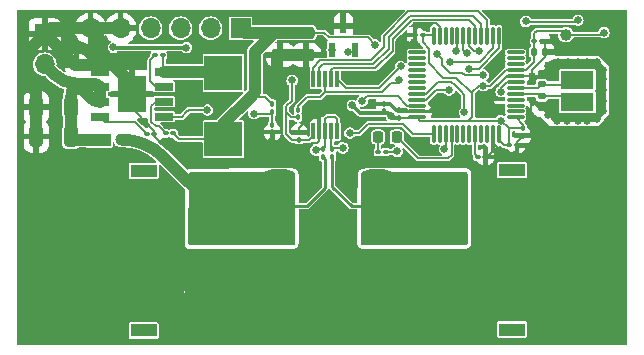
<source format=gbr>
%TF.GenerationSoftware,KiCad,Pcbnew,7.0.7*%
%TF.CreationDate,2023-09-11T02:53:06+05:30*%
%TF.ProjectId,DR1-Powie,4452312d-506f-4776-9965-2e6b69636164,rev?*%
%TF.SameCoordinates,Original*%
%TF.FileFunction,Copper,L1,Top*%
%TF.FilePolarity,Positive*%
%FSLAX46Y46*%
G04 Gerber Fmt 4.6, Leading zero omitted, Abs format (unit mm)*
G04 Created by KiCad (PCBNEW 7.0.7) date 2023-09-11 02:53:06*
%MOMM*%
%LPD*%
G01*
G04 APERTURE LIST*
G04 Aperture macros list*
%AMRoundRect*
0 Rectangle with rounded corners*
0 $1 Rounding radius*
0 $2 $3 $4 $5 $6 $7 $8 $9 X,Y pos of 4 corners*
0 Add a 4 corners polygon primitive as box body*
4,1,4,$2,$3,$4,$5,$6,$7,$8,$9,$2,$3,0*
0 Add four circle primitives for the rounded corners*
1,1,$1+$1,$2,$3*
1,1,$1+$1,$4,$5*
1,1,$1+$1,$6,$7*
1,1,$1+$1,$8,$9*
0 Add four rect primitives between the rounded corners*
20,1,$1+$1,$2,$3,$4,$5,0*
20,1,$1+$1,$4,$5,$6,$7,0*
20,1,$1+$1,$6,$7,$8,$9,0*
20,1,$1+$1,$8,$9,$2,$3,0*%
G04 Aperture macros list end*
%TA.AperFunction,SMDPad,CuDef*%
%ADD10R,2.000000X1.100000*%
%TD*%
%TA.AperFunction,SMDPad,CuDef*%
%ADD11R,0.800000X0.800000*%
%TD*%
%TA.AperFunction,SMDPad,CuDef*%
%ADD12RoundRect,0.140000X0.170000X-0.140000X0.170000X0.140000X-0.170000X0.140000X-0.170000X-0.140000X0*%
%TD*%
%TA.AperFunction,SMDPad,CuDef*%
%ADD13RoundRect,0.250000X0.325000X0.650000X-0.325000X0.650000X-0.325000X-0.650000X0.325000X-0.650000X0*%
%TD*%
%TA.AperFunction,SMDPad,CuDef*%
%ADD14RoundRect,0.100000X0.100000X-0.130000X0.100000X0.130000X-0.100000X0.130000X-0.100000X-0.130000X0*%
%TD*%
%TA.AperFunction,SMDPad,CuDef*%
%ADD15RoundRect,0.100000X-0.130000X-0.100000X0.130000X-0.100000X0.130000X0.100000X-0.130000X0.100000X0*%
%TD*%
%TA.AperFunction,SMDPad,CuDef*%
%ADD16R,1.525000X0.650000*%
%TD*%
%TA.AperFunction,SMDPad,CuDef*%
%ADD17R,2.400000X3.100000*%
%TD*%
%TA.AperFunction,ComponentPad*%
%ADD18R,1.700000X1.700000*%
%TD*%
%TA.AperFunction,ComponentPad*%
%ADD19O,1.700000X1.700000*%
%TD*%
%TA.AperFunction,SMDPad,CuDef*%
%ADD20RoundRect,0.100000X-0.100000X0.130000X-0.100000X-0.130000X0.100000X-0.130000X0.100000X0.130000X0*%
%TD*%
%TA.AperFunction,SMDPad,CuDef*%
%ADD21C,1.000000*%
%TD*%
%TA.AperFunction,SMDPad,CuDef*%
%ADD22RoundRect,0.250000X-0.475000X0.250000X-0.475000X-0.250000X0.475000X-0.250000X0.475000X0.250000X0*%
%TD*%
%TA.AperFunction,SMDPad,CuDef*%
%ADD23RoundRect,0.140000X-0.170000X0.140000X-0.170000X-0.140000X0.170000X-0.140000X0.170000X0.140000X0*%
%TD*%
%TA.AperFunction,SMDPad,CuDef*%
%ADD24RoundRect,0.100000X0.130000X0.100000X-0.130000X0.100000X-0.130000X-0.100000X0.130000X-0.100000X0*%
%TD*%
%TA.AperFunction,SMDPad,CuDef*%
%ADD25RoundRect,0.140000X-0.140000X-0.170000X0.140000X-0.170000X0.140000X0.170000X-0.140000X0.170000X0*%
%TD*%
%TA.AperFunction,SMDPad,CuDef*%
%ADD26RoundRect,0.225000X0.250000X-0.225000X0.250000X0.225000X-0.250000X0.225000X-0.250000X-0.225000X0*%
%TD*%
%TA.AperFunction,SMDPad,CuDef*%
%ADD27RoundRect,0.218750X0.218750X0.256250X-0.218750X0.256250X-0.218750X-0.256250X0.218750X-0.256250X0*%
%TD*%
%TA.AperFunction,SMDPad,CuDef*%
%ADD28R,3.200000X2.900000*%
%TD*%
%TA.AperFunction,SMDPad,CuDef*%
%ADD29R,2.700000X1.500000*%
%TD*%
%TA.AperFunction,SMDPad,CuDef*%
%ADD30R,0.300000X1.400000*%
%TD*%
%TA.AperFunction,SMDPad,CuDef*%
%ADD31R,0.600000X1.250000*%
%TD*%
%TA.AperFunction,SMDPad,CuDef*%
%ADD32RoundRect,0.675000X0.675000X2.425000X-0.675000X2.425000X-0.675000X-2.425000X0.675000X-2.425000X0*%
%TD*%
%TA.AperFunction,SMDPad,CuDef*%
%ADD33RoundRect,0.075000X0.662500X0.075000X-0.662500X0.075000X-0.662500X-0.075000X0.662500X-0.075000X0*%
%TD*%
%TA.AperFunction,SMDPad,CuDef*%
%ADD34RoundRect,0.075000X0.075000X0.662500X-0.075000X0.662500X-0.075000X-0.662500X0.075000X-0.662500X0*%
%TD*%
%TA.AperFunction,ComponentPad*%
%ADD35R,2.200000X1.100000*%
%TD*%
%TA.AperFunction,ComponentPad*%
%ADD36RoundRect,1.025000X1.025000X-1.025000X1.025000X1.025000X-1.025000X1.025000X-1.025000X-1.025000X0*%
%TD*%
%TA.AperFunction,ComponentPad*%
%ADD37C,4.100000*%
%TD*%
%TA.AperFunction,ComponentPad*%
%ADD38RoundRect,1.025000X-1.025000X1.025000X-1.025000X-1.025000X1.025000X-1.025000X1.025000X1.025000X0*%
%TD*%
%TA.AperFunction,ViaPad*%
%ADD39C,0.650000*%
%TD*%
%TA.AperFunction,Conductor*%
%ADD40C,0.160000*%
%TD*%
%TA.AperFunction,Conductor*%
%ADD41C,0.200000*%
%TD*%
%TA.AperFunction,Conductor*%
%ADD42C,0.300000*%
%TD*%
%TA.AperFunction,Conductor*%
%ADD43C,1.000000*%
%TD*%
%TA.AperFunction,Conductor*%
%ADD44C,0.166000*%
%TD*%
%TA.AperFunction,Conductor*%
%ADD45C,0.250000*%
%TD*%
G04 APERTURE END LIST*
D10*
%TO.P,D6,1,K*%
%TO.N,+BATT*%
X95460000Y-49600000D03*
D11*
%TO.P,D6,2,A*%
%TO.N,PSU*%
X97360000Y-49600000D03*
%TD*%
D12*
%TO.P,C2,1*%
%TO.N,MCU_OSCOUT*%
X132940000Y-44920000D03*
%TO.P,C2,2*%
%TO.N,GND*%
X132940000Y-43960000D03*
%TD*%
D13*
%TO.P,C18,1*%
%TO.N,+BATT*%
X93095000Y-46880000D03*
%TO.P,C18,2*%
%TO.N,GND*%
X90145000Y-46880000D03*
%TD*%
D14*
%TO.P,C10,1*%
%TO.N,VDD*%
X119600000Y-47220000D03*
%TO.P,C10,2*%
%TO.N,GND*%
X119600000Y-46580000D03*
%TD*%
D15*
%TO.P,R14,1*%
%TO.N,Net-(IC3-RT{slash}SYNC)*%
X99490000Y-49090000D03*
%TO.P,R14,2*%
%TO.N,GND*%
X100130000Y-49090000D03*
%TD*%
D16*
%TO.P,IC3,1,GND*%
%TO.N,GND*%
X95540000Y-43860000D03*
%TO.P,IC3,2,EN*%
%TO.N,+BATT*%
X95540000Y-45130000D03*
%TO.P,IC3,3,VIN*%
X95540000Y-46400000D03*
%TO.P,IC3,4,RT/SYNC*%
%TO.N,Net-(IC3-RT{slash}SYNC)*%
X95540000Y-47670000D03*
%TO.P,IC3,5,FB*%
%TO.N,Net-(IC3-FB)*%
X100964000Y-47670000D03*
%TO.P,IC3,6,PG*%
%TO.N,Net-(IC3-PG)*%
X100964000Y-46400000D03*
%TO.P,IC3,7,BOOT*%
%TO.N,Net-(IC3-BOOT)*%
X100964000Y-45130000D03*
%TO.P,IC3,8,SW*%
%TO.N,Net-(IC3-SW)*%
X100964000Y-43860000D03*
D17*
%TO.P,IC3,9,EP*%
%TO.N,GND*%
X98252000Y-45765000D03*
%TD*%
D18*
%TO.P,J5,1,Pin_1*%
%TO.N,+5V*%
X107440000Y-40190000D03*
D19*
%TO.P,J5,2,Pin_2*%
X104900000Y-40190000D03*
%TO.P,J5,3,Pin_3*%
%TO.N,VDD*%
X102360000Y-40190000D03*
%TO.P,J5,4,Pin_4*%
X99820000Y-40190000D03*
%TO.P,J5,5,Pin_5*%
%TO.N,GND*%
X97280000Y-40190000D03*
%TO.P,J5,6,Pin_6*%
X94740000Y-40190000D03*
%TD*%
D20*
%TO.P,R19,1*%
%TO.N,CSENSE2*%
X115200000Y-50425000D03*
%TO.P,R19,2*%
%TO.N,PSU2*%
X115200000Y-51065000D03*
%TD*%
D21*
%TO.P,TP2,1,1*%
%TO.N,VDD*%
X134980000Y-40720000D03*
%TD*%
D20*
%TO.P,R18,1*%
%TO.N,CSENSE1*%
X114400000Y-50425000D03*
%TO.P,R18,2*%
%TO.N,PSU*%
X114400000Y-51065000D03*
%TD*%
D15*
%TO.P,R11,1*%
%TO.N,Net-(D5-A)*%
X119090000Y-50660000D03*
%TO.P,R11,2*%
%TO.N,VDD*%
X119730000Y-50660000D03*
%TD*%
D22*
%TO.P,C23,1*%
%TO.N,+5V*%
X113000000Y-40550000D03*
%TO.P,C23,2*%
%TO.N,GND*%
X113000000Y-42450000D03*
%TD*%
D15*
%TO.P,C6,1*%
%TO.N,VDD*%
X130200000Y-50080000D03*
%TO.P,C6,2*%
%TO.N,GND*%
X130840000Y-50080000D03*
%TD*%
D23*
%TO.P,C1,1*%
%TO.N,MCU_OSCIN*%
X132930000Y-45950000D03*
%TO.P,C1,2*%
%TO.N,GND*%
X132930000Y-46910000D03*
%TD*%
D18*
%TO.P,J4,1,Pin_1*%
%TO.N,GND*%
X90850000Y-40695000D03*
D19*
%TO.P,J4,2,Pin_2*%
%TO.N,+BATT*%
X90850000Y-43235000D03*
%TD*%
D14*
%TO.P,C12,1*%
%TO.N,VDD*%
X112400000Y-49620000D03*
%TO.P,C12,2*%
%TO.N,GND*%
X112400000Y-48980000D03*
%TD*%
D24*
%TO.P,C3,1*%
%TO.N,VDD*%
X122860000Y-40750000D03*
%TO.P,C3,2*%
%TO.N,GND*%
X122220000Y-40750000D03*
%TD*%
D20*
%TO.P,R17,1*%
%TO.N,Net-(IC3-FB)*%
X110130000Y-48330000D03*
%TO.P,R17,2*%
%TO.N,GND*%
X110130000Y-48970000D03*
%TD*%
D25*
%TO.P,C7,1*%
%TO.N,VDD*%
X132270000Y-42190000D03*
%TO.P,C7,2*%
%TO.N,GND*%
X133230000Y-42190000D03*
%TD*%
D26*
%TO.P,C20,1*%
%TO.N,+BATT*%
X93550000Y-44865000D03*
%TO.P,C20,2*%
%TO.N,GND*%
X93550000Y-43315000D03*
%TD*%
D24*
%TO.P,R15,1*%
%TO.N,+5V*%
X101740000Y-49080000D03*
%TO.P,R15,2*%
%TO.N,Net-(IC3-PG)*%
X101100000Y-49080000D03*
%TD*%
D22*
%TO.P,C22,1*%
%TO.N,+5V*%
X110800000Y-40550000D03*
%TO.P,C22,2*%
%TO.N,GND*%
X110800000Y-42450000D03*
%TD*%
D27*
%TO.P,D5,1,K*%
%TO.N,UI_LED*%
X120657500Y-49380000D03*
%TO.P,D5,2,A*%
%TO.N,Net-(D5-A)*%
X119082500Y-49380000D03*
%TD*%
D28*
%TO.P,L2,1,1*%
%TO.N,Net-(IC3-SW)*%
X105990000Y-43960000D03*
%TO.P,L2,2,2*%
%TO.N,+5V*%
X105990000Y-49560000D03*
%TD*%
D20*
%TO.P,R1,1*%
%TO.N,CSNSR_ALERT*%
X112300000Y-47080000D03*
%TO.P,R1,2*%
%TO.N,VDD*%
X112300000Y-47720000D03*
%TD*%
D29*
%TO.P,Y1,1,1*%
%TO.N,MCU_OSCIN*%
X135960000Y-46440000D03*
%TO.P,Y1,2,2*%
%TO.N,MCU_OSCOUT*%
X135960000Y-44540000D03*
%TD*%
D15*
%TO.P,C8,1*%
%TO.N,VDD*%
X132330000Y-41280000D03*
%TO.P,C8,2*%
%TO.N,GND*%
X132970000Y-41280000D03*
%TD*%
%TO.P,C21,1*%
%TO.N,Net-(IC3-BOOT)*%
X100195000Y-42480000D03*
%TO.P,C21,2*%
%TO.N,Net-(IC3-SW)*%
X100835000Y-42480000D03*
%TD*%
D30*
%TO.P,IC1,1,CS*%
%TO.N,CSNSR_CS*%
X115600000Y-44500000D03*
%TO.P,IC1,2,MOSI*%
%TO.N,CSNSR_MOSI*%
X115100000Y-44500000D03*
%TO.P,IC1,3,ALERT*%
%TO.N,CSNSR_ALERT*%
X114600000Y-44500000D03*
%TO.P,IC1,4,MISO*%
%TO.N,CSNSR_MISO*%
X114100000Y-44500000D03*
%TO.P,IC1,5,SCLK*%
%TO.N,CSNSR_SCLK*%
X113600000Y-44500000D03*
%TO.P,IC1,6,VS*%
%TO.N,VDD*%
X113600000Y-48900000D03*
%TO.P,IC1,7,GND*%
%TO.N,GND*%
X114100000Y-48900000D03*
%TO.P,IC1,8,VBUS*%
%TO.N,CSENSE1*%
X114600000Y-48900000D03*
%TO.P,IC1,9,IN-*%
%TO.N,CSENSE2*%
X115100000Y-48900000D03*
%TO.P,IC1,10,IN+*%
%TO.N,CSENSE1*%
X115600000Y-48900000D03*
%TD*%
D20*
%TO.P,R16,1*%
%TO.N,+5V*%
X110120000Y-46590000D03*
%TO.P,R16,2*%
%TO.N,Net-(IC3-FB)*%
X110120000Y-47230000D03*
%TD*%
D14*
%TO.P,C4,1*%
%TO.N,VDD*%
X120880000Y-47780000D03*
%TO.P,C4,2*%
%TO.N,GND*%
X120880000Y-47140000D03*
%TD*%
D31*
%TO.P,D7,1,K1*%
%TO.N,CAN_L_1*%
X115200000Y-42000000D03*
%TO.P,D7,2,K2*%
%TO.N,CAN_H_1*%
X117100000Y-42000000D03*
%TO.P,D7,3,K3*%
%TO.N,GND*%
X116150000Y-40000000D03*
%TD*%
D32*
%TO.P,R12,1*%
%TO.N,PSU2*%
X118995000Y-55240000D03*
%TO.P,R12,2*%
%TO.N,PSU*%
X110695000Y-55240000D03*
%TD*%
D33*
%TO.P,U1,1,VBAT*%
%TO.N,VDD*%
X130722500Y-47720000D03*
%TO.P,U1,2,PC13*%
%TO.N,unconnected-(U1-PC13-Pad2)*%
X130722500Y-47220000D03*
%TO.P,U1,3,PC14*%
%TO.N,unconnected-(U1-PC14-Pad3)*%
X130722500Y-46720000D03*
%TO.P,U1,4,PC15*%
%TO.N,unconnected-(U1-PC15-Pad4)*%
X130722500Y-46220000D03*
%TO.P,U1,5,PH0*%
%TO.N,MCU_OSCIN*%
X130722500Y-45720000D03*
%TO.P,U1,6,PH1*%
%TO.N,MCU_OSCOUT*%
X130722500Y-45220000D03*
%TO.P,U1,7,NRST*%
%TO.N,Net-(U1-NRST)*%
X130722500Y-44720000D03*
%TO.P,U1,8,VSSA*%
%TO.N,GND*%
X130722500Y-44220000D03*
%TO.P,U1,9,VDDA*%
%TO.N,VDD*%
X130722500Y-43720000D03*
%TO.P,U1,10,PA0*%
%TO.N,unconnected-(U1-PA0-Pad10)*%
X130722500Y-43220000D03*
%TO.P,U1,11,PA1*%
%TO.N,unconnected-(U1-PA1-Pad11)*%
X130722500Y-42720000D03*
%TO.P,U1,12,PA2*%
%TO.N,unconnected-(U1-PA2-Pad12)*%
X130722500Y-42220000D03*
D34*
%TO.P,U1,13,PA3*%
%TO.N,CSNSR_ALERT*%
X129310000Y-40807500D03*
%TO.P,U1,14,PA4*%
%TO.N,CSNSR_CS*%
X128810000Y-40807500D03*
%TO.P,U1,15,PA5*%
%TO.N,CSNSR_SCLK*%
X128310000Y-40807500D03*
%TO.P,U1,16,PA6*%
%TO.N,CSNSR_MISO*%
X127810000Y-40807500D03*
%TO.P,U1,17,PA7*%
%TO.N,CSNSR_MOSI*%
X127310000Y-40807500D03*
%TO.P,U1,18,PB0*%
%TO.N,GAUGE_LED1*%
X126810000Y-40807500D03*
%TO.P,U1,19,PB1*%
%TO.N,GAUGE_LED2*%
X126310000Y-40807500D03*
%TO.P,U1,20,PB2*%
%TO.N,GAUGE_LED3*%
X125810000Y-40807500D03*
%TO.P,U1,21,PB10*%
%TO.N,unconnected-(U1-PB10-Pad21)*%
X125310000Y-40807500D03*
%TO.P,U1,22,PB11*%
%TO.N,unconnected-(U1-PB11-Pad22)*%
X124810000Y-40807500D03*
%TO.P,U1,23,VSS*%
%TO.N,GND*%
X124310000Y-40807500D03*
%TO.P,U1,24,VDD*%
%TO.N,VDD*%
X123810000Y-40807500D03*
D33*
%TO.P,U1,25,PB12*%
%TO.N,unconnected-(U1-PB12-Pad25)*%
X122397500Y-42220000D03*
%TO.P,U1,26,PB13*%
%TO.N,unconnected-(U1-PB13-Pad26)*%
X122397500Y-42720000D03*
%TO.P,U1,27,PB14*%
%TO.N,unconnected-(U1-PB14-Pad27)*%
X122397500Y-43220000D03*
%TO.P,U1,28,PB15*%
%TO.N,unconnected-(U1-PB15-Pad28)*%
X122397500Y-43720000D03*
%TO.P,U1,29,PA8*%
%TO.N,unconnected-(U1-PA8-Pad29)*%
X122397500Y-44220000D03*
%TO.P,U1,30,PA9*%
%TO.N,unconnected-(U1-PA9-Pad30)*%
X122397500Y-44720000D03*
%TO.P,U1,31,PA10*%
%TO.N,unconnected-(U1-PA10-Pad31)*%
X122397500Y-45220000D03*
%TO.P,U1,32,PA11*%
%TO.N,CAN1_RX*%
X122397500Y-45720000D03*
%TO.P,U1,33,PA12*%
%TO.N,CAN1_TX*%
X122397500Y-46220000D03*
%TO.P,U1,34,PA13*%
%TO.N,FMU_SWDIO*%
X122397500Y-46720000D03*
%TO.P,U1,35,VSS*%
%TO.N,GND*%
X122397500Y-47220000D03*
%TO.P,U1,36,VDD*%
%TO.N,VDD*%
X122397500Y-47720000D03*
D34*
%TO.P,U1,37,PA14*%
%TO.N,FMU_SWCLK*%
X123810000Y-49132500D03*
%TO.P,U1,38,PA15*%
%TO.N,unconnected-(U1-PA15-Pad38)*%
X124310000Y-49132500D03*
%TO.P,U1,39,PB3*%
%TO.N,GAUGE_LED4*%
X124810000Y-49132500D03*
%TO.P,U1,40,PB4*%
%TO.N,UI_LED*%
X125310000Y-49132500D03*
%TO.P,U1,41,PB5*%
%TO.N,unconnected-(U1-PB5-Pad41)*%
X125810000Y-49132500D03*
%TO.P,U1,42,PB6*%
%TO.N,unconnected-(U1-PB6-Pad42)*%
X126310000Y-49132500D03*
%TO.P,U1,43,PB7*%
%TO.N,unconnected-(U1-PB7-Pad43)*%
X126810000Y-49132500D03*
%TO.P,U1,44,PH3*%
%TO.N,BOOT0*%
X127310000Y-49132500D03*
%TO.P,U1,45,PB8*%
%TO.N,unconnected-(U1-PB8-Pad45)*%
X127810000Y-49132500D03*
%TO.P,U1,46,PB9*%
%TO.N,unconnected-(U1-PB9-Pad46)*%
X128310000Y-49132500D03*
%TO.P,U1,47,VSS*%
%TO.N,GND*%
X128810000Y-49132500D03*
%TO.P,U1,48,VDD*%
%TO.N,VDD*%
X129310000Y-49132500D03*
%TD*%
D15*
%TO.P,R4,1*%
%TO.N,BOOT0*%
X127530000Y-51070000D03*
%TO.P,R4,2*%
%TO.N,GND*%
X128170000Y-51070000D03*
%TD*%
D20*
%TO.P,C5,1*%
%TO.N,VDD*%
X131350000Y-48630000D03*
%TO.P,C5,2*%
%TO.N,GND*%
X131350000Y-49270000D03*
%TD*%
D13*
%TO.P,C17,1*%
%TO.N,+BATT*%
X93095000Y-49340000D03*
%TO.P,C17,2*%
%TO.N,GND*%
X90145000Y-49340000D03*
%TD*%
D35*
%TO.P,J2,*%
%TO.N,*%
X130430000Y-65690000D03*
X130430000Y-52190000D03*
D36*
%TO.P,J2,1,Pin_1*%
%TO.N,PSU2*%
X124430000Y-55340000D03*
D37*
%TO.P,J2,2,Pin_2*%
%TO.N,GND*%
X124430000Y-62540000D03*
%TD*%
D35*
%TO.P,J1,*%
%TO.N,*%
X99240000Y-52260000D03*
X99240000Y-65760000D03*
D38*
%TO.P,J1,1,Pin_1*%
%TO.N,PSU*%
X105240000Y-55410000D03*
D37*
%TO.P,J1,2,Pin_2*%
%TO.N,GND*%
X105240000Y-62610000D03*
%TD*%
D39*
%TO.N,VDD*%
X129500000Y-48000000D03*
X120700000Y-50600000D03*
X111800000Y-44600000D03*
X138200000Y-40550000D03*
X128000000Y-45050000D03*
X116900000Y-46700000D03*
X120200000Y-47600000D03*
%TO.N,+5V*%
X128000000Y-44150000D03*
X96680000Y-41790000D03*
X102860000Y-41810000D03*
X124100000Y-42350000D03*
X118850000Y-41600000D03*
%TO.N,GND*%
X138100000Y-47200000D03*
X135200000Y-43000000D03*
X122100000Y-41350000D03*
X110500000Y-45500000D03*
X133500000Y-43400000D03*
X123850000Y-46800000D03*
X136800000Y-48000000D03*
X108815000Y-50715000D03*
X136000000Y-48000000D03*
X133500000Y-47500000D03*
X128900000Y-43700000D03*
X138100000Y-46300000D03*
X116150000Y-40000000D03*
X132100000Y-44220000D03*
X135100000Y-48000000D03*
X118550000Y-46550000D03*
X116500000Y-47400000D03*
X138100000Y-43700000D03*
X136800000Y-43000000D03*
X105800000Y-41850000D03*
X138100000Y-44500000D03*
X127900000Y-45850000D03*
X112100000Y-51500000D03*
X137600000Y-47900000D03*
X138100000Y-45400000D03*
X90090000Y-49380000D03*
X134300000Y-43000000D03*
X137600000Y-43000000D03*
X136000000Y-43000000D03*
X132200000Y-46400000D03*
X124700000Y-46450000D03*
X134200000Y-48000000D03*
%TO.N,GAUGE_LED1*%
X127600000Y-42100000D03*
%TO.N,GAUGE_LED2*%
X126600000Y-42300000D03*
%TO.N,Net-(D2-A)*%
X131600000Y-39600000D03*
X136000000Y-39500000D03*
%TO.N,GAUGE_LED3*%
X125700000Y-42100000D03*
%TO.N,GAUGE_LED4*%
X124700000Y-50400000D03*
%TO.N,+BATT*%
X93060000Y-49340000D03*
%TO.N,CSENSE1*%
X113800000Y-50500000D03*
%TO.N,CSNSR_CS*%
X121000000Y-43400000D03*
X125200000Y-43000000D03*
%TO.N,CSNSR_ALERT*%
X120900000Y-44600000D03*
X126750000Y-43600000D03*
%TO.N,CSENSE2*%
X116100000Y-50300000D03*
%TO.N,CAN_L_1*%
X115200000Y-42000000D03*
%TO.N,CAN_H_1*%
X116550000Y-42150000D03*
%TO.N,FMU_SWDIO*%
X117750000Y-46350000D03*
%TO.N,FMU_SWCLK*%
X116700000Y-49050000D03*
%TO.N,Net-(U1-NRST)*%
X129500000Y-45550000D03*
%TO.N,CAN1_RX*%
X126400000Y-47300000D03*
%TO.N,CAN1_TX*%
X125100000Y-45400000D03*
%TO.N,Net-(IC3-FB)*%
X108580000Y-47400000D03*
X104630000Y-47110000D03*
%TD*%
D40*
%TO.N,MCU_OSCIN*%
X130722500Y-45720000D02*
X132700000Y-45720000D01*
X132700000Y-45720000D02*
X132930000Y-45950000D01*
X135420000Y-45900000D02*
X135960000Y-46440000D01*
X132980000Y-45900000D02*
X135420000Y-45900000D01*
X132930000Y-45950000D02*
X132980000Y-45900000D01*
%TO.N,MCU_OSCOUT*%
X132970000Y-44950000D02*
X135550000Y-44950000D01*
X130722500Y-45220000D02*
X132640000Y-45220000D01*
X132640000Y-45220000D02*
X132940000Y-44920000D01*
X135550000Y-44950000D02*
X135960000Y-44540000D01*
X132940000Y-44920000D02*
X132970000Y-44950000D01*
D41*
%TO.N,VDD*%
X130200000Y-50080000D02*
X129780000Y-50080000D01*
X130722500Y-43720000D02*
X131580000Y-43720000D01*
X131350000Y-48347500D02*
X130722500Y-47720000D01*
D40*
X111820000Y-49620000D02*
X112300000Y-49620000D01*
X112300000Y-47720000D02*
X111720000Y-47720000D01*
X138030000Y-40720000D02*
X138200000Y-40550000D01*
D41*
X120880000Y-47780000D02*
X122337500Y-47780000D01*
X122860000Y-41360000D02*
X122860000Y-40750000D01*
D40*
X125700000Y-44350000D02*
X124600000Y-44350000D01*
D42*
X120380000Y-47780000D02*
X120880000Y-47780000D01*
D40*
X111800000Y-44600000D02*
X111800000Y-46300000D01*
D41*
X128600000Y-45050000D02*
X129930000Y-43720000D01*
X134660000Y-40400000D02*
X134980000Y-40720000D01*
X132330000Y-41280000D02*
X132300000Y-41250000D01*
X123400000Y-41900000D02*
X122860000Y-41360000D01*
D40*
X127050000Y-45950000D02*
X127050000Y-45700000D01*
D41*
X132500000Y-40400000D02*
X134660000Y-40400000D01*
D40*
X111800000Y-46300000D02*
X111300000Y-46800000D01*
D41*
X113280000Y-49620000D02*
X112400000Y-49620000D01*
X129500000Y-48000000D02*
X130130000Y-48630000D01*
X128000000Y-45050000D02*
X128600000Y-45050000D01*
X127050000Y-47650000D02*
X126700000Y-48000000D01*
X130130000Y-48630000D02*
X130200000Y-48700000D01*
X132300000Y-41250000D02*
X132300000Y-40600000D01*
X123752500Y-40750000D02*
X123810000Y-40807500D01*
X130130000Y-48630000D02*
X131350000Y-48630000D01*
D42*
X120200000Y-47600000D02*
X120380000Y-47780000D01*
D41*
X126550000Y-48000000D02*
X129500000Y-48000000D01*
D42*
X117550000Y-47350000D02*
X119950000Y-47350000D01*
D41*
X129780000Y-50080000D02*
X129310000Y-49610000D01*
D40*
X111720000Y-47720000D02*
X111300000Y-47300000D01*
D41*
X127050000Y-45950000D02*
X127050000Y-47650000D01*
X130200000Y-48700000D02*
X130200000Y-50080000D01*
D40*
X111300000Y-46800000D02*
X111300000Y-47300000D01*
D41*
X122860000Y-40750000D02*
X123752500Y-40750000D01*
X122677500Y-48000000D02*
X126550000Y-48000000D01*
X126700000Y-48000000D02*
X126550000Y-48000000D01*
X131350000Y-48630000D02*
X131350000Y-48347500D01*
X132270000Y-42190000D02*
X132270000Y-41340000D01*
X113600000Y-48900000D02*
X113600000Y-49300000D01*
D40*
X123400000Y-43150000D02*
X123400000Y-42200000D01*
X127050000Y-45700000D02*
X125700000Y-44350000D01*
D41*
X128000000Y-45050000D02*
X127600000Y-45050000D01*
D42*
X119950000Y-47350000D02*
X120200000Y-47600000D01*
D41*
X127050000Y-45600000D02*
X127050000Y-45950000D01*
D40*
X119730000Y-50660000D02*
X120640000Y-50660000D01*
D42*
X116900000Y-46700000D02*
X116910000Y-46690000D01*
D41*
X129930000Y-43720000D02*
X130722500Y-43720000D01*
X131580000Y-43720000D02*
X132270000Y-43030000D01*
X122397500Y-47720000D02*
X122677500Y-48000000D01*
X132270000Y-41340000D02*
X132330000Y-41280000D01*
D42*
X116900000Y-46700000D02*
X117550000Y-47350000D01*
D41*
X123400000Y-42200000D02*
X123400000Y-41900000D01*
X113600000Y-49300000D02*
X113280000Y-49620000D01*
X122337500Y-47780000D02*
X122397500Y-47720000D01*
D40*
X134980000Y-40720000D02*
X138030000Y-40720000D01*
X124600000Y-44350000D02*
X123400000Y-43150000D01*
D41*
X127600000Y-45050000D02*
X127050000Y-45600000D01*
D40*
X120640000Y-50660000D02*
X120700000Y-50600000D01*
D41*
X129310000Y-49610000D02*
X129310000Y-49132500D01*
X132270000Y-43030000D02*
X132270000Y-42190000D01*
X132300000Y-40600000D02*
X132500000Y-40400000D01*
D40*
X111300000Y-47300000D02*
X111300000Y-49100000D01*
X111300000Y-49100000D02*
X111820000Y-49620000D01*
%TO.N,+5V*%
X114950000Y-40950000D02*
X114550000Y-40550000D01*
D42*
X96700000Y-41810000D02*
X102860000Y-41810000D01*
D43*
X110800000Y-40550000D02*
X113000000Y-40550000D01*
D40*
X114550000Y-40550000D02*
X113000000Y-40550000D01*
X128000000Y-44150000D02*
X127992000Y-44158000D01*
X118200000Y-40950000D02*
X118850000Y-41600000D01*
X127992000Y-44158000D02*
X126408000Y-44158000D01*
X126200000Y-43950000D02*
X125200000Y-43950000D01*
D43*
X105990000Y-48260000D02*
X108290000Y-45960000D01*
D40*
X125200000Y-43950000D02*
X124500000Y-43250000D01*
X124500000Y-43250000D02*
X124500000Y-42750000D01*
D43*
X108650000Y-45600000D02*
X108650000Y-42150000D01*
D41*
X102220000Y-49560000D02*
X105990000Y-49560000D01*
D43*
X107800000Y-40550000D02*
X107440000Y-40190000D01*
X110250000Y-40550000D02*
X110800000Y-40550000D01*
D40*
X114950000Y-40950000D02*
X118200000Y-40950000D01*
D41*
X110120000Y-46590000D02*
X109490000Y-45960000D01*
D43*
X108650000Y-42150000D02*
X110250000Y-40550000D01*
X110800000Y-40550000D02*
X107800000Y-40550000D01*
D40*
X126408000Y-44158000D02*
X126200000Y-43950000D01*
D41*
X109490000Y-45960000D02*
X108290000Y-45960000D01*
X101740000Y-49080000D02*
X102220000Y-49560000D01*
D43*
X105990000Y-49560000D02*
X105990000Y-48260000D01*
X108290000Y-45960000D02*
X108650000Y-45600000D01*
D40*
X124500000Y-42750000D02*
X124100000Y-42350000D01*
%TO.N,GND*%
X123850000Y-46800000D02*
X123430000Y-47220000D01*
D41*
X112100000Y-51300000D02*
X112100000Y-51500000D01*
D42*
X110130000Y-48970000D02*
X110330000Y-48970000D01*
D40*
X137600000Y-47900000D02*
X138100000Y-47400000D01*
D41*
X100540000Y-49690000D02*
X101000000Y-49690000D01*
D42*
X120640000Y-47140000D02*
X120080000Y-46580000D01*
D40*
X132100000Y-44220000D02*
X132680000Y-44220000D01*
X130722500Y-44220000D02*
X132100000Y-44220000D01*
X133500000Y-47480000D02*
X132930000Y-46910000D01*
D41*
X113500000Y-49900000D02*
X112100000Y-51300000D01*
D40*
X124700000Y-46450000D02*
X124200000Y-46450000D01*
X130840000Y-50080000D02*
X130840000Y-49780000D01*
X131780000Y-49270000D02*
X132000000Y-49050000D01*
D43*
X89188588Y-44598588D02*
X89188588Y-42356412D01*
D41*
X112400000Y-48600000D02*
X112400000Y-48980000D01*
X113900000Y-49900000D02*
X113500000Y-49900000D01*
X100130000Y-49280000D02*
X100540000Y-49690000D01*
D40*
X134300000Y-43000000D02*
X134400000Y-43100000D01*
D41*
X100130000Y-49090000D02*
X100130000Y-49280000D01*
D40*
X136800000Y-43000000D02*
X136900000Y-43100000D01*
X132710000Y-46910000D02*
X132200000Y-46400000D01*
X135900000Y-43100000D02*
X136000000Y-43000000D01*
X133500000Y-43400000D02*
X133800000Y-43100000D01*
D43*
X110500000Y-45500000D02*
X110500000Y-42750000D01*
D41*
X114100000Y-48900000D02*
X114100000Y-48000000D01*
D40*
X135200000Y-43000000D02*
X135300000Y-43100000D01*
X130550000Y-50750000D02*
X130840000Y-50460000D01*
D43*
X98252000Y-45765000D02*
X98252000Y-44932000D01*
D40*
X138100000Y-43700000D02*
X138100000Y-43500000D01*
X131350000Y-49270000D02*
X131780000Y-49270000D01*
X136800000Y-48000000D02*
X136000000Y-48000000D01*
X122220000Y-40330000D02*
X122220000Y-40750000D01*
D43*
X110500000Y-42750000D02*
X110800000Y-42450000D01*
D40*
X136000000Y-48000000D02*
X135100000Y-48000000D01*
X137500000Y-48000000D02*
X136800000Y-48000000D01*
D41*
X108815000Y-50715000D02*
X110130000Y-49400000D01*
D40*
X136100000Y-43100000D02*
X136700000Y-43100000D01*
X124310000Y-40060000D02*
X124013000Y-39763000D01*
X128170000Y-51070000D02*
X128330000Y-51070000D01*
X123430000Y-47220000D02*
X122397500Y-47220000D01*
X138100000Y-46300000D02*
X138100000Y-47200000D01*
X124200000Y-46450000D02*
X123850000Y-46800000D01*
X133800000Y-43100000D02*
X134200000Y-43100000D01*
D41*
X114100000Y-49700000D02*
X113900000Y-49900000D01*
X113900000Y-47800000D02*
X113200000Y-47800000D01*
X101000000Y-49690000D02*
X102640000Y-51330000D01*
D40*
X138100000Y-43700000D02*
X138100000Y-44500000D01*
D42*
X120880000Y-47140000D02*
X120640000Y-47140000D01*
D43*
X110800000Y-42450000D02*
X113000000Y-42450000D01*
D40*
X128330000Y-51070000D02*
X128810000Y-50590000D01*
X138100000Y-44500000D02*
X138100000Y-45400000D01*
X128350000Y-45850000D02*
X129980000Y-44220000D01*
X122220000Y-41230000D02*
X122100000Y-41350000D01*
D43*
X89188588Y-42356412D02*
X90850000Y-40695000D01*
D41*
X108200000Y-51330000D02*
X108815000Y-50715000D01*
D40*
X128810000Y-50590000D02*
X128810000Y-49132500D01*
X130840000Y-49780000D02*
X131350000Y-49270000D01*
X124310000Y-40807500D02*
X124310000Y-40060000D01*
X134400000Y-43100000D02*
X135100000Y-43100000D01*
D42*
X120080000Y-46580000D02*
X119600000Y-46580000D01*
D40*
X136900000Y-43100000D02*
X137600000Y-43000000D01*
X133520000Y-47500000D02*
X133500000Y-47500000D01*
X133230000Y-42190000D02*
X133230000Y-41540000D01*
D43*
X94740000Y-40190000D02*
X91355000Y-40190000D01*
D40*
X132000000Y-46600000D02*
X132200000Y-46400000D01*
D43*
X91355000Y-40190000D02*
X90850000Y-40695000D01*
D40*
X133230000Y-42620000D02*
X133230000Y-42190000D01*
X124013000Y-39763000D02*
X122787000Y-39763000D01*
X138100000Y-45400000D02*
X138100000Y-46300000D01*
X135300000Y-43100000D02*
X135900000Y-43100000D01*
D41*
X113200000Y-47800000D02*
X112400000Y-48600000D01*
D40*
X128810000Y-49132500D02*
X128810000Y-49910000D01*
X132000000Y-49050000D02*
X132000000Y-46600000D01*
X122787000Y-39763000D02*
X122220000Y-40330000D01*
D41*
X120960000Y-47220000D02*
X120880000Y-47140000D01*
D43*
X98252000Y-44932000D02*
X96635000Y-43315000D01*
D40*
X122220000Y-40750000D02*
X122220000Y-41230000D01*
X132930000Y-46910000D02*
X132710000Y-46910000D01*
D41*
X122397500Y-47220000D02*
X120960000Y-47220000D01*
D40*
X138100000Y-47400000D02*
X138100000Y-47200000D01*
D42*
X118550000Y-46550000D02*
X118580000Y-46580000D01*
D40*
X133500000Y-47500000D02*
X133500000Y-47480000D01*
X129980000Y-44220000D02*
X130722500Y-44220000D01*
D43*
X95340000Y-43315000D02*
X95340000Y-40790000D01*
D40*
X132100000Y-44220000D02*
X132100000Y-43750000D01*
X132680000Y-44220000D02*
X132940000Y-43960000D01*
D43*
X95340000Y-40790000D02*
X94740000Y-40190000D01*
D40*
X130840000Y-50460000D02*
X130840000Y-50080000D01*
D41*
X102640000Y-51330000D02*
X108200000Y-51330000D01*
X100130000Y-48840000D02*
X98252000Y-46962000D01*
D40*
X136000000Y-43000000D02*
X136100000Y-43100000D01*
X132100000Y-43750000D02*
X133230000Y-42620000D01*
D43*
X95340000Y-43315000D02*
X93550000Y-43315000D01*
D40*
X138100000Y-43500000D02*
X137600000Y-43000000D01*
X129650000Y-50750000D02*
X130550000Y-50750000D01*
D41*
X98252000Y-46962000D02*
X98252000Y-45765000D01*
D40*
X134200000Y-48000000D02*
X134020000Y-48000000D01*
X134200000Y-43100000D02*
X134300000Y-43000000D01*
X137600000Y-47900000D02*
X137500000Y-48000000D01*
D43*
X90145000Y-45555000D02*
X89188588Y-44598588D01*
D41*
X110130000Y-49400000D02*
X110130000Y-48970000D01*
X100130000Y-49090000D02*
X100130000Y-48840000D01*
D40*
X134020000Y-48000000D02*
X133520000Y-47500000D01*
D41*
X114100000Y-48000000D02*
X113900000Y-47800000D01*
D42*
X118580000Y-46580000D02*
X119600000Y-46580000D01*
D40*
X128810000Y-49910000D02*
X129650000Y-50750000D01*
D43*
X96635000Y-43315000D02*
X95340000Y-43315000D01*
X94740000Y-40190000D02*
X97280000Y-40190000D01*
D40*
X135100000Y-43100000D02*
X135200000Y-43000000D01*
D41*
X114100000Y-48900000D02*
X114100000Y-49700000D01*
D43*
X90145000Y-46880000D02*
X90145000Y-45555000D01*
X90145000Y-49340000D02*
X90090000Y-49380000D01*
D40*
X133230000Y-41540000D02*
X132970000Y-41280000D01*
X136700000Y-43100000D02*
X136800000Y-43000000D01*
D43*
X90090000Y-49380000D02*
X90145000Y-46880000D01*
D40*
X132940000Y-43960000D02*
X133500000Y-43400000D01*
D43*
X93413432Y-43258431D02*
X90850000Y-40695000D01*
D40*
X135100000Y-48000000D02*
X134200000Y-48000000D01*
X127900000Y-45850000D02*
X128350000Y-45850000D01*
D43*
X93413439Y-43258424D02*
G75*
G03*
X93550000Y-43315000I136561J136524D01*
G01*
D40*
%TO.N,GAUGE_LED1*%
X127200000Y-42100000D02*
X127600000Y-42100000D01*
X126950000Y-41850000D02*
X127200000Y-42100000D01*
X126810000Y-40807500D02*
X126810000Y-41710000D01*
X126810000Y-41710000D02*
X126950000Y-41850000D01*
%TO.N,GAUGE_LED2*%
X126600000Y-42300000D02*
X126300000Y-42000000D01*
X126300000Y-42000000D02*
X126300000Y-40817500D01*
X126300000Y-40817500D02*
X126310000Y-40807500D01*
%TO.N,Net-(D2-A)*%
X136000000Y-39500000D02*
X135850000Y-39650000D01*
X131650000Y-39650000D02*
X131600000Y-39600000D01*
X135850000Y-39650000D02*
X131650000Y-39650000D01*
%TO.N,GAUGE_LED3*%
X125810000Y-41990000D02*
X125700000Y-42100000D01*
X125810000Y-40807500D02*
X125810000Y-41990000D01*
%TO.N,GAUGE_LED4*%
X124810000Y-49132500D02*
X124810000Y-50290000D01*
X124810000Y-50290000D02*
X124700000Y-50400000D01*
%TO.N,UI_LED*%
X125000000Y-51200000D02*
X125310000Y-50890000D01*
X125310000Y-50890000D02*
X125310000Y-49132500D01*
X122477500Y-51200000D02*
X125000000Y-51200000D01*
X120657500Y-49380000D02*
X122477500Y-51200000D01*
%TO.N,Net-(D5-A)*%
X119090000Y-49387500D02*
X119082500Y-49380000D01*
X119090000Y-50660000D02*
X119090000Y-49387500D01*
D43*
%TO.N,+BATT*%
X95460000Y-49600000D02*
X93722695Y-49600000D01*
X93095000Y-49340000D02*
X93060000Y-49340000D01*
X93060000Y-49340000D02*
X93095000Y-45963467D01*
X93550000Y-44865000D02*
X94900234Y-44865000D01*
X95540000Y-45130000D02*
X95540000Y-46400000D01*
X91723395Y-44108396D02*
X90850000Y-43235000D01*
X94763267Y-46078266D02*
X93550000Y-44865000D01*
X93550010Y-44865010D02*
G75*
G03*
X93095000Y-45963467I1098490J-1098490D01*
G01*
X95539990Y-45130010D02*
G75*
G03*
X94900234Y-44865000I-639790J-639790D01*
G01*
X94763260Y-46078273D02*
G75*
G03*
X95540000Y-46400000I776740J776773D01*
G01*
X93095001Y-49339999D02*
G75*
G03*
X93722695Y-49600000I627699J627699D01*
G01*
X91723397Y-44108394D02*
G75*
G03*
X93550000Y-44865000I1826603J1826594D01*
G01*
D41*
%TO.N,CSENSE1*%
X114800000Y-47700000D02*
X114600000Y-47900000D01*
X113875000Y-50425000D02*
X114400000Y-50425000D01*
X114600000Y-47900000D02*
X114600000Y-48900000D01*
X114600000Y-50225000D02*
X114400000Y-50425000D01*
X115400000Y-47700000D02*
X114800000Y-47700000D01*
X113800000Y-50500000D02*
X113875000Y-50425000D01*
X114600000Y-48900000D02*
X114600000Y-50225000D01*
X115600000Y-47900000D02*
X115400000Y-47700000D01*
X115600000Y-48900000D02*
X115600000Y-47900000D01*
D40*
%TO.N,CSNSR_CS*%
X116350000Y-45250000D02*
X115600000Y-44500000D01*
X121000000Y-43400000D02*
X119150000Y-45250000D01*
X125200000Y-43000000D02*
X127700000Y-43000000D01*
X119150000Y-45250000D02*
X116350000Y-45250000D01*
X128810000Y-41890000D02*
X128810000Y-40807500D01*
X127700000Y-43000000D02*
X128810000Y-41890000D01*
%TO.N,CSNSR_MOSI*%
X121950000Y-39450000D02*
X120316000Y-41084000D01*
X120316000Y-42084000D02*
X118868000Y-43532000D01*
X118868000Y-43532000D02*
X115300000Y-43532000D01*
X127300000Y-40000000D02*
X126750000Y-39450000D01*
X115100000Y-43732000D02*
X115100000Y-44500000D01*
X126750000Y-39450000D02*
X121950000Y-39450000D01*
X120316000Y-41084000D02*
X120316000Y-42084000D01*
X115300000Y-43532000D02*
X115100000Y-43732000D01*
X127310000Y-40807500D02*
X127300000Y-40797500D01*
X127300000Y-40797500D02*
X127300000Y-40000000D01*
%TO.N,CSNSR_ALERT*%
X126750000Y-43600000D02*
X127600000Y-43600000D01*
X120200000Y-44800000D02*
X119400000Y-45600000D01*
D44*
X112300000Y-46800000D02*
X113100000Y-46000000D01*
X114200000Y-46000000D02*
X114600000Y-45600000D01*
D40*
X119400000Y-45600000D02*
X114600000Y-45600000D01*
D44*
X114600000Y-45600000D02*
X114600000Y-44500000D01*
X113100000Y-46000000D02*
X114200000Y-46000000D01*
D40*
X120900000Y-44600000D02*
X120700000Y-44800000D01*
D44*
X112300000Y-47080000D02*
X112300000Y-46800000D01*
D40*
X129310000Y-41890000D02*
X129310000Y-40807500D01*
X127600000Y-43600000D02*
X129310000Y-41890000D01*
X120700000Y-44800000D02*
X120200000Y-44800000D01*
D44*
%TO.N,CSNSR_MISO*%
X118684000Y-43216000D02*
X120000000Y-41900000D01*
D40*
X127810000Y-40807500D02*
X127810000Y-39823000D01*
X121800000Y-39100000D02*
X120000000Y-40900000D01*
D44*
X114100000Y-43500000D02*
X114384000Y-43216000D01*
X120000000Y-41900000D02*
X120000000Y-40900000D01*
X114384000Y-43216000D02*
X118684000Y-43216000D01*
D40*
X127087000Y-39100000D02*
X121800000Y-39100000D01*
D44*
X114100000Y-44500000D02*
X114100000Y-43500000D01*
D40*
X127810000Y-39823000D02*
X127087000Y-39100000D01*
%TO.N,CSNSR_SCLK*%
X114200000Y-42900000D02*
X113600000Y-43500000D01*
X127550000Y-38750000D02*
X121650000Y-38750000D01*
X119600000Y-40800000D02*
X119600000Y-41800000D01*
X128310000Y-40807500D02*
X128310000Y-39510000D01*
X113600000Y-43500000D02*
X113600000Y-44500000D01*
X121650000Y-38750000D02*
X119600000Y-40800000D01*
X128310000Y-39510000D02*
X127550000Y-38750000D01*
X119600000Y-41800000D02*
X118500000Y-42900000D01*
X118500000Y-42900000D02*
X114200000Y-42900000D01*
D41*
%TO.N,CSENSE2*%
X115325000Y-50300000D02*
X115200000Y-50425000D01*
X116100000Y-50300000D02*
X115325000Y-50300000D01*
X115100000Y-50325000D02*
X115200000Y-50425000D01*
X115100000Y-48900000D02*
X115100000Y-50325000D01*
D40*
%TO.N,CAN_H_1*%
X116950000Y-42150000D02*
X117100000Y-42000000D01*
X116550000Y-42150000D02*
X116950000Y-42150000D01*
%TO.N,FMU_SWDIO*%
X121520000Y-46720000D02*
X120750000Y-45950000D01*
X119150000Y-45950000D02*
X118150000Y-45950000D01*
X122397500Y-46720000D02*
X121520000Y-46720000D01*
X120750000Y-45950000D02*
X119150000Y-45950000D01*
X118150000Y-45950000D02*
X117750000Y-46350000D01*
%TO.N,FMU_SWCLK*%
X118250000Y-48300000D02*
X121200000Y-48300000D01*
X117500000Y-49050000D02*
X118250000Y-48300000D01*
X116700000Y-49050000D02*
X117500000Y-49050000D01*
X121200000Y-48300000D02*
X122032500Y-49132500D01*
X122032500Y-49132500D02*
X123810000Y-49132500D01*
%TO.N,Net-(U1-NRST)*%
X130722500Y-44720000D02*
X129980000Y-44720000D01*
X129500000Y-45200000D02*
X129500000Y-45550000D01*
X129980000Y-44720000D02*
X129500000Y-45200000D01*
%TO.N,BOOT0*%
X127310000Y-49132500D02*
X127310000Y-50850000D01*
X127310000Y-50850000D02*
X127530000Y-51070000D01*
D41*
%TO.N,CAN1_RX*%
X123500000Y-45400000D02*
X123853000Y-45047000D01*
X125300000Y-44700000D02*
X125600000Y-45000000D01*
X122397500Y-45720000D02*
X123180000Y-45720000D01*
X123180000Y-45720000D02*
X123500000Y-45400000D01*
X124900000Y-44700000D02*
X125300000Y-44700000D01*
X124200000Y-44700000D02*
X124900000Y-44700000D01*
X125600000Y-45000000D02*
X126100000Y-45500000D01*
X126100000Y-45500000D02*
X126400000Y-45800000D01*
X126400000Y-45800000D02*
X126400000Y-47300000D01*
X123853000Y-45047000D02*
X124200000Y-44700000D01*
%TO.N,CAN1_TX*%
X125100000Y-45400000D02*
X124000000Y-45400000D01*
X124000000Y-45400000D02*
X123180000Y-46220000D01*
X123180000Y-46220000D02*
X122397500Y-46220000D01*
%TO.N,Net-(IC3-BOOT)*%
X99810000Y-42865000D02*
X100195000Y-42480000D01*
X99810000Y-44620000D02*
X99810000Y-42865000D01*
D44*
X100964000Y-45130000D02*
X100560000Y-45130000D01*
D41*
X100964000Y-45130000D02*
X100320000Y-45130000D01*
X100320000Y-45130000D02*
X99810000Y-44620000D01*
%TO.N,Net-(IC3-SW)*%
X100835000Y-42480000D02*
X100835000Y-43731000D01*
D43*
X105890000Y-43860000D02*
X105990000Y-43960000D01*
D41*
X100835000Y-43731000D02*
X100964000Y-43860000D01*
D43*
X100964000Y-43860000D02*
X105890000Y-43860000D01*
D41*
%TO.N,Net-(IC3-RT{slash}SYNC)*%
X95540000Y-47670000D02*
X95980000Y-48110000D01*
X98510000Y-48110000D02*
X99490000Y-49090000D01*
X95980000Y-48110000D02*
X98510000Y-48110000D01*
%TO.N,Net-(IC3-FB)*%
X108580000Y-47400000D02*
X109950000Y-47400000D01*
X110130000Y-47240000D02*
X110120000Y-47230000D01*
X100964000Y-47670000D02*
X102480000Y-47670000D01*
X103040000Y-47110000D02*
X104630000Y-47110000D01*
X102480000Y-47670000D02*
X102860000Y-47290000D01*
X110130000Y-48330000D02*
X110130000Y-47240000D01*
X109950000Y-47400000D02*
X110120000Y-47230000D01*
X102860000Y-47290000D02*
X103040000Y-47110000D01*
%TO.N,Net-(IC3-PG)*%
X100500000Y-48480000D02*
X100269218Y-48480000D01*
X99900000Y-46800000D02*
X100300000Y-46400000D01*
X101100000Y-49080000D02*
X100500000Y-48480000D01*
X100269218Y-48480000D02*
X99900000Y-48110782D01*
X99900000Y-48110782D02*
X99900000Y-46800000D01*
X100300000Y-46400000D02*
X100964000Y-46400000D01*
D45*
%TO.N,PSU*%
X114620000Y-53670000D02*
X113050000Y-55240000D01*
X113050000Y-55240000D02*
X110695000Y-55240000D01*
D43*
X105240000Y-55410000D02*
X100893712Y-51063712D01*
D45*
X114620000Y-51285000D02*
X114400000Y-51065000D01*
X114620000Y-53670000D02*
X114620000Y-51285000D01*
D43*
X100893707Y-51063717D02*
G75*
G03*
X97360000Y-49600000I-3533707J-3533683D01*
G01*
D45*
%TO.N,PSU2*%
X115200000Y-53600000D02*
X115200000Y-51065000D01*
X118995000Y-55240000D02*
X116840000Y-55240000D01*
X116840000Y-55240000D02*
X115200000Y-53600000D01*
%TD*%
%TA.AperFunction,Conductor*%
%TO.N,PSU2*%
G36*
X126585298Y-52358550D02*
G01*
X126639957Y-52412966D01*
X126660085Y-52487422D01*
X126660085Y-58379751D01*
X126640123Y-58454251D01*
X126585585Y-58508789D01*
X126511415Y-58528751D01*
X117780140Y-58548089D01*
X117705596Y-58528291D01*
X117650938Y-58473875D01*
X117630810Y-58399419D01*
X117630812Y-58398367D01*
X117630902Y-58379751D01*
X117659367Y-52506367D01*
X117679690Y-52431969D01*
X117734491Y-52377696D01*
X117808033Y-52358093D01*
X126510757Y-52338753D01*
X126585298Y-52358550D01*
G37*
%TD.AperFunction*%
%TD*%
%TA.AperFunction,Conductor*%
%TO.N,GND*%
G36*
X126960000Y-65140000D02*
G01*
X102650000Y-65200000D01*
X102730000Y-60060000D01*
X127010000Y-60000000D01*
X126960000Y-65140000D01*
G37*
%TD.AperFunction*%
%TD*%
%TA.AperFunction,Conductor*%
%TO.N,PSU*%
G36*
X111975213Y-52370128D02*
G01*
X112029872Y-52424544D01*
X112050000Y-52499000D01*
X112050000Y-52499331D01*
X112049999Y-58391329D01*
X112030037Y-58465829D01*
X111975499Y-58520367D01*
X111901329Y-58540329D01*
X103170055Y-58559667D01*
X103095511Y-58539869D01*
X103040853Y-58485453D01*
X103020725Y-58410997D01*
X103020727Y-58409945D01*
X103020817Y-58391329D01*
X103049282Y-52517945D01*
X103069605Y-52443547D01*
X103124406Y-52389274D01*
X103197948Y-52369671D01*
X111900672Y-52350331D01*
X111975213Y-52370128D01*
G37*
%TD.AperFunction*%
%TD*%
%TA.AperFunction,Conductor*%
%TO.N,GND*%
G36*
X138100000Y-43500000D02*
G01*
X138200000Y-47200000D01*
X137500000Y-48000000D01*
X134100000Y-48000000D01*
X132200000Y-46300000D01*
X131759499Y-46300000D01*
X131701308Y-46281093D01*
X131665344Y-46231593D01*
X131660499Y-46201000D01*
X131660499Y-46117870D01*
X131660022Y-46113026D01*
X131661389Y-46112891D01*
X131667877Y-46058056D01*
X131709408Y-46013125D01*
X131757785Y-46000500D01*
X132320501Y-46000500D01*
X132378692Y-46019407D01*
X132414656Y-46068907D01*
X132419501Y-46099500D01*
X132419501Y-46129907D01*
X132426027Y-46179486D01*
X132426027Y-46179488D01*
X132476774Y-46288313D01*
X132476775Y-46288314D01*
X132476776Y-46288316D01*
X132561684Y-46373224D01*
X132670513Y-46423972D01*
X132720099Y-46430500D01*
X133139900Y-46430499D01*
X133189487Y-46423972D01*
X133189488Y-46423972D01*
X133248137Y-46396622D01*
X133298316Y-46373224D01*
X133383224Y-46288316D01*
X133406845Y-46237660D01*
X133448575Y-46192912D01*
X133496570Y-46180500D01*
X134310500Y-46180500D01*
X134368691Y-46199407D01*
X134404655Y-46248907D01*
X134409500Y-46279500D01*
X134409500Y-47209746D01*
X134409501Y-47209758D01*
X134421132Y-47268227D01*
X134421134Y-47268233D01*
X134465445Y-47334548D01*
X134465448Y-47334552D01*
X134531769Y-47378867D01*
X134576231Y-47387711D01*
X134590241Y-47390498D01*
X134590246Y-47390498D01*
X134590252Y-47390500D01*
X134590253Y-47390500D01*
X137329747Y-47390500D01*
X137329748Y-47390500D01*
X137388231Y-47378867D01*
X137454552Y-47334552D01*
X137498867Y-47268231D01*
X137510500Y-47209748D01*
X137510500Y-45670252D01*
X137498867Y-45611769D01*
X137454552Y-45545448D01*
X137454549Y-45545446D01*
X137454253Y-45545003D01*
X137437644Y-45486115D01*
X137454253Y-45434997D01*
X137454549Y-45434553D01*
X137454552Y-45434552D01*
X137498867Y-45368231D01*
X137510500Y-45309748D01*
X137510500Y-43770252D01*
X137498867Y-43711769D01*
X137454552Y-43645448D01*
X137454548Y-43645445D01*
X137388233Y-43601134D01*
X137388231Y-43601133D01*
X137388228Y-43601132D01*
X137388227Y-43601132D01*
X137329758Y-43589501D01*
X137329748Y-43589500D01*
X134590252Y-43589500D01*
X134590251Y-43589500D01*
X134590241Y-43589501D01*
X134531772Y-43601132D01*
X134531766Y-43601134D01*
X134465451Y-43645445D01*
X134465445Y-43645451D01*
X134421134Y-43711766D01*
X134421132Y-43711772D01*
X134409501Y-43770241D01*
X134409500Y-43770253D01*
X134409500Y-44570500D01*
X134390593Y-44628691D01*
X134341093Y-44664655D01*
X134310500Y-44669500D01*
X133497243Y-44669500D01*
X133439052Y-44650593D01*
X133407519Y-44612340D01*
X133393224Y-44581684D01*
X133308316Y-44496776D01*
X133308314Y-44496775D01*
X133308313Y-44496774D01*
X133199489Y-44446029D01*
X133199488Y-44446028D01*
X133182958Y-44443852D01*
X133149901Y-44439500D01*
X133149899Y-44439500D01*
X132730103Y-44439500D01*
X132730092Y-44439501D01*
X132680513Y-44446027D01*
X132680511Y-44446027D01*
X132571686Y-44496774D01*
X132486774Y-44581686D01*
X132436029Y-44690510D01*
X132436028Y-44690511D01*
X132436027Y-44690513D01*
X132436028Y-44690513D01*
X132429500Y-44740099D01*
X132429500Y-44827077D01*
X132429501Y-44840499D01*
X132410594Y-44898690D01*
X132361095Y-44934654D01*
X132330501Y-44939500D01*
X131757787Y-44939500D01*
X131699596Y-44920593D01*
X131663632Y-44871093D01*
X131661034Y-44827077D01*
X131660023Y-44826978D01*
X131660497Y-44822143D01*
X131660500Y-44822133D01*
X131660499Y-44730507D01*
X131679406Y-44672317D01*
X131689496Y-44660503D01*
X132250001Y-44100000D01*
X132700000Y-44100000D01*
X133800000Y-43000000D01*
X137600000Y-43000000D01*
X138100000Y-43500000D01*
G37*
%TD.AperFunction*%
%TA.AperFunction,Conductor*%
G36*
X131334646Y-44138906D02*
G01*
X131334646Y-44200092D01*
X131310495Y-44239503D01*
X131209494Y-44340504D01*
X131154977Y-44368281D01*
X131139490Y-44369500D01*
X130032870Y-44369500D01*
X130032861Y-44369501D01*
X130000000Y-44376037D01*
X130000000Y-44100000D01*
X131306379Y-44100000D01*
X131334646Y-44138906D01*
G37*
%TD.AperFunction*%
%TD*%
%TA.AperFunction,Conductor*%
%TO.N,GND*%
G36*
X121328639Y-38618515D02*
G01*
X121354974Y-38664129D01*
X121345828Y-38716000D01*
X121333591Y-38731947D01*
X119437870Y-40627668D01*
X119436408Y-40629055D01*
X119404392Y-40657883D01*
X119393982Y-40681265D01*
X119388219Y-40691880D01*
X119374273Y-40713355D01*
X119372865Y-40722245D01*
X119367159Y-40741511D01*
X119363499Y-40749730D01*
X119363499Y-40775326D01*
X119362551Y-40787367D01*
X119358546Y-40812653D01*
X119360876Y-40821345D01*
X119363500Y-40841276D01*
X119363499Y-41250895D01*
X119345484Y-41300390D01*
X119299870Y-41326725D01*
X119247999Y-41317579D01*
X119228309Y-41301321D01*
X119168558Y-41232365D01*
X119052079Y-41157509D01*
X118919229Y-41118500D01*
X118780771Y-41118500D01*
X118780766Y-41118500D01*
X118764453Y-41123290D01*
X118711888Y-41119947D01*
X118688316Y-41103855D01*
X118372331Y-40787870D01*
X118370943Y-40786408D01*
X118353367Y-40766888D01*
X118342117Y-40754393D01*
X118318732Y-40743981D01*
X118308117Y-40738217D01*
X118286648Y-40724274D01*
X118277755Y-40722866D01*
X118258485Y-40717157D01*
X118250273Y-40713500D01*
X118250270Y-40713500D01*
X118224678Y-40713500D01*
X118212633Y-40712552D01*
X118187348Y-40708547D01*
X118187343Y-40708547D01*
X118178654Y-40710876D01*
X118158724Y-40713500D01*
X117027000Y-40713500D01*
X116977505Y-40695485D01*
X116951170Y-40649871D01*
X116950000Y-40636500D01*
X116950000Y-40250000D01*
X115350000Y-40250000D01*
X115350000Y-40636500D01*
X115331985Y-40685995D01*
X115286371Y-40712330D01*
X115273000Y-40713500D01*
X115079856Y-40713500D01*
X115030361Y-40695485D01*
X115025409Y-40690947D01*
X114952292Y-40617830D01*
X114722312Y-40387851D01*
X114720943Y-40386408D01*
X114692118Y-40354394D01*
X114692117Y-40354393D01*
X114668732Y-40343981D01*
X114658117Y-40338217D01*
X114636648Y-40324274D01*
X114627755Y-40322866D01*
X114608485Y-40317157D01*
X114600273Y-40313500D01*
X114600270Y-40313500D01*
X114574678Y-40313500D01*
X114562633Y-40312552D01*
X114537348Y-40308547D01*
X114537343Y-40308547D01*
X114528654Y-40310876D01*
X114508724Y-40313500D01*
X113954468Y-40313500D01*
X113904973Y-40295485D01*
X113878638Y-40249871D01*
X113878416Y-40248545D01*
X113872357Y-40210290D01*
X113866423Y-40172819D01*
X113807965Y-40058087D01*
X113716913Y-39967035D01*
X113640608Y-39928156D01*
X113602180Y-39908576D01*
X113533020Y-39897622D01*
X113506991Y-39893500D01*
X113506989Y-39893500D01*
X110330978Y-39893500D01*
X110314184Y-39891646D01*
X110312273Y-39891219D01*
X110239689Y-39893500D01*
X108523500Y-39893500D01*
X108474005Y-39875485D01*
X108447670Y-39829871D01*
X108446500Y-39816500D01*
X108446500Y-39750000D01*
X115350000Y-39750000D01*
X115900000Y-39750000D01*
X115900000Y-38875000D01*
X116400000Y-38875000D01*
X116400000Y-39750000D01*
X116950000Y-39750000D01*
X116950000Y-39327175D01*
X116943597Y-39267625D01*
X116943597Y-39267623D01*
X116893354Y-39132912D01*
X116807188Y-39017811D01*
X116692087Y-38931645D01*
X116557375Y-38881402D01*
X116497824Y-38875000D01*
X116400000Y-38875000D01*
X115900000Y-38875000D01*
X115802176Y-38875000D01*
X115742625Y-38881402D01*
X115742623Y-38881402D01*
X115607912Y-38931645D01*
X115492811Y-39017811D01*
X115406645Y-39132912D01*
X115356402Y-39267623D01*
X115356402Y-39267625D01*
X115350000Y-39327175D01*
X115350000Y-39750000D01*
X108446500Y-39750000D01*
X108446500Y-39324590D01*
X108446500Y-39324586D01*
X108437420Y-39278937D01*
X108437418Y-39278934D01*
X108402831Y-39227170D01*
X108402829Y-39227168D01*
X108351065Y-39192581D01*
X108351063Y-39192580D01*
X108305414Y-39183500D01*
X106574586Y-39183500D01*
X106528937Y-39192580D01*
X106528934Y-39192581D01*
X106477170Y-39227168D01*
X106477168Y-39227170D01*
X106442581Y-39278934D01*
X106442580Y-39278937D01*
X106433500Y-39324586D01*
X106433500Y-41055414D01*
X106438623Y-41081170D01*
X106442580Y-41101062D01*
X106442581Y-41101065D01*
X106477168Y-41152829D01*
X106477170Y-41152831D01*
X106527560Y-41186500D01*
X106528937Y-41187420D01*
X106574586Y-41196500D01*
X107668389Y-41196500D01*
X107687538Y-41198919D01*
X107717064Y-41206500D01*
X107717065Y-41206500D01*
X107742268Y-41206500D01*
X107754312Y-41207447D01*
X107757022Y-41207877D01*
X107779214Y-41211392D01*
X107779214Y-41211391D01*
X107779215Y-41211392D01*
X107829160Y-41206670D01*
X107832779Y-41206500D01*
X108479174Y-41206500D01*
X108528669Y-41224515D01*
X108555004Y-41270129D01*
X108545858Y-41322000D01*
X108533621Y-41337947D01*
X108243040Y-41628526D01*
X108229862Y-41639086D01*
X108228205Y-41640137D01*
X108178505Y-41693062D01*
X108156580Y-41714986D01*
X108156576Y-41714991D01*
X108151345Y-41721734D01*
X108148991Y-41724490D01*
X108114660Y-41761050D01*
X108114659Y-41761051D01*
X108102513Y-41783143D01*
X108095883Y-41793235D01*
X108080430Y-41813158D01*
X108080431Y-41813158D01*
X108060506Y-41859198D01*
X108058910Y-41862455D01*
X108034748Y-41906407D01*
X108028479Y-41930823D01*
X108024568Y-41942248D01*
X108015610Y-41962952D01*
X108014556Y-41965387D01*
X108006707Y-42014936D01*
X108005971Y-42018488D01*
X107993500Y-42067063D01*
X107993500Y-42092268D01*
X107992552Y-42104314D01*
X107988607Y-42129214D01*
X107993329Y-42179154D01*
X107993500Y-42182779D01*
X107993500Y-45296173D01*
X107975485Y-45345668D01*
X107970947Y-45350620D01*
X107877947Y-45443620D01*
X107830211Y-45465880D01*
X107779335Y-45452248D01*
X107749124Y-45409102D01*
X107746500Y-45389173D01*
X107746500Y-42494590D01*
X107746500Y-42494586D01*
X107737420Y-42448937D01*
X107737418Y-42448934D01*
X107702831Y-42397170D01*
X107702829Y-42397168D01*
X107651065Y-42362581D01*
X107651063Y-42362580D01*
X107605414Y-42353500D01*
X104374586Y-42353500D01*
X104328937Y-42362580D01*
X104328934Y-42362581D01*
X104277170Y-42397168D01*
X104277168Y-42397170D01*
X104242581Y-42448934D01*
X104242580Y-42448937D01*
X104236007Y-42481985D01*
X104233500Y-42494588D01*
X104233500Y-43126500D01*
X104215485Y-43175995D01*
X104169871Y-43202330D01*
X104156500Y-43203500D01*
X101168500Y-43203500D01*
X101119005Y-43185485D01*
X101092670Y-43139871D01*
X101091500Y-43126500D01*
X101091500Y-42845122D01*
X101109515Y-42795627D01*
X101125719Y-42781100D01*
X101149926Y-42764926D01*
X101206618Y-42680081D01*
X101221500Y-42605263D01*
X101221499Y-42354738D01*
X101206618Y-42279919D01*
X101206617Y-42279918D01*
X101206617Y-42279916D01*
X101177459Y-42236279D01*
X101164940Y-42185117D01*
X101188235Y-42137878D01*
X101236446Y-42116665D01*
X101241482Y-42116500D01*
X102453304Y-42116500D01*
X102502799Y-42134515D01*
X102511492Y-42143071D01*
X102541442Y-42177635D01*
X102657921Y-42252491D01*
X102790771Y-42291500D01*
X102790773Y-42291500D01*
X102929227Y-42291500D01*
X102929229Y-42291500D01*
X103062079Y-42252491D01*
X103178558Y-42177635D01*
X103269229Y-42072995D01*
X103326746Y-41947049D01*
X103346451Y-41810000D01*
X103326746Y-41672951D01*
X103269229Y-41547005D01*
X103178558Y-41442365D01*
X103062079Y-41367509D01*
X102929229Y-41328500D01*
X102790771Y-41328500D01*
X102657921Y-41367509D01*
X102657920Y-41367509D01*
X102545338Y-41439861D01*
X102541442Y-41442365D01*
X102511495Y-41476924D01*
X102465470Y-41502533D01*
X102453304Y-41503500D01*
X98001994Y-41503500D01*
X97952499Y-41485485D01*
X97926164Y-41439871D01*
X97935310Y-41388000D01*
X97957828Y-41363425D01*
X98151082Y-41228105D01*
X98318105Y-41061082D01*
X98318111Y-41061074D01*
X98453595Y-40867586D01*
X98453602Y-40867573D01*
X98553431Y-40653489D01*
X98553431Y-40653488D01*
X98610636Y-40440000D01*
X97830562Y-40440000D01*
X97781067Y-40421985D01*
X97754732Y-40376371D01*
X97756681Y-40341306D01*
X97761682Y-40324274D01*
X97780000Y-40261889D01*
X97780000Y-40190002D01*
X98808630Y-40190002D01*
X98828063Y-40387307D01*
X98828063Y-40387308D01*
X98885614Y-40577031D01*
X98885616Y-40577036D01*
X98960513Y-40717157D01*
X98979077Y-40751887D01*
X99104853Y-40905147D01*
X99258113Y-41030923D01*
X99432965Y-41124384D01*
X99622692Y-41181937D01*
X99770544Y-41196499D01*
X99819997Y-41201370D01*
X99820000Y-41201370D01*
X99820003Y-41201370D01*
X99869456Y-41196499D01*
X100017308Y-41181937D01*
X100207035Y-41124384D01*
X100381887Y-41030923D01*
X100535147Y-40905147D01*
X100660923Y-40751887D01*
X100754384Y-40577035D01*
X100811937Y-40387308D01*
X100828900Y-40215074D01*
X100831370Y-40190002D01*
X101348630Y-40190002D01*
X101368063Y-40387307D01*
X101368063Y-40387308D01*
X101425614Y-40577031D01*
X101425616Y-40577036D01*
X101500513Y-40717157D01*
X101519077Y-40751887D01*
X101644853Y-40905147D01*
X101798113Y-41030923D01*
X101972965Y-41124384D01*
X102162692Y-41181937D01*
X102310544Y-41196499D01*
X102359997Y-41201370D01*
X102360000Y-41201370D01*
X102360003Y-41201370D01*
X102409456Y-41196499D01*
X102557308Y-41181937D01*
X102747035Y-41124384D01*
X102921887Y-41030923D01*
X103075147Y-40905147D01*
X103200923Y-40751887D01*
X103294384Y-40577035D01*
X103351937Y-40387308D01*
X103368900Y-40215074D01*
X103371370Y-40190002D01*
X103888630Y-40190002D01*
X103908063Y-40387307D01*
X103908063Y-40387308D01*
X103965614Y-40577031D01*
X103965616Y-40577036D01*
X104040513Y-40717157D01*
X104059077Y-40751887D01*
X104184853Y-40905147D01*
X104338113Y-41030923D01*
X104512965Y-41124384D01*
X104702692Y-41181937D01*
X104850544Y-41196499D01*
X104899997Y-41201370D01*
X104900000Y-41201370D01*
X104900003Y-41201370D01*
X104949456Y-41196499D01*
X105097308Y-41181937D01*
X105287035Y-41124384D01*
X105461887Y-41030923D01*
X105615147Y-40905147D01*
X105740923Y-40751887D01*
X105834384Y-40577035D01*
X105891937Y-40387308D01*
X105908900Y-40215074D01*
X105911370Y-40190002D01*
X105911370Y-40189997D01*
X105906790Y-40143500D01*
X105891937Y-39992692D01*
X105834384Y-39802965D01*
X105740923Y-39628113D01*
X105615147Y-39474853D01*
X105461887Y-39349077D01*
X105438357Y-39336500D01*
X105287036Y-39255616D01*
X105287031Y-39255614D01*
X105097308Y-39198063D01*
X104900003Y-39178630D01*
X104899997Y-39178630D01*
X104702692Y-39198063D01*
X104702691Y-39198063D01*
X104512968Y-39255614D01*
X104512963Y-39255616D01*
X104338112Y-39349077D01*
X104184853Y-39474853D01*
X104059077Y-39628112D01*
X103965616Y-39802963D01*
X103965614Y-39802968D01*
X103908063Y-39992691D01*
X103908063Y-39992692D01*
X103888630Y-40189997D01*
X103888630Y-40190002D01*
X103371370Y-40190002D01*
X103371370Y-40189997D01*
X103366790Y-40143500D01*
X103351937Y-39992692D01*
X103294384Y-39802965D01*
X103200923Y-39628113D01*
X103075147Y-39474853D01*
X102921887Y-39349077D01*
X102898357Y-39336500D01*
X102747036Y-39255616D01*
X102747031Y-39255614D01*
X102557308Y-39198063D01*
X102360003Y-39178630D01*
X102359997Y-39178630D01*
X102162692Y-39198063D01*
X102162691Y-39198063D01*
X101972968Y-39255614D01*
X101972963Y-39255616D01*
X101798112Y-39349077D01*
X101644853Y-39474853D01*
X101519077Y-39628112D01*
X101425616Y-39802963D01*
X101425614Y-39802968D01*
X101368063Y-39992691D01*
X101368063Y-39992692D01*
X101348630Y-40189997D01*
X101348630Y-40190002D01*
X100831370Y-40190002D01*
X100831370Y-40189997D01*
X100826790Y-40143500D01*
X100811937Y-39992692D01*
X100754384Y-39802965D01*
X100660923Y-39628113D01*
X100535147Y-39474853D01*
X100381887Y-39349077D01*
X100358357Y-39336500D01*
X100207036Y-39255616D01*
X100207031Y-39255614D01*
X100017308Y-39198063D01*
X99820003Y-39178630D01*
X99819997Y-39178630D01*
X99622692Y-39198063D01*
X99622691Y-39198063D01*
X99432968Y-39255614D01*
X99432963Y-39255616D01*
X99258112Y-39349077D01*
X99104853Y-39474853D01*
X98979077Y-39628112D01*
X98885616Y-39802963D01*
X98885614Y-39802968D01*
X98828063Y-39992691D01*
X98828063Y-39992692D01*
X98808630Y-40189997D01*
X98808630Y-40190002D01*
X97780000Y-40190002D01*
X97780000Y-40118111D01*
X97756681Y-40038693D01*
X97760022Y-39986129D01*
X97796369Y-39948009D01*
X97830562Y-39940000D01*
X98610636Y-39940000D01*
X98553433Y-39726516D01*
X98553431Y-39726512D01*
X98453601Y-39512424D01*
X98453599Y-39512421D01*
X98318109Y-39318922D01*
X98318105Y-39318917D01*
X98151082Y-39151894D01*
X98151074Y-39151888D01*
X97957586Y-39016404D01*
X97957573Y-39016397D01*
X97743488Y-38916568D01*
X97530000Y-38859363D01*
X97530000Y-39634684D01*
X97511985Y-39684179D01*
X97466371Y-39710514D01*
X97427968Y-39705614D01*
X97427599Y-39706872D01*
X97422316Y-39705320D01*
X97422315Y-39705320D01*
X97395677Y-39701490D01*
X97315766Y-39690000D01*
X97315763Y-39690000D01*
X97244237Y-39690000D01*
X97244234Y-39690000D01*
X97137685Y-39705320D01*
X97132401Y-39706872D01*
X97131935Y-39705287D01*
X97086475Y-39708898D01*
X97043573Y-39678342D01*
X97030000Y-39634684D01*
X97030000Y-38859363D01*
X96816516Y-38916566D01*
X96816512Y-38916568D01*
X96602424Y-39016398D01*
X96602421Y-39016400D01*
X96408922Y-39151890D01*
X96408917Y-39151894D01*
X96241894Y-39318917D01*
X96106399Y-39512422D01*
X96106396Y-39512428D01*
X96079784Y-39569497D01*
X96042540Y-39606740D01*
X95990069Y-39611330D01*
X95946924Y-39581118D01*
X95940213Y-39569495D01*
X95913602Y-39512428D01*
X95913596Y-39512417D01*
X95778109Y-39318922D01*
X95778105Y-39318917D01*
X95611082Y-39151894D01*
X95611074Y-39151888D01*
X95417586Y-39016404D01*
X95417573Y-39016397D01*
X95203488Y-38916568D01*
X94990000Y-38859363D01*
X94990000Y-39634684D01*
X94971985Y-39684179D01*
X94926371Y-39710514D01*
X94887968Y-39705614D01*
X94887599Y-39706872D01*
X94882316Y-39705320D01*
X94882315Y-39705320D01*
X94855677Y-39701490D01*
X94775766Y-39690000D01*
X94775763Y-39690000D01*
X94704237Y-39690000D01*
X94704234Y-39690000D01*
X94597685Y-39705320D01*
X94592401Y-39706872D01*
X94591936Y-39705290D01*
X94546467Y-39708896D01*
X94503568Y-39678336D01*
X94489999Y-39634684D01*
X94489999Y-38859363D01*
X94276516Y-38916566D01*
X94276512Y-38916568D01*
X94062424Y-39016398D01*
X94062421Y-39016400D01*
X93868922Y-39151890D01*
X93868917Y-39151894D01*
X93701894Y-39318917D01*
X93701890Y-39318922D01*
X93566400Y-39512421D01*
X93566398Y-39512424D01*
X93466568Y-39726512D01*
X93466566Y-39726516D01*
X93409363Y-39940000D01*
X94189438Y-39940000D01*
X94238933Y-39958015D01*
X94265268Y-40003629D01*
X94263319Y-40038694D01*
X94240000Y-40118109D01*
X94240000Y-40261890D01*
X94263319Y-40341306D01*
X94259978Y-40393871D01*
X94223631Y-40431991D01*
X94189438Y-40440000D01*
X93409364Y-40440000D01*
X93466568Y-40653488D01*
X93466568Y-40653489D01*
X93566397Y-40867573D01*
X93566404Y-40867586D01*
X93701888Y-41061074D01*
X93701894Y-41061082D01*
X93868917Y-41228105D01*
X93868925Y-41228111D01*
X94062413Y-41363595D01*
X94062422Y-41363600D01*
X94276507Y-41463430D01*
X94276509Y-41463431D01*
X94490000Y-41520635D01*
X94490000Y-40745316D01*
X94508015Y-40695821D01*
X94553629Y-40669486D01*
X94592030Y-40674387D01*
X94592400Y-40673128D01*
X94597680Y-40674678D01*
X94597685Y-40674680D01*
X94668539Y-40684867D01*
X94704234Y-40690000D01*
X94704237Y-40690000D01*
X94775766Y-40690000D01*
X94807874Y-40685382D01*
X94882315Y-40674680D01*
X94882321Y-40674677D01*
X94887600Y-40673128D01*
X94888065Y-40674714D01*
X94933517Y-40671100D01*
X94976422Y-40701651D01*
X94990000Y-40745316D01*
X94990000Y-41520634D01*
X95203490Y-41463431D01*
X95203492Y-41463430D01*
X95417577Y-41363600D01*
X95417586Y-41363595D01*
X95611074Y-41228111D01*
X95611082Y-41228105D01*
X95778105Y-41061082D01*
X95778111Y-41061074D01*
X95913598Y-40867582D01*
X95940214Y-40810504D01*
X95977458Y-40773259D01*
X96029929Y-40768669D01*
X96073074Y-40798879D01*
X96079786Y-40810504D01*
X96106401Y-40867582D01*
X96241888Y-41061074D01*
X96241894Y-41061082D01*
X96408917Y-41228105D01*
X96408922Y-41228109D01*
X96436862Y-41247673D01*
X96467073Y-41290819D01*
X96462483Y-41343289D01*
X96434327Y-41375524D01*
X96361443Y-41422364D01*
X96270770Y-41527005D01*
X96213254Y-41652950D01*
X96213254Y-41652951D01*
X96194379Y-41784230D01*
X96193549Y-41790000D01*
X96209679Y-41902188D01*
X96213254Y-41927048D01*
X96213254Y-41927049D01*
X96270770Y-42052994D01*
X96270771Y-42052995D01*
X96361442Y-42157635D01*
X96477921Y-42232491D01*
X96610771Y-42271500D01*
X96610773Y-42271500D01*
X96749227Y-42271500D01*
X96749229Y-42271500D01*
X96882079Y-42232491D01*
X96998558Y-42157635D01*
X96998560Y-42157633D01*
X97011175Y-42143075D01*
X97057202Y-42117467D01*
X97069367Y-42116500D01*
X99788518Y-42116500D01*
X99838013Y-42134515D01*
X99864348Y-42180129D01*
X99855202Y-42232000D01*
X99852542Y-42236278D01*
X99841709Y-42252491D01*
X99823382Y-42279919D01*
X99808501Y-42354736D01*
X99808500Y-42354739D01*
X99808500Y-42471858D01*
X99790485Y-42521353D01*
X99785947Y-42526305D01*
X99651852Y-42660400D01*
X99640189Y-42669973D01*
X99625074Y-42680074D01*
X99609900Y-42702782D01*
X99609894Y-42702791D01*
X99568383Y-42764915D01*
X99568382Y-42764918D01*
X99548475Y-42865000D01*
X99552021Y-42882827D01*
X99553500Y-42897848D01*
X99553500Y-43638000D01*
X99535485Y-43687495D01*
X99489871Y-43713830D01*
X99476500Y-43715000D01*
X98502000Y-43715000D01*
X98502000Y-45515000D01*
X99958381Y-45515000D01*
X99994156Y-45498317D01*
X100045033Y-45511948D01*
X100064892Y-45532245D01*
X100088670Y-45567831D01*
X100125878Y-45592692D01*
X100140437Y-45602420D01*
X100186086Y-45611500D01*
X100186090Y-45611500D01*
X101741910Y-45611500D01*
X101741914Y-45611500D01*
X101787563Y-45602420D01*
X101825352Y-45577170D01*
X101839329Y-45567831D01*
X101839331Y-45567829D01*
X101862269Y-45533500D01*
X101873920Y-45516063D01*
X101883000Y-45470414D01*
X101883000Y-44789586D01*
X101873920Y-44743937D01*
X101859405Y-44722214D01*
X101839331Y-44692170D01*
X101839329Y-44692168D01*
X101787478Y-44657523D01*
X101756332Y-44615047D01*
X101759777Y-44562489D01*
X101796199Y-44524441D01*
X101830256Y-44516500D01*
X104156500Y-44516500D01*
X104205995Y-44534515D01*
X104232330Y-44580129D01*
X104233500Y-44593500D01*
X104233500Y-45425414D01*
X104242451Y-45470414D01*
X104242580Y-45471062D01*
X104242581Y-45471065D01*
X104277168Y-45522829D01*
X104277170Y-45522831D01*
X104324826Y-45554673D01*
X104328937Y-45557420D01*
X104374586Y-45566500D01*
X104374590Y-45566500D01*
X107569174Y-45566500D01*
X107618669Y-45584515D01*
X107645004Y-45630129D01*
X107635858Y-45682000D01*
X107623621Y-45697947D01*
X105583040Y-47738526D01*
X105569862Y-47749086D01*
X105568205Y-47750137D01*
X105518505Y-47803062D01*
X105496580Y-47824986D01*
X105496576Y-47824991D01*
X105491345Y-47831734D01*
X105488991Y-47834490D01*
X105454660Y-47871050D01*
X105454659Y-47871051D01*
X105442513Y-47893143D01*
X105435882Y-47903238D01*
X105420016Y-47923693D01*
X105375446Y-47951761D01*
X105359173Y-47953500D01*
X104374586Y-47953500D01*
X104334608Y-47961452D01*
X104328937Y-47962580D01*
X104328934Y-47962581D01*
X104277170Y-47997168D01*
X104277168Y-47997170D01*
X104242581Y-48048934D01*
X104242580Y-48048937D01*
X104233618Y-48093997D01*
X104233500Y-48094588D01*
X104233499Y-48094590D01*
X104233500Y-49226500D01*
X104215485Y-49275995D01*
X104169871Y-49302330D01*
X104156500Y-49303500D01*
X102358140Y-49303500D01*
X102308645Y-49285485D01*
X102303693Y-49280947D01*
X102149052Y-49126305D01*
X102126792Y-49078569D01*
X102126499Y-49071858D01*
X102126499Y-48954738D01*
X102111618Y-48879919D01*
X102111617Y-48879918D01*
X102111617Y-48879916D01*
X102054926Y-48795073D01*
X102001126Y-48759126D01*
X101970081Y-48738382D01*
X101895263Y-48723500D01*
X101895259Y-48723500D01*
X101584739Y-48723500D01*
X101584736Y-48723501D01*
X101547584Y-48730890D01*
X101509919Y-48738382D01*
X101509918Y-48738382D01*
X101509916Y-48738383D01*
X101462778Y-48769880D01*
X101411616Y-48782399D01*
X101377221Y-48769880D01*
X101330081Y-48738382D01*
X101255263Y-48723500D01*
X101255260Y-48723500D01*
X101138139Y-48723500D01*
X101088644Y-48705485D01*
X101083692Y-48700947D01*
X100895659Y-48512914D01*
X100704598Y-48321852D01*
X100695022Y-48310184D01*
X100684926Y-48295074D01*
X100684598Y-48294855D01*
X100681107Y-48292522D01*
X100649963Y-48250045D01*
X100653409Y-48197487D01*
X100689832Y-48159440D01*
X100723887Y-48151500D01*
X101741910Y-48151500D01*
X101741914Y-48151500D01*
X101787563Y-48142420D01*
X101834914Y-48110781D01*
X101839329Y-48107831D01*
X101839331Y-48107829D01*
X101853136Y-48087168D01*
X101873920Y-48056063D01*
X101883000Y-48010414D01*
X101882999Y-48003499D01*
X101901015Y-47954005D01*
X101946629Y-47927670D01*
X101960000Y-47926500D01*
X102447151Y-47926500D01*
X102462171Y-47927979D01*
X102468378Y-47929213D01*
X102480000Y-47931525D01*
X102580082Y-47911618D01*
X102643509Y-47869237D01*
X102643509Y-47869236D01*
X102651848Y-47863665D01*
X102651851Y-47863661D01*
X102664926Y-47854926D01*
X102675025Y-47839810D01*
X102684593Y-47828151D01*
X103017166Y-47495577D01*
X103017176Y-47495570D01*
X103123693Y-47389053D01*
X103171429Y-47366793D01*
X103178140Y-47366500D01*
X104179979Y-47366500D01*
X104229474Y-47384515D01*
X104238167Y-47393071D01*
X104311442Y-47477635D01*
X104427921Y-47552491D01*
X104560771Y-47591500D01*
X104560773Y-47591500D01*
X104699227Y-47591500D01*
X104699229Y-47591500D01*
X104832079Y-47552491D01*
X104948558Y-47477635D01*
X105039229Y-47372995D01*
X105096746Y-47247049D01*
X105116451Y-47110000D01*
X105096746Y-46972951D01*
X105039229Y-46847005D01*
X104948558Y-46742365D01*
X104832079Y-46667509D01*
X104699229Y-46628500D01*
X104560771Y-46628500D01*
X104427921Y-46667509D01*
X104427920Y-46667509D01*
X104314478Y-46740414D01*
X104311442Y-46742365D01*
X104238170Y-46826924D01*
X104192145Y-46852533D01*
X104179979Y-46853500D01*
X103072844Y-46853500D01*
X103057822Y-46852020D01*
X103049869Y-46850438D01*
X103040001Y-46848475D01*
X103040000Y-46848475D01*
X103036495Y-46849172D01*
X103018448Y-46852761D01*
X103018446Y-46852762D01*
X103014738Y-46853500D01*
X103014737Y-46853500D01*
X102945761Y-46867220D01*
X102939919Y-46868382D01*
X102920287Y-46881500D01*
X102885403Y-46904809D01*
X102855075Y-46925073D01*
X102855070Y-46925077D01*
X102844974Y-46940187D01*
X102835401Y-46951852D01*
X102660763Y-47126491D01*
X102396307Y-47390947D01*
X102348571Y-47413207D01*
X102341860Y-47413500D01*
X101960000Y-47413500D01*
X101910505Y-47395485D01*
X101884170Y-47349871D01*
X101883000Y-47336500D01*
X101883000Y-47329590D01*
X101883000Y-47329586D01*
X101873920Y-47283937D01*
X101865592Y-47271473D01*
X101839331Y-47232170D01*
X101839329Y-47232168D01*
X101787565Y-47197581D01*
X101787563Y-47197580D01*
X101741914Y-47188500D01*
X100233500Y-47188500D01*
X100184005Y-47170485D01*
X100157670Y-47124871D01*
X100156500Y-47111500D01*
X100156500Y-46958500D01*
X100174515Y-46909005D01*
X100220129Y-46882670D01*
X100233500Y-46881500D01*
X101741910Y-46881500D01*
X101741914Y-46881500D01*
X101787563Y-46872420D01*
X101826780Y-46846216D01*
X101839329Y-46837831D01*
X101839331Y-46837829D01*
X101855193Y-46814090D01*
X101873920Y-46786063D01*
X101883000Y-46740414D01*
X101883000Y-46059586D01*
X101873920Y-46013937D01*
X101867966Y-46005026D01*
X101839331Y-45962170D01*
X101839329Y-45962168D01*
X101787565Y-45927581D01*
X101787563Y-45927580D01*
X101741914Y-45918500D01*
X100186086Y-45918500D01*
X100142242Y-45927221D01*
X100140437Y-45927580D01*
X100140434Y-45927581D01*
X100088670Y-45962168D01*
X100088668Y-45962170D01*
X100064891Y-45997755D01*
X100022415Y-46028899D01*
X99969856Y-46025453D01*
X99954576Y-46015000D01*
X96545617Y-46015000D01*
X96509839Y-46031682D01*
X96458963Y-46018048D01*
X96439107Y-45997754D01*
X96415329Y-45962168D01*
X96363565Y-45927581D01*
X96363563Y-45927580D01*
X96317914Y-45918500D01*
X96317911Y-45918500D01*
X96273500Y-45918500D01*
X96224005Y-45900485D01*
X96197670Y-45854871D01*
X96196500Y-45841500D01*
X96196500Y-45688500D01*
X96214515Y-45639005D01*
X96260129Y-45612670D01*
X96273500Y-45611500D01*
X96317910Y-45611500D01*
X96317914Y-45611500D01*
X96363563Y-45602420D01*
X96415330Y-45567830D01*
X96439107Y-45532244D01*
X96481582Y-45501100D01*
X96534141Y-45504545D01*
X96549424Y-45515000D01*
X98002000Y-45515000D01*
X98002000Y-43715000D01*
X97004176Y-43715000D01*
X96944626Y-43721401D01*
X96906407Y-43735656D01*
X96853738Y-43736072D01*
X96813123Y-43702536D01*
X96802500Y-43663510D01*
X96802500Y-43487175D01*
X96796097Y-43427625D01*
X96796097Y-43427623D01*
X96745854Y-43292912D01*
X96659688Y-43177811D01*
X96544587Y-43091645D01*
X96409875Y-43041402D01*
X96350324Y-43035000D01*
X95790000Y-43035000D01*
X95790000Y-44033000D01*
X95771985Y-44082495D01*
X95726371Y-44108830D01*
X95713000Y-44110000D01*
X95367000Y-44110000D01*
X95317505Y-44091985D01*
X95291170Y-44046371D01*
X95290000Y-44033000D01*
X95290000Y-43035000D01*
X94729676Y-43035000D01*
X94670125Y-43041402D01*
X94670123Y-43041402D01*
X94623678Y-43058725D01*
X94571008Y-43059143D01*
X94530393Y-43025607D01*
X94520169Y-42994405D01*
X94514856Y-42942396D01*
X94461546Y-42781515D01*
X94372575Y-42637270D01*
X94252729Y-42517424D01*
X94108484Y-42428453D01*
X93947602Y-42375143D01*
X93848329Y-42365000D01*
X93800000Y-42365000D01*
X93800000Y-43488000D01*
X93781985Y-43537495D01*
X93736371Y-43563830D01*
X93723000Y-43565000D01*
X92575001Y-43565000D01*
X92575001Y-43588328D01*
X92585143Y-43687603D01*
X92626041Y-43811026D01*
X92624509Y-43863675D01*
X92589493Y-43903022D01*
X92537378Y-43910655D01*
X92510170Y-43899269D01*
X92455882Y-43862995D01*
X92379190Y-43811750D01*
X92375204Y-43808692D01*
X92188514Y-43644968D01*
X92186679Y-43643249D01*
X91879684Y-43336254D01*
X91857424Y-43288518D01*
X91857501Y-43274269D01*
X91861370Y-43235000D01*
X91844627Y-43065000D01*
X92575000Y-43065000D01*
X93300000Y-43065000D01*
X93300000Y-42365000D01*
X93299999Y-42364999D01*
X93251687Y-42365000D01*
X93251670Y-42365001D01*
X93152396Y-42375143D01*
X92991515Y-42428453D01*
X92847270Y-42517424D01*
X92727424Y-42637270D01*
X92638453Y-42781515D01*
X92585143Y-42942397D01*
X92575000Y-43041670D01*
X92575000Y-43065000D01*
X91844627Y-43065000D01*
X91841937Y-43037692D01*
X91784384Y-42847965D01*
X91690923Y-42673113D01*
X91565147Y-42519853D01*
X91411887Y-42394077D01*
X91357488Y-42365000D01*
X91237036Y-42300616D01*
X91237031Y-42300614D01*
X91047308Y-42243063D01*
X90850003Y-42223630D01*
X90849997Y-42223630D01*
X90652692Y-42243063D01*
X90652691Y-42243063D01*
X90462968Y-42300614D01*
X90462963Y-42300616D01*
X90288112Y-42394077D01*
X90134853Y-42519853D01*
X90009077Y-42673112D01*
X89915616Y-42847963D01*
X89915614Y-42847968D01*
X89858063Y-43037691D01*
X89858063Y-43037692D01*
X89838630Y-43234997D01*
X89838630Y-43235002D01*
X89848860Y-43338864D01*
X89858057Y-43432252D01*
X89858063Y-43432307D01*
X89858063Y-43432308D01*
X89915614Y-43622031D01*
X89915616Y-43622036D01*
X89985555Y-43752881D01*
X90009077Y-43796887D01*
X90134853Y-43950147D01*
X90288113Y-44075923D01*
X90462965Y-44169384D01*
X90652692Y-44226937D01*
X90801292Y-44241572D01*
X90849997Y-44246370D01*
X90850000Y-44246370D01*
X90889256Y-44242503D01*
X90940279Y-44255579D01*
X90951252Y-44264685D01*
X91289239Y-44602673D01*
X91289329Y-44602757D01*
X91330371Y-44643799D01*
X91371721Y-44685149D01*
X91617780Y-44887086D01*
X91617784Y-44887089D01*
X91617787Y-44887091D01*
X91637107Y-44900000D01*
X91882448Y-45063932D01*
X92163175Y-45213984D01*
X92457258Y-45335798D01*
X92457263Y-45335799D01*
X92459005Y-45336521D01*
X92458153Y-45338575D01*
X92494204Y-45365843D01*
X92505960Y-45417185D01*
X92504620Y-45424799D01*
X92466298Y-45592687D01*
X92438502Y-45839344D01*
X92438500Y-45960067D01*
X92438421Y-45967674D01*
X92430033Y-46001828D01*
X92423864Y-46013937D01*
X92378576Y-46102819D01*
X92363500Y-46198010D01*
X92363500Y-47561988D01*
X92378577Y-47657181D01*
X92378577Y-47657182D01*
X92411479Y-47721758D01*
X92419867Y-47757512D01*
X92412391Y-48478756D01*
X92404003Y-48512914D01*
X92378577Y-48562818D01*
X92378576Y-48562819D01*
X92378577Y-48562819D01*
X92366352Y-48640006D01*
X92363500Y-48658010D01*
X92363500Y-50021988D01*
X92378576Y-50117180D01*
X92391576Y-50142693D01*
X92437035Y-50231913D01*
X92528087Y-50322965D01*
X92642819Y-50381423D01*
X92738009Y-50396500D01*
X93451990Y-50396499D01*
X93547181Y-50381423D01*
X93661913Y-50322965D01*
X93705825Y-50279052D01*
X93753561Y-50256793D01*
X93760272Y-50256500D01*
X93796661Y-50256500D01*
X94314339Y-50256500D01*
X94357117Y-50269476D01*
X94398937Y-50297420D01*
X94444586Y-50306500D01*
X94444590Y-50306500D01*
X96475410Y-50306500D01*
X96475414Y-50306500D01*
X96521063Y-50297420D01*
X96562882Y-50269477D01*
X96572829Y-50262831D01*
X96572831Y-50262829D01*
X96599056Y-50223580D01*
X96607420Y-50211063D01*
X96616500Y-50165414D01*
X96616500Y-49906543D01*
X96634515Y-49857048D01*
X96680129Y-49830713D01*
X96732000Y-49839859D01*
X96762874Y-49873133D01*
X96792632Y-49934926D01*
X96795875Y-49941660D01*
X96803499Y-49975069D01*
X96803500Y-50015414D01*
X96812580Y-50061062D01*
X96812581Y-50061065D01*
X96847168Y-50112829D01*
X96847170Y-50112831D01*
X96891864Y-50142694D01*
X96898937Y-50147420D01*
X96944586Y-50156500D01*
X96984931Y-50156500D01*
X97018338Y-50164124D01*
X97141800Y-50223580D01*
X97286027Y-50256499D01*
X97286028Y-50256500D01*
X97286030Y-50256500D01*
X97360000Y-50256500D01*
X97736661Y-50272946D01*
X97739980Y-50273235D01*
X98112136Y-50322230D01*
X98115430Y-50322812D01*
X98152400Y-50331008D01*
X98481881Y-50404052D01*
X98485110Y-50404917D01*
X98843085Y-50517788D01*
X98846224Y-50518930D01*
X99193011Y-50662574D01*
X99196021Y-50663977D01*
X99411139Y-50775961D01*
X99528971Y-50837301D01*
X99531881Y-50838981D01*
X99848426Y-51040644D01*
X99851179Y-51042571D01*
X100148952Y-51271062D01*
X100151526Y-51273222D01*
X100209812Y-51326631D01*
X100299133Y-51408480D01*
X100311411Y-51419730D01*
X100335731Y-51466450D01*
X100324331Y-51517872D01*
X100282544Y-51549936D01*
X100259390Y-51553500D01*
X98124586Y-51553500D01*
X98078936Y-51562580D01*
X98078937Y-51562580D01*
X98078934Y-51562581D01*
X98027170Y-51597168D01*
X98027168Y-51597170D01*
X97992581Y-51648934D01*
X97992580Y-51648937D01*
X97983500Y-51694586D01*
X97983500Y-52825414D01*
X97992580Y-52871062D01*
X97992581Y-52871065D01*
X98027168Y-52922829D01*
X98027170Y-52922831D01*
X98078934Y-52957418D01*
X98078937Y-52957420D01*
X98124586Y-52966500D01*
X98124590Y-52966500D01*
X100355410Y-52966500D01*
X100355414Y-52966500D01*
X100401063Y-52957420D01*
X100452830Y-52922830D01*
X100487420Y-52871063D01*
X100496500Y-52825414D01*
X100496500Y-51780826D01*
X100514515Y-51731331D01*
X100560129Y-51704996D01*
X100612000Y-51714142D01*
X100627947Y-51726379D01*
X102714683Y-53813115D01*
X102736943Y-53860851D01*
X102737235Y-53867935D01*
X102715228Y-58408909D01*
X102715226Y-58410409D01*
X102715226Y-58410422D01*
X102724285Y-58479144D01*
X102725811Y-58490722D01*
X102740456Y-58544897D01*
X102745941Y-58565184D01*
X102745941Y-58565185D01*
X102761657Y-58609468D01*
X102761659Y-58609473D01*
X102825306Y-58701946D01*
X102825307Y-58701946D01*
X102825312Y-58701953D01*
X102879968Y-58756367D01*
X102879967Y-58756367D01*
X102892785Y-58767299D01*
X102915726Y-58786866D01*
X103017092Y-58835133D01*
X103091636Y-58854931D01*
X103170732Y-58865166D01*
X111902006Y-58845828D01*
X111980726Y-58835331D01*
X112054896Y-58815369D01*
X112098897Y-58799837D01*
X112191520Y-58736388D01*
X112246058Y-58681850D01*
X112276638Y-58646157D01*
X112325128Y-58544897D01*
X112339644Y-58490722D01*
X112345089Y-58470402D01*
X112345089Y-58470400D01*
X112345090Y-58470397D01*
X112355499Y-58391329D01*
X112355499Y-55598500D01*
X112373514Y-55549005D01*
X112419128Y-55522670D01*
X112432499Y-55521500D01*
X112991519Y-55521500D01*
X113003258Y-55523415D01*
X113003366Y-55522644D01*
X113010431Y-55523628D01*
X113010435Y-55523630D01*
X113052248Y-55521697D01*
X113055626Y-55521541D01*
X113057404Y-55521500D01*
X113076082Y-55521500D01*
X113076085Y-55521500D01*
X113079887Y-55520788D01*
X113085180Y-55520173D01*
X113115566Y-55518770D01*
X113125657Y-55514313D01*
X113142612Y-55509063D01*
X113153451Y-55507038D01*
X113179316Y-55491022D01*
X113184018Y-55488544D01*
X113211842Y-55476259D01*
X113219638Y-55468462D01*
X113233549Y-55457441D01*
X113242930Y-55451634D01*
X113261256Y-55427365D01*
X113264750Y-55423349D01*
X114777697Y-53910402D01*
X114787352Y-53903458D01*
X114786882Y-53902835D01*
X114792571Y-53898537D01*
X114792580Y-53898533D01*
X114823052Y-53865105D01*
X114824261Y-53863838D01*
X114837495Y-53850606D01*
X114839686Y-53847406D01*
X114842988Y-53843238D01*
X114863482Y-53820758D01*
X114863482Y-53820756D01*
X114867238Y-53814692D01*
X114868337Y-53815372D01*
X114898042Y-53781410D01*
X114950090Y-53773329D01*
X114981048Y-53790781D01*
X114982673Y-53788630D01*
X114988365Y-53792928D01*
X114988366Y-53792930D01*
X115012633Y-53811255D01*
X115016648Y-53814749D01*
X116083399Y-54881500D01*
X116599597Y-55397698D01*
X116606546Y-55407354D01*
X116607167Y-55406886D01*
X116611465Y-55412578D01*
X116644894Y-55443053D01*
X116646180Y-55444281D01*
X116659394Y-55457495D01*
X116662587Y-55459682D01*
X116666769Y-55462995D01*
X116689243Y-55483483D01*
X116699521Y-55487464D01*
X116715229Y-55495743D01*
X116724324Y-55501974D01*
X116724326Y-55501975D01*
X116753923Y-55508936D01*
X116759022Y-55510515D01*
X116787379Y-55521500D01*
X116798410Y-55521500D01*
X116816037Y-55523545D01*
X116816399Y-55523630D01*
X116826774Y-55526070D01*
X116845807Y-55523415D01*
X116856888Y-55521870D01*
X116862213Y-55521500D01*
X117261877Y-55521500D01*
X117311372Y-55539515D01*
X117337707Y-55585129D01*
X117338876Y-55598873D01*
X117325313Y-58397331D01*
X117325311Y-58398831D01*
X117325311Y-58398844D01*
X117334743Y-58470397D01*
X117335896Y-58479144D01*
X117353671Y-58544897D01*
X117356026Y-58553606D01*
X117356026Y-58553607D01*
X117371742Y-58597890D01*
X117371744Y-58597895D01*
X117435391Y-58690368D01*
X117435392Y-58690368D01*
X117435397Y-58690375D01*
X117490053Y-58744789D01*
X117490052Y-58744789D01*
X117502870Y-58755721D01*
X117525811Y-58775288D01*
X117627177Y-58823555D01*
X117701721Y-58843353D01*
X117780817Y-58853588D01*
X126512092Y-58834250D01*
X126590812Y-58823753D01*
X126664982Y-58803791D01*
X126708983Y-58788259D01*
X126801606Y-58724810D01*
X126856144Y-58670272D01*
X126886724Y-58634579D01*
X126935214Y-58533319D01*
X126949730Y-58479144D01*
X126955175Y-58458824D01*
X126955175Y-58458822D01*
X126955176Y-58458819D01*
X126965585Y-58379751D01*
X126965585Y-52755414D01*
X129173500Y-52755414D01*
X129182580Y-52801062D01*
X129182581Y-52801065D01*
X129217168Y-52852829D01*
X129217170Y-52852831D01*
X129244457Y-52871063D01*
X129268937Y-52887420D01*
X129314586Y-52896500D01*
X129314590Y-52896500D01*
X131545410Y-52896500D01*
X131545414Y-52896500D01*
X131591063Y-52887420D01*
X131642830Y-52852830D01*
X131677420Y-52801063D01*
X131686500Y-52755414D01*
X131686500Y-51624586D01*
X131677420Y-51578937D01*
X131666491Y-51562581D01*
X131642831Y-51527170D01*
X131642829Y-51527168D01*
X131591065Y-51492581D01*
X131591063Y-51492580D01*
X131545414Y-51483500D01*
X129314586Y-51483500D01*
X129268937Y-51492580D01*
X129268934Y-51492581D01*
X129217170Y-51527168D01*
X129217168Y-51527170D01*
X129182581Y-51578934D01*
X129182580Y-51578937D01*
X129173500Y-51624586D01*
X129173500Y-52755414D01*
X126965585Y-52755414D01*
X126965585Y-52487422D01*
X126954999Y-52407697D01*
X126934871Y-52333241D01*
X126919151Y-52288946D01*
X126919149Y-52288944D01*
X126919149Y-52288942D01*
X126855494Y-52196461D01*
X126800833Y-52142044D01*
X126765081Y-52111551D01*
X126765079Y-52111550D01*
X126663721Y-52063288D01*
X126663717Y-52063286D01*
X126589169Y-52043487D01*
X126510092Y-52033255D01*
X126510080Y-52033254D01*
X126510078Y-52033254D01*
X126469267Y-52033344D01*
X120012516Y-52047692D01*
X119978136Y-52039676D01*
X119973226Y-52037241D01*
X119958430Y-52029903D01*
X119782914Y-51986254D01*
X119742305Y-51983500D01*
X119742302Y-51983500D01*
X118247698Y-51983500D01*
X118247695Y-51983500D01*
X118207086Y-51986254D01*
X118207084Y-51986254D01*
X118031568Y-52029902D01*
X118002703Y-52044218D01*
X117968665Y-52052234D01*
X117807354Y-52052594D01*
X117788651Y-52055065D01*
X117729345Y-52062900D01*
X117666362Y-52079689D01*
X117655806Y-52082503D01*
X117655804Y-52082503D01*
X117655799Y-52082505D01*
X117655800Y-52082505D01*
X117612452Y-52097629D01*
X117612441Y-52097635D01*
X117519521Y-52160629D01*
X117519514Y-52160635D01*
X117492653Y-52187237D01*
X117464717Y-52214905D01*
X117464716Y-52214906D01*
X117433968Y-52250445D01*
X117433965Y-52250449D01*
X117384987Y-52351465D01*
X117384986Y-52351466D01*
X117364664Y-52425862D01*
X117353870Y-52504887D01*
X117342350Y-54881873D01*
X117324096Y-54931280D01*
X117278354Y-54957394D01*
X117265351Y-54958500D01*
X116988495Y-54958500D01*
X116939000Y-54940485D01*
X116934048Y-54935947D01*
X115504052Y-53505951D01*
X115481792Y-53458215D01*
X115481500Y-53451526D01*
X115481499Y-51408410D01*
X115494476Y-51365632D01*
X115541618Y-51295081D01*
X115556500Y-51220263D01*
X115556499Y-50909738D01*
X115541618Y-50834919D01*
X115512966Y-50792038D01*
X115510120Y-50787778D01*
X115497601Y-50736616D01*
X115510119Y-50702221D01*
X115541618Y-50655081D01*
X115548898Y-50618477D01*
X115576222Y-50573449D01*
X115624419Y-50556500D01*
X115649979Y-50556500D01*
X115699474Y-50574515D01*
X115708167Y-50583071D01*
X115781442Y-50667635D01*
X115897921Y-50742491D01*
X116030771Y-50781500D01*
X116030773Y-50781500D01*
X116169227Y-50781500D01*
X116169229Y-50781500D01*
X116302079Y-50742491D01*
X116418558Y-50667635D01*
X116509229Y-50562995D01*
X116566746Y-50437049D01*
X116586451Y-50300000D01*
X116566746Y-50162951D01*
X116509229Y-50037005D01*
X116418558Y-49932365D01*
X116302079Y-49857509D01*
X116169229Y-49818500D01*
X116030771Y-49818500D01*
X116030770Y-49818500D01*
X115932248Y-49847429D01*
X115879683Y-49844088D01*
X115874376Y-49839028D01*
X115874671Y-49852530D01*
X115843387Y-49892555D01*
X115781442Y-49932365D01*
X115708170Y-50016924D01*
X115662145Y-50042533D01*
X115649979Y-50043500D01*
X115433500Y-50043500D01*
X115384005Y-50025485D01*
X115357670Y-49979871D01*
X115356500Y-49966500D01*
X115356500Y-49833500D01*
X115374515Y-49784005D01*
X115420129Y-49757670D01*
X115433500Y-49756500D01*
X115765410Y-49756500D01*
X115765414Y-49756500D01*
X115786738Y-49752258D01*
X115836225Y-49759875D01*
X115835726Y-49755394D01*
X115859274Y-49719999D01*
X115857468Y-49718193D01*
X115862831Y-49712829D01*
X115876741Y-49692011D01*
X115897420Y-49661063D01*
X115906500Y-49615414D01*
X115906500Y-48184586D01*
X115897420Y-48138937D01*
X115869475Y-48097115D01*
X115856499Y-48054338D01*
X115856499Y-47932848D01*
X115857979Y-47917823D01*
X115858420Y-47915607D01*
X115861525Y-47900000D01*
X115841618Y-47799918D01*
X115799237Y-47736491D01*
X115799235Y-47736489D01*
X115784926Y-47715074D01*
X115784604Y-47714859D01*
X115769814Y-47704976D01*
X115758147Y-47695401D01*
X115604598Y-47541852D01*
X115595022Y-47530184D01*
X115590556Y-47523500D01*
X115584926Y-47515074D01*
X115563510Y-47500764D01*
X115563509Y-47500763D01*
X115500082Y-47458382D01*
X115400000Y-47438475D01*
X115399999Y-47438475D01*
X115399998Y-47438475D01*
X115382171Y-47442021D01*
X115367151Y-47443500D01*
X114832849Y-47443500D01*
X114817829Y-47442021D01*
X114800001Y-47438475D01*
X114800000Y-47438475D01*
X114699918Y-47458382D01*
X114699915Y-47458383D01*
X114637791Y-47499894D01*
X114637782Y-47499900D01*
X114615074Y-47515074D01*
X114604973Y-47530189D01*
X114595400Y-47541852D01*
X114445882Y-47691370D01*
X114398146Y-47713630D01*
X114364529Y-47709069D01*
X114357379Y-47706402D01*
X114297824Y-47700000D01*
X114250000Y-47700000D01*
X114250000Y-48973000D01*
X114231985Y-49022495D01*
X114186371Y-49048830D01*
X114173000Y-49050000D01*
X114027000Y-49050000D01*
X113977505Y-49031985D01*
X113951170Y-48986371D01*
X113950000Y-48973000D01*
X113950000Y-47700000D01*
X113902176Y-47700000D01*
X113842625Y-47706402D01*
X113842623Y-47706402D01*
X113707912Y-47756645D01*
X113592811Y-47842811D01*
X113506646Y-47957911D01*
X113492946Y-47994642D01*
X113458770Y-48034721D01*
X113435823Y-48043253D01*
X113388942Y-48052578D01*
X113388934Y-48052581D01*
X113337170Y-48087168D01*
X113337168Y-48087170D01*
X113302581Y-48138934D01*
X113302580Y-48138937D01*
X113293619Y-48183991D01*
X113293500Y-48184588D01*
X113293500Y-49211859D01*
X113275485Y-49261354D01*
X113270947Y-49266306D01*
X113216742Y-49320511D01*
X113169006Y-49342771D01*
X113118130Y-49329139D01*
X113087919Y-49285993D01*
X113085954Y-49256014D01*
X113095961Y-49180001D01*
X113095960Y-49180000D01*
X111746356Y-49180000D01*
X111696861Y-49161985D01*
X111691909Y-49157447D01*
X111559052Y-49024590D01*
X111536792Y-48976854D01*
X111536499Y-48970165D01*
X111536500Y-48020539D01*
X111554515Y-47971045D01*
X111600129Y-47944710D01*
X111625543Y-47944488D01*
X111633351Y-47945724D01*
X111633352Y-47945725D01*
X111642238Y-47947132D01*
X111661512Y-47952841D01*
X111669730Y-47956500D01*
X111695323Y-47956500D01*
X111707368Y-47957448D01*
X111732655Y-47961453D01*
X111741346Y-47959124D01*
X111761277Y-47956500D01*
X111921514Y-47956500D01*
X111971009Y-47974515D01*
X111985537Y-47990721D01*
X112015073Y-48034926D01*
X112049057Y-48057633D01*
X112099919Y-48091618D01*
X112174737Y-48106500D01*
X112175863Y-48106499D01*
X112176280Y-48106651D01*
X112178506Y-48106871D01*
X112178449Y-48107440D01*
X112225360Y-48124504D01*
X112251704Y-48170113D01*
X112242569Y-48221985D01*
X112202227Y-48255850D01*
X112185928Y-48259840D01*
X112143371Y-48265442D01*
X111997407Y-48325902D01*
X111872074Y-48422074D01*
X111775902Y-48547407D01*
X111715442Y-48693371D01*
X111704038Y-48779998D01*
X111704040Y-48780000D01*
X113095961Y-48780000D01*
X113095960Y-48779999D01*
X113084557Y-48693372D01*
X113024097Y-48547407D01*
X112927925Y-48422074D01*
X112802591Y-48325902D01*
X112802592Y-48325902D01*
X112656627Y-48265442D01*
X112656628Y-48265442D01*
X112539328Y-48250000D01*
X112485631Y-48250000D01*
X112436136Y-48231985D01*
X112409801Y-48186371D01*
X112418947Y-48134500D01*
X112459295Y-48100644D01*
X112470602Y-48097481D01*
X112500081Y-48091618D01*
X112584926Y-48034926D01*
X112641618Y-47950081D01*
X112656500Y-47875263D01*
X112656499Y-47564738D01*
X112641618Y-47489919D01*
X112633910Y-47478383D01*
X112610120Y-47442778D01*
X112597601Y-47391616D01*
X112610119Y-47357221D01*
X112641618Y-47310081D01*
X112656500Y-47235263D01*
X112656499Y-46924738D01*
X112641618Y-46849919D01*
X112641617Y-46849917D01*
X112640881Y-46846216D01*
X112648894Y-46794158D01*
X112661951Y-46776752D01*
X113176651Y-46262053D01*
X113224388Y-46239793D01*
X113231099Y-46239500D01*
X114192721Y-46239500D01*
X114194729Y-46239552D01*
X114229524Y-46241376D01*
X114238302Y-46241837D01*
X114238302Y-46241836D01*
X114238303Y-46241837D01*
X114262575Y-46232519D01*
X114274154Y-46229089D01*
X114299590Y-46223683D01*
X114307067Y-46218249D01*
X114324724Y-46208661D01*
X114333355Y-46205349D01*
X114351742Y-46186960D01*
X114360917Y-46179124D01*
X114381960Y-46163837D01*
X114386584Y-46155826D01*
X114398814Y-46139888D01*
X114679650Y-45859053D01*
X114727387Y-45836793D01*
X114734098Y-45836500D01*
X117396175Y-45836500D01*
X117445670Y-45854515D01*
X117472005Y-45900129D01*
X117462859Y-45952000D01*
X117437805Y-45978275D01*
X117431442Y-45982365D01*
X117340770Y-46087005D01*
X117283254Y-46212950D01*
X117283254Y-46212951D01*
X117282210Y-46220211D01*
X117279116Y-46241731D01*
X117254240Y-46288158D01*
X117205342Y-46307733D01*
X117161271Y-46295549D01*
X117102079Y-46257509D01*
X117076945Y-46250129D01*
X116969229Y-46218500D01*
X116830771Y-46218500D01*
X116697921Y-46257509D01*
X116697920Y-46257509D01*
X116581442Y-46332365D01*
X116490770Y-46437005D01*
X116433254Y-46562950D01*
X116433254Y-46562951D01*
X116415346Y-46687505D01*
X116413549Y-46700000D01*
X116432615Y-46832608D01*
X116433254Y-46837048D01*
X116433254Y-46837049D01*
X116490770Y-46962994D01*
X116490771Y-46962995D01*
X116581442Y-47067635D01*
X116697921Y-47142491D01*
X116830771Y-47181500D01*
X116916149Y-47181500D01*
X116965644Y-47199515D01*
X116970596Y-47204053D01*
X117289038Y-47522495D01*
X117296331Y-47532628D01*
X117296875Y-47532218D01*
X117301173Y-47537910D01*
X117337623Y-47571137D01*
X117338911Y-47572367D01*
X117353355Y-47586811D01*
X117357024Y-47589324D01*
X117361213Y-47592642D01*
X117364070Y-47595246D01*
X117385854Y-47615105D01*
X117397794Y-47619730D01*
X117413493Y-47628006D01*
X117424051Y-47635239D01*
X117424052Y-47635240D01*
X117424054Y-47635241D01*
X117456520Y-47642876D01*
X117461607Y-47644452D01*
X117492705Y-47656500D01*
X117505509Y-47656500D01*
X117523136Y-47658545D01*
X117525950Y-47659206D01*
X117535599Y-47661476D01*
X117553948Y-47658916D01*
X117568626Y-47656870D01*
X117573950Y-47656500D01*
X119654952Y-47656500D01*
X119704447Y-47674515D01*
X119730782Y-47720129D01*
X119731164Y-47722515D01*
X119733174Y-47736491D01*
X119733254Y-47737049D01*
X119767135Y-47811240D01*
X119790771Y-47862995D01*
X119854098Y-47936078D01*
X119872894Y-47985278D01*
X119855667Y-48035052D01*
X119810477Y-48062108D01*
X119795904Y-48063500D01*
X118257195Y-48063500D01*
X118255188Y-48063447D01*
X118247271Y-48063032D01*
X118212179Y-48061192D01*
X118209793Y-48062108D01*
X118188274Y-48070367D01*
X118176703Y-48073795D01*
X118151657Y-48079119D01*
X118144377Y-48084409D01*
X118126717Y-48093997D01*
X118118318Y-48097221D01*
X118118315Y-48097223D01*
X118100214Y-48115323D01*
X118091031Y-48123166D01*
X118070321Y-48138213D01*
X118070318Y-48138216D01*
X118065818Y-48146011D01*
X118053582Y-48161954D01*
X117570613Y-48644926D01*
X117424592Y-48790947D01*
X117376856Y-48813207D01*
X117370145Y-48813500D01*
X117167351Y-48813500D01*
X117117856Y-48795485D01*
X117109163Y-48786929D01*
X117018558Y-48682365D01*
X116902079Y-48607509D01*
X116769229Y-48568500D01*
X116630771Y-48568500D01*
X116497921Y-48607509D01*
X116497920Y-48607509D01*
X116381442Y-48682365D01*
X116290770Y-48787005D01*
X116233254Y-48912950D01*
X116233254Y-48912951D01*
X116213857Y-49047861D01*
X116213549Y-49050000D01*
X116232240Y-49180000D01*
X116233254Y-49187048D01*
X116233254Y-49187049D01*
X116290770Y-49312994D01*
X116290771Y-49312995D01*
X116381442Y-49417635D01*
X116497921Y-49492491D01*
X116630771Y-49531500D01*
X116630773Y-49531500D01*
X116769227Y-49531500D01*
X116769229Y-49531500D01*
X116902079Y-49492491D01*
X117018558Y-49417635D01*
X117109159Y-49313075D01*
X117155185Y-49287467D01*
X117167351Y-49286500D01*
X117492805Y-49286500D01*
X117494811Y-49286552D01*
X117525080Y-49288139D01*
X117537821Y-49288807D01*
X117537821Y-49288806D01*
X117537823Y-49288807D01*
X117561717Y-49279633D01*
X117573296Y-49276204D01*
X117598342Y-49270881D01*
X117605621Y-49265591D01*
X117623287Y-49255999D01*
X117631684Y-49252777D01*
X117649789Y-49234671D01*
X117658964Y-49226835D01*
X117676876Y-49213823D01*
X117679680Y-49211786D01*
X117679680Y-49211785D01*
X117679681Y-49211785D01*
X117684179Y-49203991D01*
X117696415Y-49188044D01*
X118325407Y-48559053D01*
X118373144Y-48536793D01*
X118379855Y-48536500D01*
X121070145Y-48536500D01*
X121119640Y-48554515D01*
X121124591Y-48559052D01*
X121496061Y-48930523D01*
X121860176Y-49294638D01*
X121861556Y-49296091D01*
X121890383Y-49328107D01*
X121913765Y-49338517D01*
X121924379Y-49344280D01*
X121945852Y-49358225D01*
X121954740Y-49359632D01*
X121974012Y-49365341D01*
X121982230Y-49369000D01*
X122007823Y-49369000D01*
X122019868Y-49369948D01*
X122045155Y-49373953D01*
X122053846Y-49371624D01*
X122073777Y-49369000D01*
X123426501Y-49369000D01*
X123475996Y-49387015D01*
X123502331Y-49432629D01*
X123503501Y-49446000D01*
X123503501Y-49817799D01*
X123503787Y-49819235D01*
X123516932Y-49885327D01*
X123516932Y-49885328D01*
X123516933Y-49885329D01*
X123568098Y-49961903D01*
X123633486Y-50005593D01*
X123644673Y-50013068D01*
X123712201Y-50026500D01*
X123907798Y-50026499D01*
X123975327Y-50013068D01*
X124017222Y-49985074D01*
X124068382Y-49972556D01*
X124102778Y-49985074D01*
X124144673Y-50013068D01*
X124212201Y-50026500D01*
X124221418Y-50026499D01*
X124270912Y-50044510D01*
X124297251Y-50090122D01*
X124291464Y-50135485D01*
X124233254Y-50262950D01*
X124233254Y-50262951D01*
X124215091Y-50389278D01*
X124213549Y-50400000D01*
X124227544Y-50497339D01*
X124233254Y-50537048D01*
X124233254Y-50537049D01*
X124290770Y-50662994D01*
X124300616Y-50674357D01*
X124381442Y-50767635D01*
X124465606Y-50821724D01*
X124497504Y-50863637D01*
X124494998Y-50916248D01*
X124459261Y-50954940D01*
X124423977Y-50963500D01*
X122607355Y-50963500D01*
X122557860Y-50945485D01*
X122552908Y-50940947D01*
X121274052Y-49662091D01*
X121251792Y-49614355D01*
X121251499Y-49607644D01*
X121251499Y-49088139D01*
X121251498Y-49088135D01*
X121240873Y-49015197D01*
X121185870Y-48902686D01*
X121185868Y-48902684D01*
X121185867Y-48902682D01*
X121097317Y-48814132D01*
X121097312Y-48814129D01*
X120984808Y-48759129D01*
X120984800Y-48759126D01*
X120911866Y-48748500D01*
X120403139Y-48748500D01*
X120330197Y-48759126D01*
X120330195Y-48759127D01*
X120217687Y-48814129D01*
X120217682Y-48814132D01*
X120129132Y-48902682D01*
X120129129Y-48902687D01*
X120074129Y-49015191D01*
X120074126Y-49015199D01*
X120063500Y-49088133D01*
X120063500Y-49671860D01*
X120074126Y-49744802D01*
X120074127Y-49744804D01*
X120129129Y-49857312D01*
X120129132Y-49857317D01*
X120217682Y-49945867D01*
X120217684Y-49945868D01*
X120217686Y-49945870D01*
X120330197Y-50000873D01*
X120403135Y-50011500D01*
X120463674Y-50011499D01*
X120513167Y-50029513D01*
X120539503Y-50075127D01*
X120530358Y-50126998D01*
X120501641Y-50153111D01*
X120502554Y-50154532D01*
X120497922Y-50157508D01*
X120497921Y-50157509D01*
X120414589Y-50211063D01*
X120381442Y-50232365D01*
X120290771Y-50337004D01*
X120286878Y-50345529D01*
X120273386Y-50375074D01*
X120271827Y-50378487D01*
X120234879Y-50416026D01*
X120201785Y-50423500D01*
X120118440Y-50423500D01*
X120068945Y-50405485D01*
X120054418Y-50389281D01*
X120044926Y-50375074D01*
X120044925Y-50375073D01*
X120044923Y-50375071D01*
X119987952Y-50337005D01*
X119960081Y-50318382D01*
X119885263Y-50303500D01*
X119885259Y-50303500D01*
X119574739Y-50303500D01*
X119574736Y-50303501D01*
X119537584Y-50310890D01*
X119499919Y-50318382D01*
X119499918Y-50318382D01*
X119499916Y-50318383D01*
X119452778Y-50349880D01*
X119401616Y-50362399D01*
X119367210Y-50349873D01*
X119360711Y-50345529D01*
X119329573Y-50303048D01*
X119326500Y-50281513D01*
X119326500Y-50079604D01*
X119344515Y-50030109D01*
X119390129Y-50003774D01*
X119392389Y-50003409D01*
X119409803Y-50000873D01*
X119522314Y-49945870D01*
X119610870Y-49857314D01*
X119665873Y-49744803D01*
X119676500Y-49671865D01*
X119676499Y-49088136D01*
X119665873Y-49015197D01*
X119610870Y-48902686D01*
X119610868Y-48902684D01*
X119610867Y-48902682D01*
X119522317Y-48814132D01*
X119522312Y-48814129D01*
X119409808Y-48759129D01*
X119409800Y-48759126D01*
X119336866Y-48748500D01*
X118828139Y-48748500D01*
X118755197Y-48759126D01*
X118755195Y-48759127D01*
X118642687Y-48814129D01*
X118642682Y-48814132D01*
X118554132Y-48902682D01*
X118554129Y-48902687D01*
X118499129Y-49015191D01*
X118499126Y-49015199D01*
X118488500Y-49088133D01*
X118488500Y-49671860D01*
X118499126Y-49744802D01*
X118499127Y-49744804D01*
X118554129Y-49857312D01*
X118554132Y-49857317D01*
X118642682Y-49945867D01*
X118642684Y-49945868D01*
X118642686Y-49945870D01*
X118755197Y-50000873D01*
X118787604Y-50005594D01*
X118833981Y-50030555D01*
X118853466Y-50079490D01*
X118853500Y-50081789D01*
X118853500Y-50281513D01*
X118835485Y-50331008D01*
X118819279Y-50345536D01*
X118775073Y-50375073D01*
X118718382Y-50459918D01*
X118718382Y-50459919D01*
X118703500Y-50534737D01*
X118703500Y-50534739D01*
X118703500Y-50534740D01*
X118703500Y-50785260D01*
X118703501Y-50785263D01*
X118718382Y-50860083D01*
X118775073Y-50944926D01*
X118801595Y-50962647D01*
X118859919Y-51001618D01*
X118934737Y-51016500D01*
X119245262Y-51016499D01*
X119320081Y-51001618D01*
X119320082Y-51001617D01*
X119320083Y-51001617D01*
X119367221Y-50970120D01*
X119418382Y-50957601D01*
X119452779Y-50970120D01*
X119499919Y-51001618D01*
X119574737Y-51016500D01*
X119885262Y-51016499D01*
X119960081Y-51001618D01*
X119960082Y-51001617D01*
X119960083Y-51001617D01*
X119989916Y-50981683D01*
X120044926Y-50944926D01*
X120054417Y-50930720D01*
X120096892Y-50899576D01*
X120118440Y-50896500D01*
X120284639Y-50896500D01*
X120334134Y-50914515D01*
X120342827Y-50923071D01*
X120381442Y-50967635D01*
X120497921Y-51042491D01*
X120630771Y-51081500D01*
X120630773Y-51081500D01*
X120769227Y-51081500D01*
X120769229Y-51081500D01*
X120902079Y-51042491D01*
X121018558Y-50967635D01*
X121109229Y-50862995D01*
X121166746Y-50737049D01*
X121186451Y-50600000D01*
X121166746Y-50462951D01*
X121142939Y-50410822D01*
X121138765Y-50358319D01*
X121169317Y-50315414D01*
X121220300Y-50302186D01*
X121267428Y-50324390D01*
X121645258Y-50702220D01*
X122305194Y-51362156D01*
X122306556Y-51363591D01*
X122335383Y-51395607D01*
X122358765Y-51406017D01*
X122369379Y-51411780D01*
X122390852Y-51425725D01*
X122399740Y-51427132D01*
X122419012Y-51432841D01*
X122427230Y-51436500D01*
X122452823Y-51436500D01*
X122464868Y-51437448D01*
X122490155Y-51441453D01*
X122498846Y-51439124D01*
X122518777Y-51436500D01*
X124992805Y-51436500D01*
X124994811Y-51436552D01*
X125025080Y-51438139D01*
X125037821Y-51438807D01*
X125037821Y-51438806D01*
X125037823Y-51438807D01*
X125061717Y-51429633D01*
X125073296Y-51426204D01*
X125098342Y-51420881D01*
X125105621Y-51415591D01*
X125123287Y-51405999D01*
X125131684Y-51402777D01*
X125149789Y-51384671D01*
X125158964Y-51376835D01*
X125178211Y-51362853D01*
X125179680Y-51361786D01*
X125179680Y-51361785D01*
X125179681Y-51361785D01*
X125184179Y-51353991D01*
X125196415Y-51338044D01*
X125472145Y-51062314D01*
X125473562Y-51060969D01*
X125505607Y-51032117D01*
X125516019Y-51008727D01*
X125521780Y-50998119D01*
X125535725Y-50976648D01*
X125537132Y-50967757D01*
X125542839Y-50948491D01*
X125546500Y-50940270D01*
X125546500Y-50914677D01*
X125547448Y-50902631D01*
X125549793Y-50887824D01*
X125551453Y-50877346D01*
X125549122Y-50868650D01*
X125546499Y-50848731D01*
X125546500Y-50087364D01*
X125564515Y-50037869D01*
X125610129Y-50011534D01*
X125638522Y-50011844D01*
X125644671Y-50013067D01*
X125644673Y-50013068D01*
X125712201Y-50026500D01*
X125907798Y-50026499D01*
X125975327Y-50013068D01*
X126017222Y-49985074D01*
X126068382Y-49972556D01*
X126102778Y-49985074D01*
X126144673Y-50013068D01*
X126212201Y-50026500D01*
X126407798Y-50026499D01*
X126475327Y-50013068D01*
X126517222Y-49985074D01*
X126568382Y-49972556D01*
X126602778Y-49985074D01*
X126644673Y-50013068D01*
X126712201Y-50026500D01*
X126907798Y-50026499D01*
X126975327Y-50013068D01*
X126975328Y-50013067D01*
X126981478Y-50011844D01*
X127033536Y-50019856D01*
X127068265Y-50059456D01*
X127073500Y-50087364D01*
X127073500Y-50842804D01*
X127073447Y-50844820D01*
X127071192Y-50887822D01*
X127071193Y-50887824D01*
X127080365Y-50911719D01*
X127083796Y-50923301D01*
X127089119Y-50948343D01*
X127094408Y-50955622D01*
X127104000Y-50973288D01*
X127107222Y-50981683D01*
X127120947Y-50995408D01*
X127143207Y-51043144D01*
X127143500Y-51049854D01*
X127143500Y-51195260D01*
X127143501Y-51195263D01*
X127158382Y-51270083D01*
X127215073Y-51354926D01*
X127271764Y-51392805D01*
X127299919Y-51411618D01*
X127299921Y-51411618D01*
X127299923Y-51411619D01*
X127374731Y-51426499D01*
X127374732Y-51426499D01*
X127374737Y-51426500D01*
X127445361Y-51426499D01*
X127494854Y-51444513D01*
X127512582Y-51468686D01*
X127513382Y-51468225D01*
X127515902Y-51472591D01*
X127612074Y-51597925D01*
X127737408Y-51694097D01*
X127737407Y-51694097D01*
X127883372Y-51754557D01*
X127883371Y-51754557D01*
X127969998Y-51765961D01*
X127970000Y-51765960D01*
X127970000Y-51270000D01*
X128370000Y-51270000D01*
X128370000Y-51765960D01*
X128456627Y-51754557D01*
X128602592Y-51694097D01*
X128727925Y-51597925D01*
X128824097Y-51472592D01*
X128884555Y-51326631D01*
X128892011Y-51270000D01*
X128370000Y-51270000D01*
X127970000Y-51270000D01*
X127970000Y-50374039D01*
X127969998Y-50374038D01*
X127883371Y-50385442D01*
X127737407Y-50445902D01*
X127670375Y-50497339D01*
X127620141Y-50513178D01*
X127571480Y-50493021D01*
X127547159Y-50446302D01*
X127546500Y-50436251D01*
X127546500Y-50262829D01*
X127546500Y-50087361D01*
X127564513Y-50037870D01*
X127610128Y-50011534D01*
X127638521Y-50011844D01*
X127644672Y-50013067D01*
X127644673Y-50013068D01*
X127712201Y-50026500D01*
X127907798Y-50026499D01*
X127975327Y-50013068D01*
X128017222Y-49985074D01*
X128068382Y-49972556D01*
X128102777Y-49985073D01*
X128144673Y-50013068D01*
X128167816Y-50017671D01*
X128212844Y-50044993D01*
X128223932Y-50063722D01*
X128232737Y-50084978D01*
X128232742Y-50084987D01*
X128324902Y-50205093D01*
X128377264Y-50245272D01*
X128405564Y-50289694D01*
X128398689Y-50341915D01*
X128381159Y-50364251D01*
X128370000Y-50374037D01*
X128370000Y-50870000D01*
X128892012Y-50870000D01*
X128892011Y-50869999D01*
X128884557Y-50813374D01*
X128884555Y-50813368D01*
X128824097Y-50667407D01*
X128727925Y-50542074D01*
X128658497Y-50488800D01*
X128630197Y-50444377D01*
X128637072Y-50392157D01*
X128654602Y-50369820D01*
X128660000Y-50365086D01*
X128660000Y-49059500D01*
X128678015Y-49010005D01*
X128723629Y-48983670D01*
X128737000Y-48982500D01*
X128883000Y-48982500D01*
X128932495Y-49000515D01*
X128958830Y-49046129D01*
X128960000Y-49059500D01*
X128960000Y-50365087D01*
X129035100Y-50355201D01*
X129174985Y-50297259D01*
X129295094Y-50205095D01*
X129348995Y-50134850D01*
X129393417Y-50106549D01*
X129445638Y-50113424D01*
X129464531Y-50127277D01*
X129575401Y-50238147D01*
X129584976Y-50249814D01*
X129595072Y-50264924D01*
X129595076Y-50264928D01*
X129617755Y-50280081D01*
X129679919Y-50321618D01*
X129754737Y-50336500D01*
X129754738Y-50336500D01*
X129768532Y-50339243D01*
X129779999Y-50341525D01*
X129780000Y-50341525D01*
X129780001Y-50341525D01*
X129790802Y-50339376D01*
X129797822Y-50337979D01*
X129812844Y-50336500D01*
X129824923Y-50336500D01*
X129874418Y-50354515D01*
X129879305Y-50359969D01*
X129879711Y-50359564D01*
X129885072Y-50364925D01*
X129892398Y-50369820D01*
X129969919Y-50421618D01*
X129969921Y-50421618D01*
X129969923Y-50421619D01*
X130044731Y-50436499D01*
X130044732Y-50436499D01*
X130044737Y-50436500D01*
X130115361Y-50436499D01*
X130164854Y-50454513D01*
X130182582Y-50478686D01*
X130183382Y-50478225D01*
X130185902Y-50482591D01*
X130282074Y-50607925D01*
X130407408Y-50704097D01*
X130407407Y-50704097D01*
X130553372Y-50764557D01*
X130553371Y-50764557D01*
X130639998Y-50775961D01*
X130640000Y-50775960D01*
X130640000Y-50280000D01*
X131040000Y-50280000D01*
X131040000Y-50775960D01*
X131126627Y-50764557D01*
X131272592Y-50704097D01*
X131397925Y-50607925D01*
X131494097Y-50482592D01*
X131554555Y-50336631D01*
X131562011Y-50280000D01*
X131040000Y-50280000D01*
X130640000Y-50280000D01*
X130640000Y-49957000D01*
X130658015Y-49907505D01*
X130703629Y-49881170D01*
X130717000Y-49880000D01*
X131533000Y-49880000D01*
X131582495Y-49898015D01*
X131608830Y-49943629D01*
X131610000Y-49957000D01*
X131610000Y-49983160D01*
X131752586Y-49924100D01*
X131752591Y-49924097D01*
X131877925Y-49827925D01*
X131974097Y-49702592D01*
X132034557Y-49556628D01*
X132045961Y-49470001D01*
X132045960Y-49470000D01*
X130687000Y-49470000D01*
X130637505Y-49451985D01*
X130611170Y-49406371D01*
X130610000Y-49393000D01*
X130610000Y-49387988D01*
X130609999Y-49387988D01*
X130548366Y-49396103D01*
X130548217Y-49394973D01*
X130500956Y-49390837D01*
X130463713Y-49353591D01*
X130456500Y-49321052D01*
X130456500Y-48963500D01*
X130474515Y-48914005D01*
X130520129Y-48887670D01*
X130533500Y-48886500D01*
X130591051Y-48886500D01*
X130640546Y-48904515D01*
X130666881Y-48950129D01*
X130665651Y-48978305D01*
X130666102Y-48978365D01*
X130654038Y-49069998D01*
X130654040Y-49070000D01*
X132045961Y-49070000D01*
X132045960Y-49069999D01*
X132034557Y-48983372D01*
X131974097Y-48837407D01*
X131877925Y-48712074D01*
X131752591Y-48615902D01*
X131748225Y-48613382D01*
X131749055Y-48611943D01*
X131715193Y-48580903D01*
X131706499Y-48545360D01*
X131706499Y-48474738D01*
X131691618Y-48399919D01*
X131691617Y-48399918D01*
X131691617Y-48399916D01*
X131634928Y-48315077D01*
X131634924Y-48315072D01*
X131627017Y-48309789D01*
X131595873Y-48267312D01*
X131594280Y-48260803D01*
X131591618Y-48247418D01*
X131549237Y-48183991D01*
X131549235Y-48183989D01*
X131534926Y-48162574D01*
X131533998Y-48161954D01*
X131519814Y-48152476D01*
X131508147Y-48142901D01*
X131483516Y-48118270D01*
X131461256Y-48070534D01*
X131474888Y-48019658D01*
X131495184Y-47999800D01*
X131506254Y-47992402D01*
X131551902Y-47961902D01*
X131553759Y-47959124D01*
X131575557Y-47926500D01*
X131603068Y-47885327D01*
X131616500Y-47817799D01*
X131616499Y-47622202D01*
X131603068Y-47554673D01*
X131603067Y-47554672D01*
X131603067Y-47554670D01*
X131575075Y-47512778D01*
X131562556Y-47461616D01*
X131575075Y-47427221D01*
X131603068Y-47385327D01*
X131616500Y-47317799D01*
X131616499Y-47122202D01*
X131603068Y-47054673D01*
X131603067Y-47054672D01*
X131603067Y-47054670D01*
X131575075Y-47012778D01*
X131562556Y-46961616D01*
X131575075Y-46927221D01*
X131603068Y-46885327D01*
X131616500Y-46817799D01*
X131616499Y-46817795D01*
X131617237Y-46814090D01*
X131619272Y-46814494D01*
X131638951Y-46773423D01*
X131686918Y-46751665D01*
X131737649Y-46765830D01*
X131743719Y-46770657D01*
X131801256Y-46821344D01*
X132095528Y-47080585D01*
X132120759Y-47126820D01*
X132121392Y-47132321D01*
X132122855Y-47150913D01*
X132167968Y-47306195D01*
X132167969Y-47306196D01*
X132250281Y-47445379D01*
X132364620Y-47559718D01*
X132503803Y-47642030D01*
X132503804Y-47642031D01*
X132659087Y-47687144D01*
X132695365Y-47690000D01*
X132695366Y-47690000D01*
X132758216Y-47689999D01*
X132807711Y-47708013D01*
X132809116Y-47709221D01*
X133649998Y-48449999D01*
X133650000Y-48450000D01*
X137750000Y-48450000D01*
X138600000Y-47450000D01*
X138600000Y-43400000D01*
X138600000Y-43399999D01*
X138153486Y-42927221D01*
X137750000Y-42500000D01*
X134087367Y-42500000D01*
X134037872Y-42481985D01*
X134021685Y-42453949D01*
X134008791Y-42440000D01*
X133057000Y-42440000D01*
X133007505Y-42421985D01*
X132981170Y-42376371D01*
X132980000Y-42363000D01*
X132980000Y-42017000D01*
X132998015Y-41967505D01*
X133043629Y-41941170D01*
X133057000Y-41940000D01*
X134008789Y-41940000D01*
X134007144Y-41919084D01*
X134007144Y-41919083D01*
X133962031Y-41763804D01*
X133962030Y-41763803D01*
X133879718Y-41624620D01*
X133765381Y-41510283D01*
X133765382Y-41510283D01*
X133714176Y-41480000D01*
X132847000Y-41480000D01*
X132797505Y-41461985D01*
X132771170Y-41416371D01*
X132770000Y-41403000D01*
X132770000Y-41157000D01*
X132788015Y-41107505D01*
X132833629Y-41081170D01*
X132847000Y-41080000D01*
X133692012Y-41080000D01*
X133692011Y-41079999D01*
X133684557Y-41023374D01*
X133684555Y-41023368D01*
X133624097Y-40877407D01*
X133549641Y-40780375D01*
X133533802Y-40730141D01*
X133553959Y-40681480D01*
X133600678Y-40657159D01*
X133610729Y-40656500D01*
X134242752Y-40656500D01*
X134292247Y-40674515D01*
X134318582Y-40720129D01*
X134319187Y-40724192D01*
X134326858Y-40787367D01*
X134337895Y-40878267D01*
X134337896Y-40878269D01*
X134394425Y-41027326D01*
X134394429Y-41027334D01*
X134417718Y-41061074D01*
X134484993Y-41158538D01*
X134604326Y-41264257D01*
X134604328Y-41264258D01*
X134604329Y-41264259D01*
X134745489Y-41338346D01*
X134745491Y-41338346D01*
X134745492Y-41338347D01*
X134900286Y-41376500D01*
X134900288Y-41376500D01*
X135059712Y-41376500D01*
X135059714Y-41376500D01*
X135214508Y-41338347D01*
X135355674Y-41264257D01*
X135475007Y-41158538D01*
X135565572Y-41027332D01*
X135565573Y-41027330D01*
X135573589Y-41006195D01*
X135607984Y-40966305D01*
X135645585Y-40956500D01*
X137919309Y-40956500D01*
X137960938Y-40968723D01*
X137997921Y-40992491D01*
X138130771Y-41031500D01*
X138130773Y-41031500D01*
X138269227Y-41031500D01*
X138269229Y-41031500D01*
X138402079Y-40992491D01*
X138518558Y-40917635D01*
X138609229Y-40812995D01*
X138666746Y-40687049D01*
X138686451Y-40550000D01*
X138666746Y-40412951D01*
X138609229Y-40287005D01*
X138518558Y-40182365D01*
X138402079Y-40107509D01*
X138269229Y-40068500D01*
X138130771Y-40068500D01*
X137997921Y-40107509D01*
X137997920Y-40107509D01*
X137881442Y-40182365D01*
X137790770Y-40287005D01*
X137733254Y-40412951D01*
X137732606Y-40417459D01*
X137707731Y-40463886D01*
X137658832Y-40483461D01*
X137656390Y-40483500D01*
X135645585Y-40483500D01*
X135596090Y-40465485D01*
X135573589Y-40433805D01*
X135565573Y-40412669D01*
X135525348Y-40354394D01*
X135475007Y-40281462D01*
X135355674Y-40175743D01*
X135355671Y-40175741D01*
X135355670Y-40175740D01*
X135214510Y-40101653D01*
X135132739Y-40081499D01*
X135059714Y-40063500D01*
X134900286Y-40063500D01*
X134745492Y-40101653D01*
X134745491Y-40101653D01*
X134745489Y-40101654D01*
X134745487Y-40101654D01*
X134692137Y-40129655D01*
X134667198Y-40135801D01*
X134667436Y-40136996D01*
X134642172Y-40142021D01*
X134627151Y-40143500D01*
X132532849Y-40143500D01*
X132517829Y-40142021D01*
X132500001Y-40138475D01*
X132500000Y-40138475D01*
X132399917Y-40158382D01*
X132399918Y-40158382D01*
X132399915Y-40158383D01*
X132337791Y-40199894D01*
X132337782Y-40199900D01*
X132315074Y-40215074D01*
X132304973Y-40230189D01*
X132295400Y-40241852D01*
X132141852Y-40395400D01*
X132130189Y-40404973D01*
X132115074Y-40415074D01*
X132099900Y-40437782D01*
X132099894Y-40437791D01*
X132058383Y-40499915D01*
X132058382Y-40499918D01*
X132048421Y-40550000D01*
X132038475Y-40600002D01*
X132038475Y-40600003D01*
X132042020Y-40617830D01*
X132043499Y-40632848D01*
X132043500Y-40934922D01*
X132025486Y-40984416D01*
X132020033Y-40989308D01*
X132020436Y-40989711D01*
X132015074Y-40995072D01*
X131958382Y-41079918D01*
X131958382Y-41079919D01*
X131943500Y-41154737D01*
X131943500Y-41154738D01*
X131943500Y-41154740D01*
X131943500Y-41405260D01*
X131943501Y-41405263D01*
X131958382Y-41480083D01*
X132000522Y-41543148D01*
X132013499Y-41585927D01*
X132013499Y-41697150D01*
X131995484Y-41746645D01*
X131967605Y-41767587D01*
X131959536Y-41771150D01*
X131959533Y-41771152D01*
X131881152Y-41849533D01*
X131881150Y-41849536D01*
X131836375Y-41950942D01*
X131833500Y-41975730D01*
X131833500Y-42404269D01*
X131836375Y-42429057D01*
X131836375Y-42429059D01*
X131836376Y-42429060D01*
X131854453Y-42470000D01*
X131875485Y-42517634D01*
X131881151Y-42530465D01*
X131959535Y-42608849D01*
X131967600Y-42612410D01*
X132005601Y-42648880D01*
X132013499Y-42682849D01*
X132013499Y-42891860D01*
X131995484Y-42941355D01*
X131990946Y-42946307D01*
X131747946Y-43189306D01*
X131700210Y-43211566D01*
X131649333Y-43197934D01*
X131619123Y-43154788D01*
X131616499Y-43134859D01*
X131616499Y-43122203D01*
X131616499Y-43122202D01*
X131603068Y-43054673D01*
X131603067Y-43054672D01*
X131603067Y-43054670D01*
X131575075Y-43012778D01*
X131562556Y-42961616D01*
X131575075Y-42927221D01*
X131603068Y-42885327D01*
X131616500Y-42817799D01*
X131616499Y-42622202D01*
X131603068Y-42554673D01*
X131603067Y-42554672D01*
X131603067Y-42554670D01*
X131575075Y-42512778D01*
X131562556Y-42461616D01*
X131575075Y-42427221D01*
X131603068Y-42385327D01*
X131616500Y-42317799D01*
X131616499Y-42122202D01*
X131603068Y-42054673D01*
X131592326Y-42038597D01*
X131551901Y-41978096D01*
X131475329Y-41926933D01*
X131475327Y-41926932D01*
X131407799Y-41913500D01*
X131407795Y-41913500D01*
X130037202Y-41913500D01*
X130037200Y-41913501D01*
X130003668Y-41920170D01*
X129969673Y-41926932D01*
X129969672Y-41926932D01*
X129969670Y-41926933D01*
X129893096Y-41978098D01*
X129841933Y-42054670D01*
X129841932Y-42054673D01*
X129828500Y-42122201D01*
X129828500Y-42122202D01*
X129828500Y-42122204D01*
X129828500Y-42317796D01*
X129828501Y-42317798D01*
X129841932Y-42385327D01*
X129841932Y-42385328D01*
X129841933Y-42385329D01*
X129869924Y-42427221D01*
X129882443Y-42478383D01*
X129869925Y-42512778D01*
X129850072Y-42542490D01*
X129841932Y-42554673D01*
X129828500Y-42622201D01*
X129828500Y-42622202D01*
X129828500Y-42622204D01*
X129828500Y-42817796D01*
X129828501Y-42817799D01*
X129829261Y-42821618D01*
X129841932Y-42885327D01*
X129841932Y-42885328D01*
X129841933Y-42885329D01*
X129869924Y-42927221D01*
X129882443Y-42978383D01*
X129869925Y-43012778D01*
X129864841Y-43020387D01*
X129841932Y-43054673D01*
X129828500Y-43122201D01*
X129828500Y-43122202D01*
X129828500Y-43122204D01*
X129828500Y-43317796D01*
X129828501Y-43317799D01*
X129830606Y-43328382D01*
X129841207Y-43381684D01*
X129841933Y-43385330D01*
X129844835Y-43392337D01*
X129841743Y-43393617D01*
X129850948Y-43431263D01*
X129827643Y-43478498D01*
X129817186Y-43486889D01*
X129767791Y-43519894D01*
X129767782Y-43519900D01*
X129745074Y-43535074D01*
X129734973Y-43550189D01*
X129725400Y-43561852D01*
X128516307Y-44770947D01*
X128468571Y-44793207D01*
X128461860Y-44793500D01*
X128450021Y-44793500D01*
X128400526Y-44775485D01*
X128391832Y-44766928D01*
X128318558Y-44682365D01*
X128291187Y-44664775D01*
X128259291Y-44622864D01*
X128261796Y-44570252D01*
X128291187Y-44535224D01*
X128318558Y-44517635D01*
X128409229Y-44412995D01*
X128466746Y-44287049D01*
X128486451Y-44150000D01*
X128466746Y-44012951D01*
X128409229Y-43887005D01*
X128318558Y-43782365D01*
X128202079Y-43707509D01*
X128069229Y-43668500D01*
X128051854Y-43668500D01*
X128002359Y-43650485D01*
X127976024Y-43604871D01*
X127985170Y-43553000D01*
X127997407Y-43537053D01*
X128734460Y-42800000D01*
X129472145Y-42062314D01*
X129473562Y-42060969D01*
X129505607Y-42032117D01*
X129516019Y-42008727D01*
X129521780Y-41998119D01*
X129535725Y-41976648D01*
X129537132Y-41967757D01*
X129542839Y-41948491D01*
X129546500Y-41940270D01*
X129546500Y-41914677D01*
X129547448Y-41902631D01*
X129549923Y-41887005D01*
X129551453Y-41877346D01*
X129549123Y-41868653D01*
X129546500Y-41848724D01*
X129546500Y-41668344D01*
X129559477Y-41625565D01*
X129560000Y-41624782D01*
X129603068Y-41560327D01*
X129616500Y-41492799D01*
X129616499Y-40122202D01*
X129603068Y-40054673D01*
X129592391Y-40038694D01*
X129551901Y-39978096D01*
X129475329Y-39926933D01*
X129475327Y-39926932D01*
X129407799Y-39913500D01*
X129407795Y-39913500D01*
X129212203Y-39913500D01*
X129212200Y-39913501D01*
X129144671Y-39926932D01*
X129102777Y-39954925D01*
X129051615Y-39967443D01*
X129017221Y-39954924D01*
X128975329Y-39926933D01*
X128975327Y-39926932D01*
X128907799Y-39913500D01*
X128907795Y-39913500D01*
X128712203Y-39913500D01*
X128712200Y-39913501D01*
X128678812Y-39920142D01*
X128644673Y-39926932D01*
X128644672Y-39926932D01*
X128638521Y-39928156D01*
X128586463Y-39920142D01*
X128551735Y-39880542D01*
X128546500Y-39852635D01*
X128546500Y-39600000D01*
X131113549Y-39600000D01*
X131131472Y-39724658D01*
X131133254Y-39737048D01*
X131133254Y-39737049D01*
X131190770Y-39862994D01*
X131195381Y-39868315D01*
X131281442Y-39967635D01*
X131397921Y-40042491D01*
X131530771Y-40081500D01*
X131530773Y-40081500D01*
X131669227Y-40081500D01*
X131669229Y-40081500D01*
X131802079Y-40042491D01*
X131918558Y-39967635D01*
X131965100Y-39913923D01*
X131965835Y-39913075D01*
X132011862Y-39887467D01*
X132024027Y-39886500D01*
X135688188Y-39886500D01*
X135729815Y-39898722D01*
X135797921Y-39942491D01*
X135930771Y-39981500D01*
X135930773Y-39981500D01*
X136069227Y-39981500D01*
X136069229Y-39981500D01*
X136202079Y-39942491D01*
X136318558Y-39867635D01*
X136409229Y-39762995D01*
X136466746Y-39637049D01*
X136486451Y-39500000D01*
X136466746Y-39362951D01*
X136409229Y-39237005D01*
X136318558Y-39132365D01*
X136202079Y-39057509D01*
X136069229Y-39018500D01*
X135930771Y-39018500D01*
X135797921Y-39057509D01*
X135797920Y-39057509D01*
X135681442Y-39132365D01*
X135590770Y-39237005D01*
X135555800Y-39313582D01*
X135533255Y-39362950D01*
X135530967Y-39367960D01*
X135528331Y-39366756D01*
X135503473Y-39400574D01*
X135460771Y-39413500D01*
X132093648Y-39413500D01*
X132044153Y-39395485D01*
X132023606Y-39368487D01*
X132009229Y-39337005D01*
X131918558Y-39232365D01*
X131802079Y-39157509D01*
X131669229Y-39118500D01*
X131530771Y-39118500D01*
X131397921Y-39157509D01*
X131397920Y-39157509D01*
X131281442Y-39232365D01*
X131190770Y-39337005D01*
X131133254Y-39462950D01*
X131133254Y-39462951D01*
X131125599Y-39516195D01*
X131113549Y-39600000D01*
X128546500Y-39600000D01*
X128546500Y-39517194D01*
X128546553Y-39515178D01*
X128546698Y-39512424D01*
X128548807Y-39472177D01*
X128539634Y-39448280D01*
X128536204Y-39436703D01*
X128530881Y-39411658D01*
X128530880Y-39411656D01*
X128530879Y-39411654D01*
X128525590Y-39404374D01*
X128515999Y-39386710D01*
X128512777Y-39378315D01*
X128494681Y-39360219D01*
X128486833Y-39351031D01*
X128471785Y-39330319D01*
X128463988Y-39325817D01*
X128448044Y-39313582D01*
X128191971Y-39057509D01*
X127866407Y-38731946D01*
X127844148Y-38684211D01*
X127857780Y-38633335D01*
X127900926Y-38603124D01*
X127920855Y-38600500D01*
X140122500Y-38600500D01*
X140171995Y-38618515D01*
X140198330Y-38664129D01*
X140199500Y-38677500D01*
X140199500Y-66922500D01*
X140181485Y-66971995D01*
X140135871Y-66998330D01*
X140122500Y-66999500D01*
X88577500Y-66999500D01*
X88528005Y-66981485D01*
X88501670Y-66935871D01*
X88500500Y-66922500D01*
X88500500Y-66325414D01*
X97983500Y-66325414D01*
X97992580Y-66371062D01*
X97992581Y-66371065D01*
X98027168Y-66422829D01*
X98027170Y-66422831D01*
X98078934Y-66457418D01*
X98078937Y-66457420D01*
X98124586Y-66466500D01*
X98124590Y-66466500D01*
X100355410Y-66466500D01*
X100355414Y-66466500D01*
X100401063Y-66457420D01*
X100452830Y-66422830D01*
X100487420Y-66371063D01*
X100496500Y-66325414D01*
X100496500Y-66255414D01*
X129173500Y-66255414D01*
X129182580Y-66301062D01*
X129182581Y-66301065D01*
X129217168Y-66352829D01*
X129217170Y-66352831D01*
X129244457Y-66371063D01*
X129268937Y-66387420D01*
X129314586Y-66396500D01*
X129314590Y-66396500D01*
X131545410Y-66396500D01*
X131545414Y-66396500D01*
X131591063Y-66387420D01*
X131642830Y-66352830D01*
X131677420Y-66301063D01*
X131686500Y-66255414D01*
X131686500Y-65124586D01*
X131677420Y-65078937D01*
X131666491Y-65062581D01*
X131642831Y-65027170D01*
X131642829Y-65027168D01*
X131591065Y-64992581D01*
X131591063Y-64992580D01*
X131545414Y-64983500D01*
X129314586Y-64983500D01*
X129268937Y-64992580D01*
X129268934Y-64992581D01*
X129217170Y-65027168D01*
X129217168Y-65027170D01*
X129182581Y-65078934D01*
X129182580Y-65078937D01*
X129173500Y-65124586D01*
X129173500Y-66255414D01*
X100496500Y-66255414D01*
X100496500Y-65194586D01*
X100487420Y-65148937D01*
X100471152Y-65124590D01*
X100452831Y-65097170D01*
X100452829Y-65097168D01*
X100401065Y-65062581D01*
X100401063Y-65062580D01*
X100355414Y-65053500D01*
X98124586Y-65053500D01*
X98078936Y-65062580D01*
X98078937Y-65062580D01*
X98078934Y-65062581D01*
X98027170Y-65097168D01*
X98027168Y-65097170D01*
X97992581Y-65148934D01*
X97992580Y-65148937D01*
X97983500Y-65194586D01*
X97983500Y-66325414D01*
X88500500Y-66325414D01*
X88500500Y-62610000D01*
X102684958Y-62610000D01*
X102705105Y-62930232D01*
X102705106Y-62930241D01*
X102765226Y-63245402D01*
X102765231Y-63245422D01*
X102864378Y-63550566D01*
X102864378Y-63550567D01*
X103001003Y-63840906D01*
X103172922Y-64111807D01*
X103172929Y-64111817D01*
X103268772Y-64227672D01*
X103268773Y-64227672D01*
X104060185Y-63436260D01*
X104107921Y-63414000D01*
X104158797Y-63427632D01*
X104177706Y-63446540D01*
X104188947Y-63462593D01*
X104201890Y-63481078D01*
X104368922Y-63648110D01*
X104368925Y-63648112D01*
X104403457Y-63672292D01*
X104433668Y-63715438D01*
X104429076Y-63767908D01*
X104413738Y-63789813D01*
X103619175Y-64584375D01*
X103870936Y-64767291D01*
X103870938Y-64767292D01*
X104152115Y-64921870D01*
X104450446Y-65039988D01*
X104761233Y-65119785D01*
X105079570Y-65160000D01*
X105400429Y-65160000D01*
X105718765Y-65119785D01*
X105718767Y-65119785D01*
X106029553Y-65039988D01*
X106327884Y-64921870D01*
X106609061Y-64767292D01*
X106609063Y-64767291D01*
X106860823Y-64584375D01*
X106066260Y-63789813D01*
X106044000Y-63742077D01*
X106057632Y-63691201D01*
X106076537Y-63672295D01*
X106111078Y-63648110D01*
X106278110Y-63481078D01*
X106302293Y-63446539D01*
X106345436Y-63416331D01*
X106397907Y-63420921D01*
X106419813Y-63436260D01*
X107211225Y-64227672D01*
X107211227Y-64227672D01*
X107307069Y-64111819D01*
X107307077Y-64111807D01*
X107478996Y-63840906D01*
X107615621Y-63550567D01*
X107615621Y-63550566D01*
X107714768Y-63245422D01*
X107714773Y-63245402D01*
X107774893Y-62930241D01*
X107774894Y-62930232D01*
X107795042Y-62610000D01*
X107795042Y-62609999D01*
X107790638Y-62540000D01*
X121874958Y-62540000D01*
X121895105Y-62860232D01*
X121895106Y-62860241D01*
X121955226Y-63175402D01*
X121955231Y-63175422D01*
X122054378Y-63480566D01*
X122054378Y-63480567D01*
X122191003Y-63770906D01*
X122362922Y-64041807D01*
X122362929Y-64041817D01*
X122458772Y-64157672D01*
X122458773Y-64157672D01*
X123250185Y-63366260D01*
X123297921Y-63344000D01*
X123348797Y-63357632D01*
X123367706Y-63376540D01*
X123378947Y-63392593D01*
X123391890Y-63411078D01*
X123558922Y-63578110D01*
X123558925Y-63578112D01*
X123593457Y-63602292D01*
X123623668Y-63645438D01*
X123619076Y-63697908D01*
X123603738Y-63719813D01*
X122809175Y-64514375D01*
X123060936Y-64697291D01*
X123060938Y-64697292D01*
X123342115Y-64851870D01*
X123640446Y-64969988D01*
X123951233Y-65049785D01*
X124269570Y-65090000D01*
X124590429Y-65090000D01*
X124908765Y-65049785D01*
X124908767Y-65049785D01*
X125219553Y-64969988D01*
X125517884Y-64851870D01*
X125799061Y-64697292D01*
X125799063Y-64697291D01*
X126050823Y-64514375D01*
X125256260Y-63719813D01*
X125234000Y-63672077D01*
X125247632Y-63621201D01*
X125266537Y-63602295D01*
X125301078Y-63578110D01*
X125468110Y-63411078D01*
X125492293Y-63376539D01*
X125535436Y-63346331D01*
X125587907Y-63350921D01*
X125609813Y-63366260D01*
X126401225Y-64157672D01*
X126401227Y-64157672D01*
X126497069Y-64041819D01*
X126497077Y-64041807D01*
X126668996Y-63770906D01*
X126805621Y-63480567D01*
X126805621Y-63480566D01*
X126904768Y-63175422D01*
X126904773Y-63175402D01*
X126964893Y-62860241D01*
X126964894Y-62860232D01*
X126985042Y-62540000D01*
X126985042Y-62539999D01*
X126964894Y-62219767D01*
X126964893Y-62219758D01*
X126904773Y-61904597D01*
X126904768Y-61904577D01*
X126805621Y-61599433D01*
X126805621Y-61599432D01*
X126668996Y-61309093D01*
X126497077Y-61038192D01*
X126497076Y-61038190D01*
X126401225Y-60922326D01*
X125609813Y-61713738D01*
X125562077Y-61735998D01*
X125511201Y-61722366D01*
X125492292Y-61703457D01*
X125468112Y-61668925D01*
X125468110Y-61668922D01*
X125301078Y-61501890D01*
X125266540Y-61477706D01*
X125236330Y-61434559D01*
X125240922Y-61382089D01*
X125256260Y-61360185D01*
X126050823Y-60565623D01*
X126050822Y-60565622D01*
X125799071Y-60382713D01*
X125799061Y-60382707D01*
X125517884Y-60228129D01*
X125219553Y-60110011D01*
X124908766Y-60030214D01*
X124590430Y-59990000D01*
X124269570Y-59990000D01*
X123951234Y-60030214D01*
X123951232Y-60030214D01*
X123640446Y-60110011D01*
X123342115Y-60228129D01*
X123060938Y-60382707D01*
X123060928Y-60382713D01*
X122809176Y-60565621D01*
X122809176Y-60565624D01*
X123603738Y-61360185D01*
X123625998Y-61407921D01*
X123612366Y-61458797D01*
X123593459Y-61477705D01*
X123558925Y-61501887D01*
X123558919Y-61501892D01*
X123391892Y-61668919D01*
X123391887Y-61668925D01*
X123367705Y-61703459D01*
X123324558Y-61733668D01*
X123272088Y-61729076D01*
X123250185Y-61713738D01*
X122458773Y-60922326D01*
X122458772Y-60922326D01*
X122362929Y-61038181D01*
X122362922Y-61038192D01*
X122191003Y-61309093D01*
X122054378Y-61599432D01*
X122054378Y-61599433D01*
X121955231Y-61904577D01*
X121955226Y-61904597D01*
X121895106Y-62219758D01*
X121895105Y-62219767D01*
X121874958Y-62539999D01*
X121874958Y-62540000D01*
X107790638Y-62540000D01*
X107774894Y-62289767D01*
X107774893Y-62289758D01*
X107714773Y-61974597D01*
X107714768Y-61974577D01*
X107615621Y-61669433D01*
X107615621Y-61669432D01*
X107478996Y-61379093D01*
X107307077Y-61108192D01*
X107307076Y-61108190D01*
X107211225Y-60992326D01*
X106419813Y-61783738D01*
X106372077Y-61805998D01*
X106321201Y-61792366D01*
X106302292Y-61773457D01*
X106278112Y-61738925D01*
X106278110Y-61738922D01*
X106111078Y-61571890D01*
X106076540Y-61547706D01*
X106046330Y-61504559D01*
X106050922Y-61452089D01*
X106066260Y-61430185D01*
X106860823Y-60635623D01*
X106860822Y-60635622D01*
X106609071Y-60452713D01*
X106609061Y-60452707D01*
X106327884Y-60298129D01*
X106029553Y-60180011D01*
X105718766Y-60100214D01*
X105400430Y-60060000D01*
X105079570Y-60060000D01*
X104761234Y-60100214D01*
X104761232Y-60100214D01*
X104450446Y-60180011D01*
X104152115Y-60298129D01*
X103870938Y-60452707D01*
X103870928Y-60452713D01*
X103619176Y-60635621D01*
X103619176Y-60635624D01*
X104413738Y-61430185D01*
X104435998Y-61477921D01*
X104422366Y-61528797D01*
X104403459Y-61547705D01*
X104368925Y-61571887D01*
X104368919Y-61571892D01*
X104201892Y-61738919D01*
X104201887Y-61738925D01*
X104177705Y-61773459D01*
X104134558Y-61803668D01*
X104082088Y-61799076D01*
X104060185Y-61783738D01*
X103268773Y-60992326D01*
X103268772Y-60992326D01*
X103172929Y-61108181D01*
X103172922Y-61108192D01*
X103001003Y-61379093D01*
X102864378Y-61669432D01*
X102864378Y-61669433D01*
X102765231Y-61974577D01*
X102765226Y-61974597D01*
X102705106Y-62289758D01*
X102705105Y-62289767D01*
X102684958Y-62609999D01*
X102684958Y-62610000D01*
X88500500Y-62610000D01*
X88500500Y-49590000D01*
X89070001Y-49590000D01*
X89070001Y-50039992D01*
X89080493Y-50142693D01*
X89135642Y-50309122D01*
X89227680Y-50458341D01*
X89351658Y-50582319D01*
X89500877Y-50674357D01*
X89667305Y-50729506D01*
X89770013Y-50739999D01*
X89894999Y-50739999D01*
X89895000Y-50739998D01*
X89895000Y-49590000D01*
X90395000Y-49590000D01*
X90395000Y-50739999D01*
X90519977Y-50739999D01*
X90519992Y-50739998D01*
X90622693Y-50729506D01*
X90789122Y-50674357D01*
X90938341Y-50582319D01*
X91062319Y-50458341D01*
X91154357Y-50309122D01*
X91209506Y-50142694D01*
X91219999Y-50039993D01*
X91220000Y-50039979D01*
X91220000Y-49590000D01*
X90395000Y-49590000D01*
X89895000Y-49590000D01*
X89070001Y-49590000D01*
X88500500Y-49590000D01*
X88500500Y-49090000D01*
X89070000Y-49090000D01*
X89895000Y-49090000D01*
X89895000Y-47130000D01*
X90395000Y-47130000D01*
X90395000Y-49090000D01*
X91219999Y-49090000D01*
X91219999Y-48640023D01*
X91219998Y-48640007D01*
X91209506Y-48537306D01*
X91154357Y-48370877D01*
X91062319Y-48221658D01*
X91005108Y-48164447D01*
X90982848Y-48116711D01*
X90996480Y-48065835D01*
X91005108Y-48055553D01*
X91062316Y-47998344D01*
X91062319Y-47998341D01*
X91154357Y-47849122D01*
X91209506Y-47682694D01*
X91219999Y-47579993D01*
X91220000Y-47579979D01*
X91220000Y-47130000D01*
X90395000Y-47130000D01*
X89895000Y-47130000D01*
X89070001Y-47130000D01*
X89070001Y-47579992D01*
X89080493Y-47682693D01*
X89135642Y-47849122D01*
X89227680Y-47998341D01*
X89284892Y-48055553D01*
X89307152Y-48103289D01*
X89293520Y-48154165D01*
X89284892Y-48164447D01*
X89227683Y-48221655D01*
X89227680Y-48221658D01*
X89135642Y-48370877D01*
X89080493Y-48537305D01*
X89070000Y-48640006D01*
X89070000Y-49090000D01*
X88500500Y-49090000D01*
X88500500Y-46630000D01*
X89070000Y-46630000D01*
X89895000Y-46630000D01*
X89895000Y-45480000D01*
X90395000Y-45480000D01*
X90395000Y-46630000D01*
X91219999Y-46630000D01*
X91219999Y-46180023D01*
X91219997Y-46179993D01*
X91209506Y-46077306D01*
X91154357Y-45910877D01*
X91062319Y-45761658D01*
X90938341Y-45637680D01*
X90789122Y-45545642D01*
X90622694Y-45490493D01*
X90519993Y-45480000D01*
X90395000Y-45480000D01*
X89895000Y-45480000D01*
X89770024Y-45480000D01*
X89770006Y-45480001D01*
X89667306Y-45490493D01*
X89500877Y-45545642D01*
X89351658Y-45637680D01*
X89227680Y-45761658D01*
X89135642Y-45910877D01*
X89080493Y-46077305D01*
X89070000Y-46180006D01*
X89070000Y-46630000D01*
X88500500Y-46630000D01*
X88500500Y-41592824D01*
X89500000Y-41592824D01*
X89506402Y-41652374D01*
X89506402Y-41652376D01*
X89556645Y-41787087D01*
X89642811Y-41902188D01*
X89757912Y-41988354D01*
X89892624Y-42038597D01*
X89952176Y-42045000D01*
X90600000Y-42045000D01*
X90600000Y-41250316D01*
X90618015Y-41200821D01*
X90663629Y-41174486D01*
X90702030Y-41179387D01*
X90702400Y-41178128D01*
X90707680Y-41179678D01*
X90707685Y-41179680D01*
X90778539Y-41189867D01*
X90814234Y-41195000D01*
X90814237Y-41195000D01*
X90885766Y-41195000D01*
X90917874Y-41190382D01*
X90992315Y-41179680D01*
X90992321Y-41179677D01*
X90997600Y-41178128D01*
X90998065Y-41179714D01*
X91043517Y-41176100D01*
X91086422Y-41206651D01*
X91100000Y-41250316D01*
X91100000Y-42045000D01*
X91747824Y-42045000D01*
X91807374Y-42038597D01*
X91807376Y-42038597D01*
X91942087Y-41988354D01*
X92057188Y-41902188D01*
X92143354Y-41787087D01*
X92193597Y-41652376D01*
X92193597Y-41652374D01*
X92200000Y-41592824D01*
X92200000Y-40945000D01*
X91400562Y-40945000D01*
X91351067Y-40926985D01*
X91324732Y-40881371D01*
X91326681Y-40846306D01*
X91336562Y-40812654D01*
X91350000Y-40766889D01*
X91350000Y-40623111D01*
X91326681Y-40543693D01*
X91330022Y-40491129D01*
X91366369Y-40453009D01*
X91400562Y-40445000D01*
X92200000Y-40445000D01*
X92200000Y-39797175D01*
X92193597Y-39737625D01*
X92193597Y-39737623D01*
X92143354Y-39602912D01*
X92057188Y-39487811D01*
X91942087Y-39401645D01*
X91807375Y-39351402D01*
X91747824Y-39345000D01*
X91100000Y-39345000D01*
X91100000Y-40139684D01*
X91081985Y-40189179D01*
X91036371Y-40215514D01*
X90997968Y-40210614D01*
X90997599Y-40211872D01*
X90992316Y-40210320D01*
X90992315Y-40210320D01*
X90965677Y-40206490D01*
X90885766Y-40195000D01*
X90885763Y-40195000D01*
X90814237Y-40195000D01*
X90814234Y-40195000D01*
X90707685Y-40210320D01*
X90702401Y-40211872D01*
X90701936Y-40210290D01*
X90656467Y-40213896D01*
X90613568Y-40183336D01*
X90599999Y-40139684D01*
X90600000Y-39345000D01*
X89952176Y-39345000D01*
X89892625Y-39351402D01*
X89892623Y-39351402D01*
X89757912Y-39401645D01*
X89642811Y-39487811D01*
X89556645Y-39602912D01*
X89506402Y-39737623D01*
X89506402Y-39737625D01*
X89500000Y-39797175D01*
X89500000Y-40445000D01*
X90299438Y-40445000D01*
X90348933Y-40463015D01*
X90375268Y-40508629D01*
X90373319Y-40543693D01*
X90371467Y-40550000D01*
X90350000Y-40623109D01*
X90350000Y-40766890D01*
X90373319Y-40846306D01*
X90369978Y-40898871D01*
X90333631Y-40936991D01*
X90299438Y-40945000D01*
X89500000Y-40945000D01*
X89500000Y-41592824D01*
X88500500Y-41592824D01*
X88500500Y-38677500D01*
X88518515Y-38628005D01*
X88564129Y-38601670D01*
X88577500Y-38600500D01*
X121279144Y-38600500D01*
X121328639Y-38618515D01*
G37*
%TD.AperFunction*%
%TA.AperFunction,Conductor*%
G36*
X114469640Y-40804515D02*
G01*
X114474592Y-40809052D01*
X114777685Y-41112146D01*
X114779048Y-41113582D01*
X114806098Y-41143625D01*
X114825830Y-41192460D01*
X114809555Y-41242553D01*
X114791660Y-41259168D01*
X114787171Y-41262167D01*
X114787168Y-41262170D01*
X114752581Y-41313934D01*
X114752580Y-41313937D01*
X114745903Y-41347509D01*
X114743500Y-41359588D01*
X114743500Y-41823764D01*
X114736542Y-41855750D01*
X114733255Y-41862946D01*
X114733254Y-41862950D01*
X114713549Y-41999999D01*
X114713549Y-42000000D01*
X114733254Y-42137049D01*
X114736541Y-42144246D01*
X114743500Y-42176234D01*
X114743500Y-42586500D01*
X114725485Y-42635995D01*
X114679871Y-42662330D01*
X114666500Y-42663500D01*
X114207195Y-42663500D01*
X114205188Y-42663447D01*
X114197271Y-42663032D01*
X114162179Y-42661192D01*
X114156930Y-42663207D01*
X114138274Y-42670367D01*
X114126703Y-42673795D01*
X114101657Y-42679119D01*
X114094377Y-42684409D01*
X114076721Y-42693996D01*
X114074411Y-42694883D01*
X114046809Y-42700000D01*
X113250000Y-42700000D01*
X113250000Y-43449999D01*
X113282674Y-43449999D01*
X113332169Y-43468014D01*
X113357050Y-43507068D01*
X113360876Y-43521345D01*
X113363500Y-43541276D01*
X113363500Y-43628945D01*
X113345485Y-43678440D01*
X113340947Y-43683392D01*
X113337168Y-43687170D01*
X113302581Y-43738934D01*
X113302580Y-43738937D01*
X113293500Y-43784586D01*
X113293500Y-45215414D01*
X113300228Y-45249237D01*
X113302580Y-45261062D01*
X113302581Y-45261065D01*
X113337168Y-45312829D01*
X113337170Y-45312831D01*
X113384594Y-45344518D01*
X113388937Y-45347420D01*
X113434586Y-45356500D01*
X113434590Y-45356500D01*
X113765410Y-45356500D01*
X113765414Y-45356500D01*
X113811063Y-45347420D01*
X113811063Y-45347419D01*
X113811066Y-45347419D01*
X113818070Y-45344518D01*
X113819129Y-45347076D01*
X113858362Y-45337465D01*
X113881382Y-45345841D01*
X113881931Y-45344518D01*
X113888934Y-45347419D01*
X113888936Y-45347419D01*
X113888937Y-45347420D01*
X113934586Y-45356500D01*
X113934590Y-45356500D01*
X114265410Y-45356500D01*
X114265414Y-45356500D01*
X114268474Y-45355891D01*
X114320531Y-45363899D01*
X114355262Y-45403496D01*
X114360500Y-45431412D01*
X114360499Y-45468903D01*
X114342483Y-45518397D01*
X114337946Y-45523348D01*
X114123349Y-45737947D01*
X114075613Y-45760207D01*
X114068902Y-45760500D01*
X113107286Y-45760500D01*
X113105279Y-45760447D01*
X113096889Y-45760007D01*
X113061698Y-45758162D01*
X113037424Y-45767480D01*
X113025843Y-45770910D01*
X113000409Y-45776316D01*
X112992924Y-45781754D01*
X112975274Y-45791337D01*
X112966644Y-45794650D01*
X112948263Y-45813031D01*
X112939078Y-45820876D01*
X112918042Y-45836160D01*
X112918038Y-45836164D01*
X112913415Y-45844171D01*
X112901182Y-45860112D01*
X112135804Y-46625491D01*
X112134342Y-46626878D01*
X112101910Y-46656079D01*
X112101909Y-46656081D01*
X112091335Y-46679829D01*
X112085574Y-46690439D01*
X112067005Y-46719037D01*
X112065676Y-46718174D01*
X112043237Y-46746254D01*
X112015074Y-46765073D01*
X111958382Y-46849918D01*
X111958382Y-46849919D01*
X111943501Y-46924736D01*
X111943500Y-46924739D01*
X111943500Y-47235260D01*
X111943501Y-47235263D01*
X111958382Y-47310083D01*
X111989880Y-47357221D01*
X112002399Y-47408382D01*
X111989881Y-47442777D01*
X111989399Y-47443500D01*
X111985538Y-47449278D01*
X111943062Y-47480423D01*
X111921514Y-47483500D01*
X111849855Y-47483500D01*
X111800360Y-47465485D01*
X111795408Y-47460947D01*
X111559053Y-47224591D01*
X111536793Y-47176855D01*
X111536500Y-47170144D01*
X111536500Y-46929854D01*
X111554515Y-46880359D01*
X111559042Y-46875418D01*
X111962154Y-46472306D01*
X111963571Y-46470961D01*
X111995607Y-46442117D01*
X112006019Y-46418728D01*
X112011772Y-46408131D01*
X112025725Y-46386648D01*
X112027132Y-46377757D01*
X112032839Y-46358491D01*
X112036500Y-46350270D01*
X112036500Y-46324676D01*
X112037448Y-46312630D01*
X112041453Y-46287345D01*
X112039123Y-46278652D01*
X112036500Y-46258723D01*
X112036500Y-45062415D01*
X112054515Y-45012920D01*
X112071868Y-44997640D01*
X112118558Y-44967635D01*
X112209229Y-44862995D01*
X112266746Y-44737049D01*
X112286451Y-44600000D01*
X112266746Y-44462951D01*
X112209229Y-44337005D01*
X112118558Y-44232365D01*
X112002079Y-44157509D01*
X111869229Y-44118500D01*
X111730771Y-44118500D01*
X111597921Y-44157509D01*
X111597920Y-44157509D01*
X111481442Y-44232365D01*
X111390770Y-44337005D01*
X111333254Y-44462950D01*
X111333254Y-44462951D01*
X111313837Y-44598000D01*
X111313549Y-44600000D01*
X111330814Y-44720082D01*
X111333254Y-44737048D01*
X111333254Y-44737049D01*
X111390770Y-44862994D01*
X111392572Y-44865074D01*
X111481442Y-44967635D01*
X111528129Y-44997639D01*
X111560027Y-45039552D01*
X111563500Y-45062415D01*
X111563500Y-46170144D01*
X111545485Y-46219639D01*
X111540947Y-46224591D01*
X111137870Y-46627668D01*
X111136408Y-46629055D01*
X111104392Y-46657883D01*
X111093982Y-46681265D01*
X111088219Y-46691880D01*
X111074273Y-46713355D01*
X111072865Y-46722245D01*
X111067159Y-46741509D01*
X111063500Y-46749728D01*
X111063500Y-46775322D01*
X111062552Y-46787367D01*
X111059055Y-46809448D01*
X111058547Y-46812654D01*
X111060537Y-46820081D01*
X111060876Y-46821344D01*
X111063500Y-46841275D01*
X111063500Y-47292804D01*
X111063447Y-47294820D01*
X111061192Y-47337819D01*
X111062460Y-47345817D01*
X111061252Y-47346008D01*
X111063500Y-47358104D01*
X111063500Y-49092804D01*
X111063447Y-49094820D01*
X111061192Y-49137822D01*
X111061193Y-49137824D01*
X111070365Y-49161719D01*
X111073796Y-49173301D01*
X111079119Y-49198343D01*
X111084408Y-49205622D01*
X111094000Y-49223288D01*
X111097222Y-49231683D01*
X111115316Y-49249777D01*
X111123163Y-49258964D01*
X111138215Y-49279681D01*
X111146011Y-49284182D01*
X111161957Y-49296419D01*
X111647685Y-49782146D01*
X111649047Y-49783581D01*
X111677883Y-49815607D01*
X111701265Y-49826017D01*
X111711877Y-49831778D01*
X111733352Y-49845725D01*
X111742240Y-49847132D01*
X111761512Y-49852841D01*
X111769730Y-49856500D01*
X111795322Y-49856500D01*
X111807367Y-49857448D01*
X111810296Y-49857911D01*
X111832654Y-49861453D01*
X111841346Y-49859123D01*
X111861276Y-49856500D01*
X112021514Y-49856500D01*
X112071009Y-49874515D01*
X112085537Y-49890721D01*
X112115073Y-49934926D01*
X112145289Y-49955115D01*
X112199919Y-49991618D01*
X112274737Y-50006500D01*
X112525262Y-50006499D01*
X112600081Y-49991618D01*
X112600082Y-49991617D01*
X112600083Y-49991617D01*
X112684926Y-49934926D01*
X112701100Y-49910721D01*
X112743577Y-49879576D01*
X112765123Y-49876500D01*
X113247151Y-49876500D01*
X113262171Y-49877979D01*
X113268378Y-49879213D01*
X113280000Y-49881525D01*
X113380082Y-49861618D01*
X113413510Y-49839281D01*
X113464670Y-49826763D01*
X113511910Y-49850058D01*
X113517929Y-49857160D01*
X113595612Y-49960931D01*
X113610852Y-50011349D01*
X113590119Y-50059768D01*
X113575601Y-50071852D01*
X113481443Y-50132364D01*
X113481442Y-50132364D01*
X113481442Y-50132365D01*
X113472493Y-50142693D01*
X113390770Y-50237005D01*
X113333254Y-50362950D01*
X113333254Y-50362951D01*
X113313932Y-50497339D01*
X113313549Y-50500000D01*
X113323540Y-50569491D01*
X113333254Y-50637048D01*
X113333254Y-50637049D01*
X113390770Y-50762994D01*
X113402005Y-50775960D01*
X113481442Y-50867635D01*
X113597921Y-50942491D01*
X113730771Y-50981500D01*
X113730773Y-50981500D01*
X113869227Y-50981500D01*
X113869229Y-50981500D01*
X113944809Y-50959307D01*
X113997371Y-50962647D01*
X114035491Y-50998994D01*
X114043500Y-51033188D01*
X114043500Y-51220260D01*
X114043501Y-51220263D01*
X114058382Y-51295083D01*
X114115073Y-51379926D01*
X114138542Y-51395607D01*
X114199919Y-51436618D01*
X114274737Y-51451500D01*
X114274741Y-51451499D01*
X114276521Y-51451854D01*
X114321551Y-51479178D01*
X114338500Y-51527375D01*
X114338500Y-53521504D01*
X114320485Y-53570999D01*
X114315947Y-53575951D01*
X112955952Y-54935947D01*
X112908216Y-54958207D01*
X112901505Y-54958500D01*
X112432500Y-54958500D01*
X112383005Y-54940485D01*
X112356670Y-54894871D01*
X112355500Y-54881500D01*
X112355500Y-53702656D01*
X112355500Y-52499000D01*
X112344914Y-52419275D01*
X112324786Y-52344819D01*
X112309066Y-52300524D01*
X112309064Y-52300522D01*
X112309064Y-52300520D01*
X112245409Y-52208039D01*
X112190748Y-52153622D01*
X112154996Y-52123129D01*
X112154994Y-52123128D01*
X112053636Y-52074866D01*
X112053632Y-52074864D01*
X111979084Y-52055065D01*
X111900007Y-52044833D01*
X111899994Y-52044832D01*
X111899993Y-52044832D01*
X111899444Y-52044833D01*
X111707608Y-52045258D01*
X111673228Y-52037241D01*
X111658431Y-52029902D01*
X111482914Y-51986254D01*
X111442305Y-51983500D01*
X111442302Y-51983500D01*
X109947698Y-51983500D01*
X109947695Y-51983500D01*
X109907086Y-51986254D01*
X109907084Y-51986254D01*
X109731570Y-52029902D01*
X109707655Y-52041762D01*
X109673617Y-52049778D01*
X103213163Y-52064136D01*
X103197269Y-52064172D01*
X103177767Y-52066748D01*
X103119260Y-52074478D01*
X103056277Y-52091267D01*
X103045721Y-52094081D01*
X103045719Y-52094081D01*
X103045714Y-52094083D01*
X103045715Y-52094083D01*
X103002362Y-52109209D01*
X103002355Y-52109213D01*
X102974734Y-52127938D01*
X102923658Y-52140800D01*
X102877081Y-52118650D01*
X102124062Y-51365631D01*
X101328721Y-50570289D01*
X101328720Y-50570288D01*
X101327923Y-50569491D01*
X101327761Y-50569339D01*
X101271600Y-50513178D01*
X101200846Y-50442423D01*
X100863011Y-50153883D01*
X100863012Y-50153883D01*
X100687685Y-50026500D01*
X100503574Y-49892735D01*
X100491489Y-49885329D01*
X100482288Y-49879690D01*
X100449501Y-49838469D01*
X100450880Y-49785816D01*
X100485782Y-49746368D01*
X100493056Y-49742899D01*
X100562592Y-49714097D01*
X100687925Y-49617925D01*
X100784097Y-49492591D01*
X100784099Y-49492588D01*
X100793607Y-49469633D01*
X100829190Y-49430798D01*
X100879768Y-49423577D01*
X100944737Y-49436500D01*
X101255262Y-49436499D01*
X101330081Y-49421618D01*
X101330082Y-49421617D01*
X101330083Y-49421617D01*
X101377221Y-49390120D01*
X101428382Y-49377601D01*
X101462779Y-49390120D01*
X101509919Y-49421618D01*
X101584737Y-49436500D01*
X101701858Y-49436499D01*
X101751353Y-49454513D01*
X101756306Y-49459052D01*
X102015401Y-49718147D01*
X102024976Y-49729814D01*
X102035073Y-49744925D01*
X102053345Y-49757135D01*
X102056491Y-49759237D01*
X102099468Y-49787953D01*
X102119919Y-49801618D01*
X102135961Y-49804809D01*
X102192112Y-49815978D01*
X102219998Y-49821525D01*
X102220000Y-49821525D01*
X102237829Y-49817979D01*
X102252849Y-49816500D01*
X104156500Y-49816500D01*
X104205995Y-49834515D01*
X104232330Y-49880129D01*
X104233500Y-49893500D01*
X104233499Y-51025409D01*
X104233500Y-51025411D01*
X104233500Y-51025414D01*
X104240701Y-51061617D01*
X104242580Y-51071062D01*
X104242581Y-51071065D01*
X104277168Y-51122829D01*
X104277170Y-51122831D01*
X104328934Y-51157418D01*
X104328937Y-51157420D01*
X104374586Y-51166500D01*
X104374590Y-51166500D01*
X107605410Y-51166500D01*
X107605414Y-51166500D01*
X107651063Y-51157420D01*
X107702830Y-51122830D01*
X107737420Y-51071063D01*
X107746500Y-51025414D01*
X107746500Y-49170000D01*
X109434039Y-49170000D01*
X109445442Y-49256627D01*
X109505902Y-49402592D01*
X109602074Y-49527925D01*
X109727408Y-49624097D01*
X109727407Y-49624097D01*
X109873368Y-49684555D01*
X109873374Y-49684557D01*
X109929999Y-49692011D01*
X109930000Y-49692011D01*
X109930000Y-49170000D01*
X110330000Y-49170000D01*
X110330000Y-49692011D01*
X110386625Y-49684557D01*
X110386631Y-49684555D01*
X110532592Y-49624097D01*
X110657925Y-49527925D01*
X110754097Y-49402592D01*
X110814557Y-49256628D01*
X110825961Y-49170001D01*
X110825960Y-49170000D01*
X110330000Y-49170000D01*
X109930000Y-49170000D01*
X109434039Y-49170000D01*
X107746500Y-49170000D01*
X107746500Y-48094586D01*
X107737420Y-48048937D01*
X107732538Y-48041630D01*
X107702831Y-47997170D01*
X107702829Y-47997168D01*
X107651065Y-47962581D01*
X107651063Y-47962580D01*
X107605414Y-47953500D01*
X107605411Y-47953500D01*
X107410826Y-47953500D01*
X107361331Y-47935485D01*
X107334996Y-47889871D01*
X107344142Y-47838000D01*
X107356379Y-47822053D01*
X107665654Y-47512778D01*
X107982878Y-47195553D01*
X108030613Y-47173294D01*
X108081489Y-47186926D01*
X108111700Y-47230072D01*
X108113540Y-47260959D01*
X108093548Y-47399998D01*
X108093549Y-47400000D01*
X108113173Y-47536489D01*
X108113254Y-47537048D01*
X108113254Y-47537049D01*
X108170770Y-47662994D01*
X108178737Y-47672188D01*
X108261442Y-47767635D01*
X108377921Y-47842491D01*
X108510771Y-47881500D01*
X108510773Y-47881500D01*
X108649227Y-47881500D01*
X108649229Y-47881500D01*
X108782079Y-47842491D01*
X108898558Y-47767635D01*
X108971829Y-47683075D01*
X109017855Y-47657467D01*
X109030021Y-47656500D01*
X109796500Y-47656500D01*
X109845995Y-47674515D01*
X109872330Y-47720129D01*
X109873499Y-47733497D01*
X109873499Y-47847283D01*
X109873499Y-47954923D01*
X109855484Y-48004418D01*
X109850034Y-48009306D01*
X109850438Y-48009710D01*
X109845073Y-48015075D01*
X109788382Y-48099918D01*
X109788382Y-48099919D01*
X109773501Y-48174736D01*
X109773500Y-48174739D01*
X109773500Y-48245360D01*
X109755485Y-48294855D01*
X109731320Y-48312576D01*
X109731783Y-48313377D01*
X109727410Y-48315901D01*
X109602074Y-48412074D01*
X109505902Y-48537407D01*
X109445442Y-48683371D01*
X109434038Y-48769998D01*
X109434040Y-48770000D01*
X110825961Y-48770000D01*
X110825960Y-48769999D01*
X110814557Y-48683372D01*
X110754097Y-48537407D01*
X110657925Y-48412074D01*
X110532591Y-48315902D01*
X110528225Y-48313382D01*
X110529055Y-48311943D01*
X110495193Y-48280903D01*
X110486499Y-48245360D01*
X110486499Y-48174738D01*
X110486499Y-48174737D01*
X110471618Y-48099919D01*
X110471617Y-48099918D01*
X110471617Y-48099916D01*
X110414925Y-48015072D01*
X110409564Y-48009711D01*
X110412088Y-48007186D01*
X110389560Y-47976413D01*
X110386500Y-47954922D01*
X110386500Y-47595246D01*
X110402166Y-47552203D01*
X110400712Y-47551232D01*
X110404925Y-47544926D01*
X110404926Y-47544926D01*
X110461618Y-47460081D01*
X110476500Y-47385263D01*
X110476499Y-47074738D01*
X110461618Y-46999919D01*
X110447038Y-46978098D01*
X110430120Y-46952778D01*
X110417601Y-46901616D01*
X110430119Y-46867221D01*
X110461618Y-46820081D01*
X110476500Y-46745263D01*
X110476499Y-46434738D01*
X110461618Y-46359919D01*
X110461617Y-46359918D01*
X110461617Y-46359916D01*
X110404926Y-46275073D01*
X110351017Y-46239053D01*
X110320081Y-46218382D01*
X110245263Y-46203500D01*
X110245260Y-46203500D01*
X110128140Y-46203500D01*
X110078645Y-46185485D01*
X110073693Y-46180947D01*
X109694598Y-45801852D01*
X109685022Y-45790184D01*
X109679389Y-45781754D01*
X109674926Y-45775074D01*
X109653510Y-45760764D01*
X109653509Y-45760763D01*
X109590082Y-45718382D01*
X109490000Y-45698475D01*
X109489999Y-45698475D01*
X109489998Y-45698475D01*
X109472171Y-45702021D01*
X109457151Y-45703500D01*
X109388251Y-45703500D01*
X109338756Y-45685485D01*
X109312421Y-45639871D01*
X109311289Y-45624088D01*
X109311392Y-45620788D01*
X109306671Y-45570844D01*
X109306500Y-45567219D01*
X109306500Y-42700000D01*
X109575001Y-42700000D01*
X109575001Y-42749992D01*
X109585493Y-42852693D01*
X109640642Y-43019122D01*
X109732680Y-43168341D01*
X109856658Y-43292319D01*
X110005877Y-43384357D01*
X110172305Y-43439506D01*
X110275013Y-43449999D01*
X110549998Y-43449999D01*
X110549999Y-43449998D01*
X110550000Y-42700000D01*
X111050000Y-42700000D01*
X111050000Y-43449999D01*
X111324977Y-43449999D01*
X111324992Y-43449998D01*
X111427693Y-43439506D01*
X111594122Y-43384357D01*
X111743341Y-43292319D01*
X111743344Y-43292316D01*
X111845553Y-43190108D01*
X111893289Y-43167848D01*
X111944165Y-43181480D01*
X111954447Y-43190108D01*
X112056658Y-43292319D01*
X112205877Y-43384357D01*
X112372305Y-43439506D01*
X112475013Y-43449999D01*
X112749999Y-43449999D01*
X112750000Y-43449998D01*
X112750000Y-42700000D01*
X111050000Y-42700000D01*
X110550000Y-42700000D01*
X109575001Y-42700000D01*
X109306500Y-42700000D01*
X109306500Y-42453824D01*
X109324515Y-42404329D01*
X109329042Y-42399388D01*
X109505878Y-42222552D01*
X109553613Y-42200293D01*
X109560324Y-42200000D01*
X110549999Y-42200000D01*
X110549999Y-41450000D01*
X111050000Y-41450000D01*
X111050000Y-42200000D01*
X112750000Y-42200000D01*
X112750000Y-41450000D01*
X113250000Y-41450000D01*
X113250000Y-42200000D01*
X114224999Y-42200000D01*
X114224999Y-42150023D01*
X114224998Y-42150007D01*
X114214506Y-42047306D01*
X114159357Y-41880877D01*
X114067319Y-41731658D01*
X113943341Y-41607680D01*
X113794122Y-41515642D01*
X113627694Y-41460493D01*
X113524993Y-41450000D01*
X113250000Y-41450000D01*
X112750000Y-41450000D01*
X112475023Y-41450000D01*
X112475007Y-41450001D01*
X112372306Y-41460493D01*
X112205877Y-41515642D01*
X112056658Y-41607680D01*
X111954447Y-41709891D01*
X111906711Y-41732151D01*
X111855834Y-41718518D01*
X111845553Y-41709891D01*
X111743344Y-41607683D01*
X111743341Y-41607680D01*
X111594122Y-41515642D01*
X111427694Y-41460493D01*
X111324993Y-41450000D01*
X111050000Y-41450000D01*
X110549999Y-41450000D01*
X110464325Y-41450000D01*
X110414830Y-41431985D01*
X110388495Y-41386371D01*
X110397641Y-41334500D01*
X110409878Y-41318553D01*
X110499378Y-41229053D01*
X110547114Y-41206793D01*
X110553825Y-41206500D01*
X113043624Y-41206500D01*
X113043640Y-41206499D01*
X113506989Y-41206499D01*
X113506990Y-41206499D01*
X113602181Y-41191423D01*
X113716913Y-41132965D01*
X113807965Y-41041913D01*
X113866423Y-40927181D01*
X113878417Y-40851453D01*
X113903953Y-40805387D01*
X113953125Y-40786512D01*
X113954469Y-40786500D01*
X114420145Y-40786500D01*
X114469640Y-40804515D01*
G37*
%TD.AperFunction*%
%TA.AperFunction,Conductor*%
G36*
X99609405Y-47821336D02*
G01*
X99640466Y-47863874D01*
X99643500Y-47885275D01*
X99643500Y-48077933D01*
X99642021Y-48092953D01*
X99639297Y-48106651D01*
X99638475Y-48110782D01*
X99658382Y-48210864D01*
X99700763Y-48274291D01*
X99700764Y-48274292D01*
X99700764Y-48274293D01*
X99715073Y-48295707D01*
X99730184Y-48305804D01*
X99741852Y-48315380D01*
X99753784Y-48327312D01*
X99776044Y-48375048D01*
X99762412Y-48425924D01*
X99728805Y-48452897D01*
X99697414Y-48465899D01*
X99697408Y-48465903D01*
X99572074Y-48562074D01*
X99518173Y-48632321D01*
X99473751Y-48660621D01*
X99421530Y-48653746D01*
X99402638Y-48639893D01*
X99090057Y-48327312D01*
X98714598Y-47951852D01*
X98705019Y-47940180D01*
X98701408Y-47934775D01*
X98688892Y-47883612D01*
X98712191Y-47836375D01*
X98760403Y-47815165D01*
X98765434Y-47815000D01*
X99499823Y-47815000D01*
X99558268Y-47808716D01*
X99609405Y-47821336D01*
G37*
%TD.AperFunction*%
%TA.AperFunction,Conductor*%
G36*
X137667601Y-42818015D02*
G01*
X137672553Y-42822553D01*
X138377020Y-43527020D01*
X138399280Y-43574756D01*
X138399566Y-43582494D01*
X138350380Y-47271473D01*
X138331707Y-47320723D01*
X138331125Y-47321391D01*
X137889998Y-47821336D01*
X137626285Y-48120211D01*
X137622990Y-48123945D01*
X137576735Y-48149139D01*
X137565252Y-48150000D01*
X134081894Y-48150000D01*
X134032399Y-48131985D01*
X134027447Y-48127447D01*
X133531995Y-47631995D01*
X133509735Y-47584259D01*
X133523367Y-47533383D01*
X133531995Y-47523100D01*
X133548522Y-47506572D01*
X134100000Y-48000000D01*
X137500000Y-48000000D01*
X138200000Y-47200000D01*
X138100000Y-43500000D01*
X137600000Y-43000000D01*
X133800000Y-43000000D01*
X133495538Y-43304461D01*
X133366196Y-43227969D01*
X133366197Y-43227969D01*
X133254335Y-43195470D01*
X133211832Y-43164362D01*
X133199268Y-43113211D01*
X133217353Y-43071421D01*
X133255526Y-43026885D01*
X133301413Y-43001032D01*
X133313986Y-42999999D01*
X133434632Y-42999999D01*
X133470912Y-42997144D01*
X133626195Y-42952031D01*
X133626196Y-42952030D01*
X133765377Y-42869719D01*
X133812543Y-42822553D01*
X133860279Y-42800293D01*
X133866991Y-42800000D01*
X137618106Y-42800000D01*
X137667601Y-42818015D01*
G37*
%TD.AperFunction*%
%TA.AperFunction,Conductor*%
G36*
X125694759Y-45458275D02*
G01*
X125701604Y-45464350D01*
X125900762Y-45663509D01*
X125911581Y-45674328D01*
X125911593Y-45674339D01*
X126120946Y-45883692D01*
X126143206Y-45931428D01*
X126143499Y-45938139D01*
X126143499Y-46850438D01*
X126125484Y-46899933D01*
X126108129Y-46915214D01*
X126081443Y-46932364D01*
X125990770Y-47037005D01*
X125933254Y-47162950D01*
X125933254Y-47162951D01*
X125915859Y-47283937D01*
X125913549Y-47300000D01*
X125931799Y-47426932D01*
X125933254Y-47437048D01*
X125933254Y-47437049D01*
X125990770Y-47562994D01*
X126036766Y-47616076D01*
X126055563Y-47665279D01*
X126038336Y-47715053D01*
X125993145Y-47742109D01*
X125978573Y-47743500D01*
X123596767Y-47743500D01*
X123547272Y-47725485D01*
X123520937Y-47679871D01*
X123530083Y-47628000D01*
X123535679Y-47619625D01*
X123562259Y-47584985D01*
X123620199Y-47445104D01*
X123630087Y-47370000D01*
X121181894Y-47370000D01*
X121132399Y-47351985D01*
X121127447Y-47347447D01*
X121120000Y-47340000D01*
X120757000Y-47340000D01*
X120707505Y-47321985D01*
X120681170Y-47276371D01*
X120680000Y-47263000D01*
X120680000Y-47017000D01*
X120698015Y-46967505D01*
X120743629Y-46941170D01*
X120757000Y-46940000D01*
X121404170Y-46940000D01*
X121431767Y-46945115D01*
X121433349Y-46945722D01*
X121433352Y-46945724D01*
X121440690Y-46946886D01*
X121442235Y-46947131D01*
X121461508Y-46952840D01*
X121466608Y-46955110D01*
X121469730Y-46956500D01*
X121495323Y-46956500D01*
X121507369Y-46957448D01*
X121532654Y-46961453D01*
X121532654Y-46961452D01*
X121532655Y-46961453D01*
X121538968Y-46961122D01*
X121589338Y-46976520D01*
X121618026Y-47020693D01*
X121620000Y-47038016D01*
X121620000Y-47070000D01*
X123630087Y-47070000D01*
X123630087Y-47069999D01*
X123620199Y-46994895D01*
X123562259Y-46855014D01*
X123470095Y-46734904D01*
X123349983Y-46642739D01*
X123349981Y-46642737D01*
X123328724Y-46633933D01*
X123289891Y-46598349D01*
X123282671Y-46577817D01*
X123278068Y-46554673D01*
X123278066Y-46554670D01*
X123278066Y-46554669D01*
X123275165Y-46547663D01*
X123276481Y-46547117D01*
X123265964Y-46504129D01*
X123289261Y-46456890D01*
X123299723Y-46448493D01*
X123343509Y-46419237D01*
X123343509Y-46419236D01*
X123351848Y-46413665D01*
X123351851Y-46413661D01*
X123364926Y-46404926D01*
X123375025Y-46389810D01*
X123384593Y-46378151D01*
X124083692Y-45679053D01*
X124131428Y-45656793D01*
X124138139Y-45656500D01*
X124649979Y-45656500D01*
X124699474Y-45674515D01*
X124708167Y-45683071D01*
X124781442Y-45767635D01*
X124897921Y-45842491D01*
X125030771Y-45881500D01*
X125030773Y-45881500D01*
X125169227Y-45881500D01*
X125169229Y-45881500D01*
X125302079Y-45842491D01*
X125418558Y-45767635D01*
X125509229Y-45662995D01*
X125566746Y-45537049D01*
X125570945Y-45507842D01*
X125595820Y-45461416D01*
X125644718Y-45441840D01*
X125694759Y-45458275D01*
G37*
%TD.AperFunction*%
%TA.AperFunction,Conductor*%
G36*
X129188068Y-44900000D02*
G01*
X129200000Y-44900000D01*
X129279147Y-44900000D01*
X129328642Y-44918015D01*
X129354977Y-44963629D01*
X129345831Y-45015500D01*
X129330671Y-45034221D01*
X129304393Y-45057882D01*
X129293982Y-45081265D01*
X129288218Y-45091881D01*
X129272868Y-45115518D01*
X129249919Y-45138357D01*
X129181445Y-45182362D01*
X129181443Y-45182364D01*
X129090770Y-45287005D01*
X129033254Y-45412950D01*
X129033254Y-45412951D01*
X129014176Y-45545642D01*
X129013549Y-45550000D01*
X129032662Y-45682935D01*
X129033254Y-45687048D01*
X129033254Y-45687049D01*
X129090770Y-45812994D01*
X129090771Y-45812995D01*
X129181442Y-45917635D01*
X129297921Y-45992491D01*
X129430771Y-46031500D01*
X129430773Y-46031500D01*
X129569227Y-46031500D01*
X129569229Y-46031500D01*
X129702079Y-45992491D01*
X129724093Y-45978343D01*
X129775467Y-45966739D01*
X129822284Y-45990874D01*
X129842634Y-46039455D01*
X129841242Y-46058141D01*
X129828500Y-46122201D01*
X129828500Y-46209053D01*
X129828501Y-46222999D01*
X129810487Y-46272494D01*
X129764873Y-46298830D01*
X129751501Y-46300000D01*
X128900000Y-46300000D01*
X128949999Y-46599998D01*
X128950000Y-46600000D01*
X129751500Y-46600000D01*
X129800995Y-46618015D01*
X129827330Y-46663629D01*
X129828500Y-46676999D01*
X129828500Y-46817796D01*
X129828501Y-46817799D01*
X129829986Y-46825263D01*
X129841932Y-46885327D01*
X129841932Y-46885328D01*
X129841933Y-46885329D01*
X129869924Y-46927221D01*
X129882443Y-46978383D01*
X129869925Y-47012778D01*
X129845056Y-47049997D01*
X129841932Y-47054673D01*
X129828500Y-47122201D01*
X129828500Y-47122202D01*
X129828500Y-47122204D01*
X129828500Y-47317796D01*
X129828501Y-47317799D01*
X129830846Y-47329588D01*
X129841932Y-47385327D01*
X129841932Y-47385328D01*
X129841933Y-47385329D01*
X129869924Y-47427221D01*
X129882443Y-47478383D01*
X129869925Y-47512778D01*
X129854082Y-47536489D01*
X129843549Y-47552254D01*
X129840616Y-47556643D01*
X129798140Y-47587789D01*
X129745581Y-47584344D01*
X129734964Y-47578642D01*
X129702083Y-47557511D01*
X129702080Y-47557510D01*
X129702079Y-47557509D01*
X129569229Y-47518500D01*
X129430771Y-47518500D01*
X129297921Y-47557509D01*
X129297920Y-47557509D01*
X129197256Y-47622202D01*
X129181442Y-47632365D01*
X129108170Y-47716924D01*
X129062145Y-47742533D01*
X129049979Y-47743500D01*
X127386752Y-47743500D01*
X127337257Y-47725485D01*
X127310922Y-47679871D01*
X127311231Y-47651482D01*
X127311525Y-47650003D01*
X127311525Y-47650000D01*
X127307979Y-47632171D01*
X127306500Y-47617151D01*
X127306500Y-45738139D01*
X127324515Y-45688644D01*
X127329042Y-45683703D01*
X127585011Y-45427733D01*
X127632745Y-45405475D01*
X127681085Y-45417405D01*
X127681440Y-45417633D01*
X127681442Y-45417635D01*
X127797921Y-45492491D01*
X127930771Y-45531500D01*
X127930773Y-45531500D01*
X128069227Y-45531500D01*
X128069229Y-45531500D01*
X128202079Y-45492491D01*
X128318558Y-45417635D01*
X128391829Y-45333075D01*
X128437855Y-45307467D01*
X128450021Y-45306500D01*
X128567151Y-45306500D01*
X128582171Y-45307979D01*
X128588378Y-45309213D01*
X128600000Y-45311525D01*
X128700082Y-45291618D01*
X128763509Y-45249237D01*
X128763509Y-45249236D01*
X128771848Y-45243665D01*
X128771851Y-45243661D01*
X128784926Y-45234926D01*
X128795025Y-45219810D01*
X128804593Y-45208151D01*
X129101019Y-44911725D01*
X129148754Y-44889466D01*
X129188068Y-44900000D01*
G37*
%TD.AperFunction*%
%TA.AperFunction,Conductor*%
G36*
X133161176Y-47160000D02*
G01*
X133091894Y-47160000D01*
X133042399Y-47141985D01*
X133037447Y-47137447D01*
X132702553Y-46802553D01*
X132680293Y-46754817D01*
X132680000Y-46748106D01*
X132680000Y-46737000D01*
X132682066Y-46731322D01*
X133161176Y-47160000D01*
G37*
%TD.AperFunction*%
%TA.AperFunction,Conductor*%
G36*
X118893967Y-46204515D02*
G01*
X118920302Y-46250129D01*
X118916118Y-46288329D01*
X118916749Y-46288498D01*
X118915652Y-46292590D01*
X118915611Y-46292967D01*
X118915442Y-46293373D01*
X118904038Y-46379998D01*
X118904040Y-46380000D01*
X119723000Y-46380000D01*
X119772495Y-46398015D01*
X119798830Y-46443629D01*
X119800000Y-46457000D01*
X119800000Y-46703000D01*
X119781985Y-46752495D01*
X119736371Y-46778830D01*
X119723000Y-46780000D01*
X118904039Y-46780000D01*
X118915442Y-46866627D01*
X118944606Y-46937034D01*
X118946903Y-46989655D01*
X118914839Y-47031441D01*
X118873467Y-47043500D01*
X117708850Y-47043500D01*
X117659355Y-47025485D01*
X117654403Y-47020947D01*
X117588566Y-46955110D01*
X117566306Y-46907374D01*
X117579938Y-46856498D01*
X117623084Y-46826287D01*
X117664706Y-46826782D01*
X117680771Y-46831500D01*
X117680773Y-46831500D01*
X117819227Y-46831500D01*
X117819229Y-46831500D01*
X117952079Y-46792491D01*
X118068558Y-46717635D01*
X118159229Y-46612995D01*
X118216746Y-46487049D01*
X118236451Y-46350000D01*
X118225589Y-46274458D01*
X118236376Y-46222905D01*
X118277777Y-46190345D01*
X118301805Y-46186500D01*
X118844472Y-46186500D01*
X118893967Y-46204515D01*
G37*
%TD.AperFunction*%
%TA.AperFunction,Conductor*%
G36*
X132218715Y-46316745D02*
G01*
X132218285Y-46316630D01*
X132208005Y-46308005D01*
X132200000Y-46300000D01*
X132218715Y-46316745D01*
G37*
%TD.AperFunction*%
%TA.AperFunction,Conductor*%
G36*
X123755402Y-39704515D02*
G01*
X123781737Y-39750129D01*
X123772591Y-39802000D01*
X123766995Y-39810375D01*
X123732740Y-39855016D01*
X123732735Y-39855025D01*
X123723931Y-39876278D01*
X123688345Y-39915109D01*
X123667817Y-39922328D01*
X123644672Y-39926931D01*
X123644672Y-39926932D01*
X123568096Y-39978098D01*
X123516933Y-40054670D01*
X123516932Y-40054673D01*
X123503501Y-40122200D01*
X123503500Y-40122203D01*
X123503500Y-40416500D01*
X123485485Y-40465995D01*
X123439871Y-40492330D01*
X123426500Y-40493500D01*
X123235077Y-40493500D01*
X123185582Y-40475485D01*
X123180694Y-40470030D01*
X123180289Y-40470436D01*
X123174927Y-40465074D01*
X123110439Y-40421985D01*
X123090081Y-40408382D01*
X123015263Y-40393500D01*
X123015260Y-40393500D01*
X122944640Y-40393500D01*
X122895145Y-40375485D01*
X122877424Y-40351317D01*
X122876622Y-40351781D01*
X122874097Y-40347408D01*
X122777925Y-40222074D01*
X122652591Y-40125902D01*
X122652592Y-40125902D01*
X122506631Y-40065444D01*
X122420000Y-40054038D01*
X122420000Y-41445960D01*
X122506625Y-41434557D01*
X122506628Y-41434556D01*
X122522416Y-41428017D01*
X122575037Y-41425720D01*
X122615905Y-41456376D01*
X122631691Y-41480000D01*
X122660763Y-41523509D01*
X122660764Y-41523510D01*
X122675074Y-41544926D01*
X122690184Y-41555022D01*
X122701852Y-41564598D01*
X122919307Y-41782053D01*
X122941567Y-41829789D01*
X122927935Y-41880665D01*
X122884789Y-41910876D01*
X122864860Y-41913500D01*
X121712202Y-41913500D01*
X121712200Y-41913501D01*
X121678668Y-41920170D01*
X121644673Y-41926932D01*
X121644672Y-41926932D01*
X121644670Y-41926933D01*
X121568096Y-41978098D01*
X121516933Y-42054670D01*
X121516932Y-42054673D01*
X121503500Y-42122201D01*
X121503500Y-42122202D01*
X121503500Y-42122204D01*
X121503500Y-42317796D01*
X121503501Y-42317798D01*
X121516932Y-42385327D01*
X121516932Y-42385328D01*
X121516933Y-42385329D01*
X121544924Y-42427221D01*
X121557443Y-42478383D01*
X121544925Y-42512778D01*
X121525072Y-42542490D01*
X121516932Y-42554673D01*
X121503500Y-42622201D01*
X121503500Y-42622202D01*
X121503500Y-42622204D01*
X121503500Y-42817796D01*
X121503501Y-42817799D01*
X121504261Y-42821618D01*
X121516932Y-42885327D01*
X121516932Y-42885328D01*
X121516933Y-42885329D01*
X121544924Y-42927221D01*
X121557443Y-42978383D01*
X121544925Y-43012778D01*
X121516932Y-43054673D01*
X121516930Y-43054677D01*
X121514195Y-43068429D01*
X121486870Y-43113458D01*
X121436994Y-43130388D01*
X121387904Y-43111297D01*
X121380487Y-43103835D01*
X121318558Y-43032365D01*
X121202079Y-42957509D01*
X121069229Y-42918500D01*
X120930771Y-42918500D01*
X120797921Y-42957509D01*
X120797920Y-42957509D01*
X120681442Y-43032365D01*
X120590770Y-43137005D01*
X120533254Y-43262950D01*
X120533254Y-43262951D01*
X120513549Y-43399999D01*
X120513549Y-43400001D01*
X120527169Y-43494732D01*
X120516382Y-43546286D01*
X120505400Y-43560137D01*
X119074592Y-44990947D01*
X119026856Y-45013207D01*
X119020145Y-45013500D01*
X116479856Y-45013500D01*
X116430361Y-44995485D01*
X116425409Y-44990947D01*
X115929053Y-44494591D01*
X115906793Y-44446855D01*
X115906500Y-44440144D01*
X115906500Y-43845500D01*
X115924515Y-43796005D01*
X115970129Y-43769670D01*
X115983500Y-43768500D01*
X118860805Y-43768500D01*
X118862811Y-43768552D01*
X118893080Y-43770139D01*
X118905821Y-43770807D01*
X118905821Y-43770806D01*
X118905823Y-43770807D01*
X118929717Y-43761633D01*
X118941296Y-43758204D01*
X118966342Y-43752881D01*
X118973621Y-43747591D01*
X118991287Y-43737999D01*
X118999684Y-43734777D01*
X119017789Y-43716671D01*
X119026964Y-43708835D01*
X119047681Y-43693785D01*
X119052179Y-43685991D01*
X119064415Y-43670044D01*
X120478145Y-42256314D01*
X120479562Y-42254969D01*
X120511607Y-42226117D01*
X120522019Y-42202727D01*
X120527780Y-42192119D01*
X120541725Y-42170648D01*
X120543132Y-42161757D01*
X120548839Y-42142491D01*
X120552500Y-42134270D01*
X120552500Y-42108677D01*
X120553448Y-42096631D01*
X120554139Y-42092268D01*
X120557453Y-42071346D01*
X120555123Y-42062653D01*
X120552500Y-42042724D01*
X120552500Y-41213854D01*
X120570515Y-41164359D01*
X120575053Y-41159407D01*
X120784460Y-40950000D01*
X121497988Y-40950000D01*
X121505442Y-41006625D01*
X121505444Y-41006631D01*
X121565902Y-41152592D01*
X121662074Y-41277925D01*
X121787408Y-41374097D01*
X121787407Y-41374097D01*
X121933372Y-41434557D01*
X121933371Y-41434557D01*
X122019998Y-41445961D01*
X122019999Y-41445960D01*
X122020000Y-40950000D01*
X121497988Y-40950000D01*
X120784460Y-40950000D01*
X120996243Y-40738217D01*
X121418646Y-40315813D01*
X121466380Y-40293555D01*
X121517256Y-40307187D01*
X121547467Y-40350333D01*
X121544230Y-40399728D01*
X121505444Y-40493367D01*
X121497988Y-40549999D01*
X121497989Y-40550000D01*
X122019999Y-40550000D01*
X122019999Y-40054039D01*
X122019998Y-40054038D01*
X121933371Y-40065442D01*
X121839728Y-40104230D01*
X121787107Y-40106527D01*
X121745320Y-40074462D01*
X121733921Y-40023040D01*
X121755813Y-39978647D01*
X122025407Y-39709053D01*
X122073144Y-39686793D01*
X122079855Y-39686500D01*
X123705907Y-39686500D01*
X123755402Y-39704515D01*
G37*
%TD.AperFunction*%
%TA.AperFunction,Conductor*%
G36*
X132700000Y-44100000D02*
G01*
X132690000Y-44100000D01*
X132690000Y-43787000D01*
X132708015Y-43737505D01*
X132753629Y-43711170D01*
X132767000Y-43710000D01*
X133090000Y-43710000D01*
X132700000Y-44100000D01*
G37*
%TD.AperFunction*%
%TA.AperFunction,Conductor*%
G36*
X96778933Y-39958015D02*
G01*
X96805268Y-40003629D01*
X96803319Y-40038694D01*
X96780000Y-40118109D01*
X96780000Y-40261890D01*
X96803319Y-40341306D01*
X96799978Y-40393871D01*
X96763631Y-40431991D01*
X96729438Y-40440000D01*
X95290562Y-40440000D01*
X95241067Y-40421985D01*
X95214732Y-40376371D01*
X95216681Y-40341306D01*
X95221682Y-40324274D01*
X95240000Y-40261889D01*
X95240000Y-40118111D01*
X95216681Y-40038693D01*
X95220022Y-39986129D01*
X95256369Y-39948009D01*
X95290562Y-39940000D01*
X96729438Y-39940000D01*
X96778933Y-39958015D01*
G37*
%TD.AperFunction*%
%TD*%
M02*

</source>
